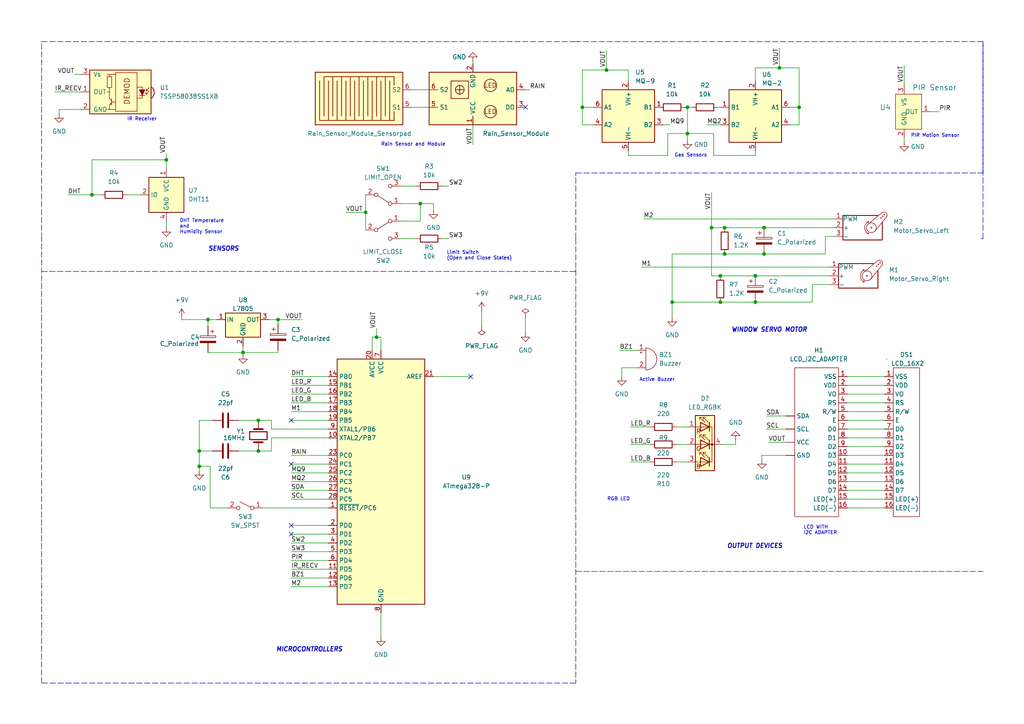
<source format=kicad_sch>
(kicad_sch (version 20211123) (generator eeschema)

  (uuid c8ac737c-b1f6-4052-9b34-86070d91990d)

  (paper "A4")

  (title_block
    (title "Automated Window Design v1")
    (date "2022-06-12")
    (company "Covenant University")
  )

  (lib_symbols
    (symbol "Automated_Window:LCD_16X2" (in_bom yes) (on_board yes)
      (property "Reference" "DS?" (id 0) (at -2.54 8.89 0)
        (effects (font (size 1.27 1.27)))
      )
      (property "Value" "LCD_16X2" (id 1) (at 0 6.35 0)
        (effects (font (size 1.27 1.27)))
      )
      (property "Footprint" "" (id 2) (at 0 0 0)
        (effects (font (size 1.27 1.27)) hide)
      )
      (property "Datasheet" "" (id 3) (at 0 0 0)
        (effects (font (size 1.27 1.27)) hide)
      )
      (symbol "LCD_16X2_0_1"
        (rectangle (start -3.81 5.08) (end 3.81 -38.1)
          (stroke (width 0) (type default) (color 0 0 0 0))
          (fill (type none))
        )
        (rectangle (start 46.99 8.89) (end 46.99 8.89)
          (stroke (width 0) (type default) (color 0 0 0 0))
          (fill (type none))
        )
        (rectangle (start 46.99 8.89) (end 46.99 8.89)
          (stroke (width 0) (type default) (color 0 0 0 0))
          (fill (type background))
        )
      )
      (symbol "LCD_16X2_1_1"
        (pin input line (at -6.35 2.54 0) (length 2.54)
          (name "VSS" (effects (font (size 1.27 1.27))))
          (number "1" (effects (font (size 1.27 1.27))))
        )
        (pin input line (at -6.35 -20.32 0) (length 2.54)
          (name "D3" (effects (font (size 1.27 1.27))))
          (number "10" (effects (font (size 1.27 1.27))))
        )
        (pin input line (at -6.35 -22.86 0) (length 2.54)
          (name "D4" (effects (font (size 1.27 1.27))))
          (number "11" (effects (font (size 1.27 1.27))))
        )
        (pin input line (at -6.35 -25.4 0) (length 2.54)
          (name "D5" (effects (font (size 1.27 1.27))))
          (number "12" (effects (font (size 1.27 1.27))))
        )
        (pin input line (at -6.35 -27.94 0) (length 2.54)
          (name "D6" (effects (font (size 1.27 1.27))))
          (number "13" (effects (font (size 1.27 1.27))))
        )
        (pin input line (at -6.35 -30.48 0) (length 2.54)
          (name "D7" (effects (font (size 1.27 1.27))))
          (number "14" (effects (font (size 1.27 1.27))))
        )
        (pin input line (at -6.35 -33.02 0) (length 2.54)
          (name "LED(+)" (effects (font (size 1.27 1.27))))
          (number "15" (effects (font (size 1.27 1.27))))
        )
        (pin input line (at -6.35 -35.56 0) (length 2.54)
          (name "LED(-)" (effects (font (size 1.27 1.27))))
          (number "16" (effects (font (size 1.27 1.27))))
        )
        (pin input line (at -6.35 0 0) (length 2.54)
          (name "VDD" (effects (font (size 1.27 1.27))))
          (number "2" (effects (font (size 1.27 1.27))))
        )
        (pin input line (at -6.35 -2.54 0) (length 2.54)
          (name "VO" (effects (font (size 1.27 1.27))))
          (number "3" (effects (font (size 1.27 1.27))))
        )
        (pin input line (at -6.35 -5.08 0) (length 2.54)
          (name "RS" (effects (font (size 1.27 1.27))))
          (number "4" (effects (font (size 1.27 1.27))))
        )
        (pin input line (at -6.35 -7.62 0) (length 2.54)
          (name "R/W" (effects (font (size 1.27 1.27))))
          (number "5" (effects (font (size 1.27 1.27))))
        )
        (pin input line (at -6.35 -10.16 0) (length 2.54)
          (name "E" (effects (font (size 1.27 1.27))))
          (number "6" (effects (font (size 1.27 1.27))))
        )
        (pin input line (at -6.35 -12.7 0) (length 2.54)
          (name "D0" (effects (font (size 1.27 1.27))))
          (number "7" (effects (font (size 1.27 1.27))))
        )
        (pin input line (at -6.35 -15.24 0) (length 2.54)
          (name "D1" (effects (font (size 1.27 1.27))))
          (number "8" (effects (font (size 1.27 1.27))))
        )
        (pin input line (at -6.35 -17.78 0) (length 2.54)
          (name "D2" (effects (font (size 1.27 1.27))))
          (number "9" (effects (font (size 1.27 1.27))))
        )
      )
    )
    (symbol "Automated_Window:LCD_I2C_ADAPTER" (in_bom yes) (on_board yes)
      (property "Reference" "H?" (id 0) (at 0 20.32 0)
        (effects (font (size 1.27 1.27)))
      )
      (property "Value" "LCD_I2C_ADAPTER" (id 1) (at 0 17.78 0)
        (effects (font (size 1.27 1.27)))
      )
      (property "Footprint" "" (id 2) (at 0 0 0)
        (effects (font (size 1.27 1.27)) hide)
      )
      (property "Datasheet" "" (id 3) (at 0 0 0)
        (effects (font (size 1.27 1.27)) hide)
      )
      (symbol "LCD_I2C_ADAPTER_0_1"
        (rectangle (start -3.81 13.97) (end 8.89 -29.21)
          (stroke (width 0) (type default) (color 0 0 0 0))
          (fill (type none))
        )
        (rectangle (start 22.86 16.51) (end 22.86 16.51)
          (stroke (width 0) (type default) (color 0 0 0 0))
          (fill (type none))
        )
        (rectangle (start 22.86 16.51) (end 22.86 16.51)
          (stroke (width 0) (type default) (color 0 0 0 0))
          (fill (type none))
        )
        (rectangle (start 22.86 16.51) (end 22.86 16.51)
          (stroke (width 0) (type default) (color 0 0 0 0))
          (fill (type none))
        )
        (rectangle (start 22.86 16.51) (end 22.86 16.51)
          (stroke (width 0) (type default) (color 0 0 0 0))
          (fill (type none))
        )
      )
      (symbol "LCD_I2C_ADAPTER_1_1"
        (pin input line (at -6.35 -11.43 0) (length 2.54)
          (name "GND" (effects (font (size 1.27 1.27))))
          (number "" (effects (font (size 1.27 1.27))))
        )
        (pin input line (at -6.35 -3.81 0) (length 2.54)
          (name "SCL" (effects (font (size 1.27 1.27))))
          (number "" (effects (font (size 1.27 1.27))))
        )
        (pin input line (at -6.35 0 0) (length 2.54)
          (name "SDA" (effects (font (size 1.27 1.27))))
          (number "" (effects (font (size 1.27 1.27))))
        )
        (pin input line (at -6.35 -7.62 0) (length 2.54)
          (name "VCC" (effects (font (size 1.27 1.27))))
          (number "" (effects (font (size 1.27 1.27))))
        )
        (pin output line (at 11.43 11.43 180) (length 2.54)
          (name "VSS" (effects (font (size 1.27 1.27))))
          (number "1" (effects (font (size 1.27 1.27))))
        )
        (pin output line (at 11.43 -11.43 180) (length 2.54)
          (name "D3" (effects (font (size 1.27 1.27))))
          (number "10" (effects (font (size 1.27 1.27))))
        )
        (pin output line (at 11.43 -13.97 180) (length 2.54)
          (name "D4" (effects (font (size 1.27 1.27))))
          (number "11" (effects (font (size 1.27 1.27))))
        )
        (pin output line (at 11.43 -16.51 180) (length 2.54)
          (name "D5" (effects (font (size 1.27 1.27))))
          (number "12" (effects (font (size 1.27 1.27))))
        )
        (pin output line (at 11.43 -19.05 180) (length 2.54)
          (name "D6" (effects (font (size 1.27 1.27))))
          (number "13" (effects (font (size 1.27 1.27))))
        )
        (pin output line (at 11.43 -21.59 180) (length 2.54)
          (name "D7" (effects (font (size 1.27 1.27))))
          (number "14" (effects (font (size 1.27 1.27))))
        )
        (pin output line (at 11.43 -24.13 180) (length 2.54)
          (name "LED(+)" (effects (font (size 1.27 1.27))))
          (number "15" (effects (font (size 1.27 1.27))))
        )
        (pin output line (at 11.43 -26.67 180) (length 2.54)
          (name "LED(-)" (effects (font (size 1.27 1.27))))
          (number "16" (effects (font (size 1.27 1.27))))
        )
        (pin output line (at 11.43 8.89 180) (length 2.54)
          (name "VDD" (effects (font (size 1.27 1.27))))
          (number "2" (effects (font (size 1.27 1.27))))
        )
        (pin output line (at 11.43 6.35 180) (length 2.54)
          (name "VO" (effects (font (size 1.27 1.27))))
          (number "3" (effects (font (size 1.27 1.27))))
        )
        (pin output line (at 11.43 3.81 180) (length 2.54)
          (name "RS" (effects (font (size 1.27 1.27))))
          (number "4" (effects (font (size 1.27 1.27))))
        )
        (pin output line (at 11.43 1.27 180) (length 2.54)
          (name "R/W" (effects (font (size 1.27 1.27))))
          (number "5" (effects (font (size 1.27 1.27))))
        )
        (pin output line (at 11.43 -1.27 180) (length 2.54)
          (name "E" (effects (font (size 1.27 1.27))))
          (number "6" (effects (font (size 1.27 1.27))))
        )
        (pin output line (at 11.43 -3.81 180) (length 2.54)
          (name "D0" (effects (font (size 1.27 1.27))))
          (number "7" (effects (font (size 1.27 1.27))))
        )
        (pin output line (at 11.43 -6.35 180) (length 2.54)
          (name "D1" (effects (font (size 1.27 1.27))))
          (number "8" (effects (font (size 1.27 1.27))))
        )
        (pin output line (at 11.43 -8.89 180) (length 2.54)
          (name "D2" (effects (font (size 1.27 1.27))))
          (number "9" (effects (font (size 1.27 1.27))))
        )
      )
    )
    (symbol "Automated_Window:Rain_Sensor_Module" (in_bom yes) (on_board yes)
      (property "Reference" "U" (id 0) (at -7.62 8.89 0)
        (effects (font (size 1.27 1.27)) (justify right) hide)
      )
      (property "Value" "Rain_Sensor_Module" (id 1) (at 22.86 10.16 0)
        (effects (font (size 1.27 1.27)) (justify right))
      )
      (property "Footprint" "" (id 2) (at 0 -15.24 0)
        (effects (font (size 1.27 1.27)) hide)
      )
      (property "Datasheet" "https://www.openhacks.com/uploadsproductos/rain_sensor_module.pdf" (id 3) (at 1.778 6.35 0)
        (effects (font (size 1.27 1.27)) hide)
      )
      (property "ki_keywords" "Rain sensor Module" (id 4) (at 0 0 0)
        (effects (font (size 1.27 1.27)) hide)
      )
      (property "ki_description" "Rain sensor module for arduino" (id 5) (at 0 0 0)
        (effects (font (size 1.27 1.27)) hide)
      )
      (symbol "Rain_Sensor_Module_0_0"
        (text "LED" (at -2.54 -3.81 0)
          (effects (font (size 1.27 1.27)))
        )
        (text "LED" (at -2.54 3.81 0)
          (effects (font (size 1.27 1.27)))
        )
        (pin bidirectional line (at 15.24 2.54 180) (length 2.54)
          (name "S1" (effects (font (size 1.27 1.27))))
          (number "5" (effects (font (size 1.27 1.27))))
        )
        (pin bidirectional line (at 15.24 -2.54 180) (length 2.54)
          (name "S2" (effects (font (size 1.27 1.27))))
          (number "6" (effects (font (size 1.27 1.27))))
        )
      )
      (symbol "Rain_Sensor_Module_0_1"
        (rectangle (start -10.16 7.62) (end 15.24 -7.62)
          (stroke (width 0.254) (type default) (color 0 0 0 0))
          (fill (type background))
        )
        (circle (center -2.54 -3.81) (radius 1.8034)
          (stroke (width 0.2032) (type default) (color 0 0 0 0))
          (fill (type none))
        )
        (circle (center -2.54 3.81) (radius 1.8034)
          (stroke (width 0.2032) (type default) (color 0 0 0 0))
          (fill (type none))
        )
        (polyline
          (pts
            (xy 5.08 -2.54)
            (xy 7.62 -2.54)
          )
          (stroke (width 0.2032) (type default) (color 0 0 0 0))
          (fill (type none))
        )
        (polyline
          (pts
            (xy 6.35 -1.27)
            (xy 6.35 -3.81)
          )
          (stroke (width 0.2032) (type default) (color 0 0 0 0))
          (fill (type none))
        )
        (rectangle (start 3.81 0) (end 8.89 -5.08)
          (stroke (width 0.2032) (type default) (color 0 0 0 0))
          (fill (type none))
        )
        (circle (center 6.35 -2.54) (radius 1.27)
          (stroke (width 0.2032) (type default) (color 0 0 0 0))
          (fill (type none))
        )
      )
      (symbol "Rain_Sensor_Module_1_1"
        (pin power_in line (at 2.54 7.62 270) (length 2.54)
          (name "VCC" (effects (font (size 1.27 1.27))))
          (number "1" (effects (font (size 1.27 1.27))))
        )
        (pin power_in line (at 2.54 -10.16 90) (length 2.54)
          (name "GND" (effects (font (size 1.27 1.27))))
          (number "2" (effects (font (size 1.27 1.27))))
        )
        (pin output line (at -12.7 2.54 0) (length 2.54)
          (name "DO" (effects (font (size 1.27 1.27))))
          (number "3" (effects (font (size 1.27 1.27))))
        )
        (pin output line (at -12.7 -2.54 0) (length 2.54)
          (name "AO" (effects (font (size 1.27 1.27))))
          (number "4" (effects (font (size 1.27 1.27))))
        )
      )
    )
    (symbol "Automated_Window:Rain_Sensor_Module_Sensorpad" (in_bom yes) (on_board yes)
      (property "Reference" "U" (id 0) (at -7.62 8.89 0)
        (effects (font (size 1.27 1.27)) (justify right) hide)
      )
      (property "Value" "Rain_Sensor_Module_Sensorpad" (id 1) (at 16.51 10.16 0)
        (effects (font (size 1.27 1.27)) (justify right))
      )
      (property "Footprint" "" (id 2) (at 0 -15.24 0)
        (effects (font (size 1.27 1.27)) hide)
      )
      (property "Datasheet" "https://www.openhacks.com/uploadsproductos/rain_sensor_module.pdf" (id 3) (at 1.778 6.35 0)
        (effects (font (size 1.27 1.27)) hide)
      )
      (property "ki_keywords" "Rain sensor Module sensorpad" (id 4) (at 0 0 0)
        (effects (font (size 1.27 1.27)) hide)
      )
      (property "ki_description" "Rain sensor module sensorpad for arduino" (id 5) (at 0 0 0)
        (effects (font (size 1.27 1.27)) hide)
      )
      (symbol "Rain_Sensor_Module_Sensorpad_0_0"
        (rectangle (start -7.62 -6.35) (end -7.62 -3.81)
          (stroke (width 0.2032) (type default) (color 0 0 0 0))
          (fill (type none))
        )
        (rectangle (start -7.62 6.35) (end -7.62 3.81)
          (stroke (width 0.2032) (type default) (color 0 0 0 0))
          (fill (type none))
        )
        (rectangle (start -6.35 3.81) (end -6.35 -5.08)
          (stroke (width 0.2032) (type default) (color 0 0 0 0))
          (fill (type none))
        )
        (rectangle (start -6.35 6.35) (end -7.62 6.35)
          (stroke (width 0.2032) (type default) (color 0 0 0 0))
          (fill (type none))
        )
        (rectangle (start -5.08 -6.35) (end -7.62 -6.35)
          (stroke (width 0.2032) (type default) (color 0 0 0 0))
          (fill (type none))
        )
        (polyline
          (pts
            (xy 12.7 5.08)
            (xy 12.7 -6.35)
            (xy 10.16 -6.35)
            (xy 10.16 5.08)
            (xy 10.16 -6.35)
            (xy 7.62 -6.35)
            (xy 7.62 5.08)
            (xy 7.62 -6.35)
            (xy 5.08 -6.35)
            (xy 5.08 5.08)
            (xy 5.08 -6.35)
            (xy 2.54 -6.35)
            (xy 2.54 5.08)
            (xy 2.54 -6.35)
            (xy 0 -6.35)
            (xy 0 5.08)
            (xy 0 -6.35)
            (xy -2.54 -6.35)
            (xy -2.54 5.08)
            (xy -2.54 -6.35)
            (xy -5.08 -6.35)
            (xy -5.08 5.08)
          )
          (stroke (width 0.2032) (type default) (color 0 0 0 0))
          (fill (type none))
        )
        (polyline
          (pts
            (xy -6.35 3.81)
            (xy -6.35 6.35)
            (xy -3.81 6.35)
            (xy -3.81 -5.08)
            (xy -3.81 6.35)
            (xy -1.27 6.35)
            (xy -1.27 -5.08)
            (xy -1.27 6.35)
            (xy 1.27 6.35)
            (xy 1.27 -5.08)
            (xy 1.27 6.35)
            (xy 3.81 6.35)
            (xy 3.81 -5.08)
            (xy 3.81 6.35)
            (xy 6.35 6.35)
            (xy 6.35 -5.08)
            (xy 6.35 6.35)
            (xy 8.89 6.35)
            (xy 8.89 -5.08)
            (xy 8.89 6.35)
            (xy 11.43 6.35)
            (xy 11.43 -5.08)
            (xy 11.43 6.35)
            (xy 13.97 6.35)
            (xy 13.97 -5.08)
          )
          (stroke (width 0.2032) (type default) (color 0 0 0 0))
          (fill (type none))
        )
        (pin bidirectional line (at -12.7 2.54 0) (length 2.54)
          (name "S1" (effects (font (size 1.27 1.27))))
          (number "5" (effects (font (size 1.27 1.27))))
        )
        (pin bidirectional line (at -12.7 -2.54 0) (length 2.54)
          (name "S2" (effects (font (size 1.27 1.27))))
          (number "6" (effects (font (size 1.27 1.27))))
        )
      )
      (symbol "Rain_Sensor_Module_Sensorpad_0_1"
        (rectangle (start -10.16 7.62) (end 15.24 -7.62)
          (stroke (width 0.254) (type default) (color 0 0 0 0))
          (fill (type background))
        )
      )
    )
    (symbol "Automated_Window:TSOP38238" (pin_names (offset 1.016)) (in_bom yes) (on_board yes)
      (property "Reference" "U" (id 0) (at -2.413 3.556 0)
        (effects (font (size 1.524 1.524)) (justify left))
      )
      (property "Value" "TSOP38238" (id 1) (at 0.762 -8.89 0)
        (effects (font (size 1.524 1.524)) (justify left))
      )
      (property "Footprint" "digikey-footprints:IR_Receiver_TSOP38238" (id 2) (at 5.08 5.08 0)
        (effects (font (size 1.524 1.524)) (justify left) hide)
      )
      (property "Datasheet" "http://www.vishay.com/docs/82491/tsop382.pdf" (id 3) (at 5.08 7.62 0)
        (effects (font (size 1.524 1.524)) (justify left) hide)
      )
      (property "Digi-Key_PN" "751-1227-ND" (id 4) (at 5.08 10.16 0)
        (effects (font (size 1.524 1.524)) (justify left) hide)
      )
      (property "MPN" "TSOP38238" (id 5) (at 5.08 12.7 0)
        (effects (font (size 1.524 1.524)) (justify left) hide)
      )
      (property "Category" "Sensors, Transducers" (id 6) (at 5.08 15.24 0)
        (effects (font (size 1.524 1.524)) (justify left) hide)
      )
      (property "Family" "Optical Sensors - Photo Detectors - Remote Receiver" (id 7) (at 5.08 17.78 0)
        (effects (font (size 1.524 1.524)) (justify left) hide)
      )
      (property "DK_Datasheet_Link" "http://www.vishay.com/docs/82491/tsop382.pdf" (id 8) (at 5.08 20.32 0)
        (effects (font (size 1.524 1.524)) (justify left) hide)
      )
      (property "DK_Detail_Page" "/product-detail/en/vishay-semiconductor-opto-division/TSOP38238/751-1227-ND/1681362" (id 9) (at 5.08 22.86 0)
        (effects (font (size 1.524 1.524)) (justify left) hide)
      )
      (property "Description" "SENSOR REMOTE REC 38.0KHZ 45M" (id 10) (at 5.08 25.4 0)
        (effects (font (size 1.524 1.524)) (justify left) hide)
      )
      (property "Manufacturer" "Vishay Semiconductor Opto Division" (id 11) (at 5.08 27.94 0)
        (effects (font (size 1.524 1.524)) (justify left) hide)
      )
      (property "Status" "Active" (id 12) (at 5.08 30.48 0)
        (effects (font (size 1.524 1.524)) (justify left) hide)
      )
      (property "ki_keywords" "751-1227-ND" (id 13) (at 0 0 0)
        (effects (font (size 1.27 1.27)) hide)
      )
      (property "ki_description" "SENSOR REMOTE REC 38.0KHZ 45M" (id 14) (at 0 0 0)
        (effects (font (size 1.27 1.27)) hide)
      )
      (symbol "TSOP38238_0_1"
        (rectangle (start -2.54 2.54) (end 5.08 -7.62)
          (stroke (width 0) (type default) (color 0 0 0 0))
          (fill (type background))
        )
      )
      (symbol "TSOP38238_1_1"
        (pin output line (at 7.62 -2.54 180) (length 2.54)
          (name "OUT" (effects (font (size 1.27 1.27))))
          (number "1" (effects (font (size 1.27 1.27))))
        )
        (pin power_in line (at 0 -10.16 90) (length 2.54)
          (name "GND" (effects (font (size 1.27 1.27))))
          (number "2" (effects (font (size 1.27 1.27))))
        )
        (pin power_in line (at 0 5.08 270) (length 2.54)
          (name "VS" (effects (font (size 1.27 1.27))))
          (number "3" (effects (font (size 1.27 1.27))))
        )
      )
    )
    (symbol "Device:Buzzer" (pin_names (offset 0.0254) hide) (in_bom yes) (on_board yes)
      (property "Reference" "BZ" (id 0) (at 3.81 1.27 0)
        (effects (font (size 1.27 1.27)) (justify left))
      )
      (property "Value" "Buzzer" (id 1) (at 3.81 -1.27 0)
        (effects (font (size 1.27 1.27)) (justify left))
      )
      (property "Footprint" "" (id 2) (at -0.635 2.54 90)
        (effects (font (size 1.27 1.27)) hide)
      )
      (property "Datasheet" "~" (id 3) (at -0.635 2.54 90)
        (effects (font (size 1.27 1.27)) hide)
      )
      (property "ki_keywords" "quartz resonator ceramic" (id 4) (at 0 0 0)
        (effects (font (size 1.27 1.27)) hide)
      )
      (property "ki_description" "Buzzer, polarized" (id 5) (at 0 0 0)
        (effects (font (size 1.27 1.27)) hide)
      )
      (property "ki_fp_filters" "*Buzzer*" (id 6) (at 0 0 0)
        (effects (font (size 1.27 1.27)) hide)
      )
      (symbol "Buzzer_0_1"
        (arc (start 0 -3.175) (mid 3.175 0) (end 0 3.175)
          (stroke (width 0) (type default) (color 0 0 0 0))
          (fill (type none))
        )
        (polyline
          (pts
            (xy -1.651 1.905)
            (xy -1.143 1.905)
          )
          (stroke (width 0) (type default) (color 0 0 0 0))
          (fill (type none))
        )
        (polyline
          (pts
            (xy -1.397 2.159)
            (xy -1.397 1.651)
          )
          (stroke (width 0) (type default) (color 0 0 0 0))
          (fill (type none))
        )
        (polyline
          (pts
            (xy 0 3.175)
            (xy 0 -3.175)
          )
          (stroke (width 0) (type default) (color 0 0 0 0))
          (fill (type none))
        )
      )
      (symbol "Buzzer_1_1"
        (pin passive line (at -2.54 2.54 0) (length 2.54)
          (name "-" (effects (font (size 1.27 1.27))))
          (number "1" (effects (font (size 1.27 1.27))))
        )
        (pin passive line (at -2.54 -2.54 0) (length 2.54)
          (name "+" (effects (font (size 1.27 1.27))))
          (number "2" (effects (font (size 1.27 1.27))))
        )
      )
    )
    (symbol "Device:C" (pin_numbers hide) (pin_names (offset 0.254)) (in_bom yes) (on_board yes)
      (property "Reference" "C" (id 0) (at 0.635 2.54 0)
        (effects (font (size 1.27 1.27)) (justify left))
      )
      (property "Value" "C" (id 1) (at 0.635 -2.54 0)
        (effects (font (size 1.27 1.27)) (justify left))
      )
      (property "Footprint" "" (id 2) (at 0.9652 -3.81 0)
        (effects (font (size 1.27 1.27)) hide)
      )
      (property "Datasheet" "~" (id 3) (at 0 0 0)
        (effects (font (size 1.27 1.27)) hide)
      )
      (property "ki_keywords" "cap capacitor" (id 4) (at 0 0 0)
        (effects (font (size 1.27 1.27)) hide)
      )
      (property "ki_description" "Unpolarized capacitor" (id 5) (at 0 0 0)
        (effects (font (size 1.27 1.27)) hide)
      )
      (property "ki_fp_filters" "C_*" (id 6) (at 0 0 0)
        (effects (font (size 1.27 1.27)) hide)
      )
      (symbol "C_0_1"
        (polyline
          (pts
            (xy -2.032 -0.762)
            (xy 2.032 -0.762)
          )
          (stroke (width 0.508) (type default) (color 0 0 0 0))
          (fill (type none))
        )
        (polyline
          (pts
            (xy -2.032 0.762)
            (xy 2.032 0.762)
          )
          (stroke (width 0.508) (type default) (color 0 0 0 0))
          (fill (type none))
        )
      )
      (symbol "C_1_1"
        (pin passive line (at 0 3.81 270) (length 2.794)
          (name "~" (effects (font (size 1.27 1.27))))
          (number "1" (effects (font (size 1.27 1.27))))
        )
        (pin passive line (at 0 -3.81 90) (length 2.794)
          (name "~" (effects (font (size 1.27 1.27))))
          (number "2" (effects (font (size 1.27 1.27))))
        )
      )
    )
    (symbol "Device:C_Polarized" (pin_numbers hide) (pin_names (offset 0.254)) (in_bom yes) (on_board yes)
      (property "Reference" "C" (id 0) (at 0.635 2.54 0)
        (effects (font (size 1.27 1.27)) (justify left))
      )
      (property "Value" "C_Polarized" (id 1) (at 0.635 -2.54 0)
        (effects (font (size 1.27 1.27)) (justify left))
      )
      (property "Footprint" "" (id 2) (at 0.9652 -3.81 0)
        (effects (font (size 1.27 1.27)) hide)
      )
      (property "Datasheet" "~" (id 3) (at 0 0 0)
        (effects (font (size 1.27 1.27)) hide)
      )
      (property "ki_keywords" "cap capacitor" (id 4) (at 0 0 0)
        (effects (font (size 1.27 1.27)) hide)
      )
      (property "ki_description" "Polarized capacitor" (id 5) (at 0 0 0)
        (effects (font (size 1.27 1.27)) hide)
      )
      (property "ki_fp_filters" "CP_*" (id 6) (at 0 0 0)
        (effects (font (size 1.27 1.27)) hide)
      )
      (symbol "C_Polarized_0_1"
        (rectangle (start -2.286 0.508) (end 2.286 1.016)
          (stroke (width 0) (type default) (color 0 0 0 0))
          (fill (type none))
        )
        (polyline
          (pts
            (xy -1.778 2.286)
            (xy -0.762 2.286)
          )
          (stroke (width 0) (type default) (color 0 0 0 0))
          (fill (type none))
        )
        (polyline
          (pts
            (xy -1.27 2.794)
            (xy -1.27 1.778)
          )
          (stroke (width 0) (type default) (color 0 0 0 0))
          (fill (type none))
        )
        (rectangle (start 2.286 -0.508) (end -2.286 -1.016)
          (stroke (width 0) (type default) (color 0 0 0 0))
          (fill (type outline))
        )
      )
      (symbol "C_Polarized_1_1"
        (pin passive line (at 0 3.81 270) (length 2.794)
          (name "~" (effects (font (size 1.27 1.27))))
          (number "1" (effects (font (size 1.27 1.27))))
        )
        (pin passive line (at 0 -3.81 90) (length 2.794)
          (name "~" (effects (font (size 1.27 1.27))))
          (number "2" (effects (font (size 1.27 1.27))))
        )
      )
    )
    (symbol "Device:Crystal" (pin_numbers hide) (pin_names (offset 1.016) hide) (in_bom yes) (on_board yes)
      (property "Reference" "Y" (id 0) (at 0 3.81 0)
        (effects (font (size 1.27 1.27)))
      )
      (property "Value" "Crystal" (id 1) (at 0 -3.81 0)
        (effects (font (size 1.27 1.27)))
      )
      (property "Footprint" "" (id 2) (at 0 0 0)
        (effects (font (size 1.27 1.27)) hide)
      )
      (property "Datasheet" "~" (id 3) (at 0 0 0)
        (effects (font (size 1.27 1.27)) hide)
      )
      (property "ki_keywords" "quartz ceramic resonator oscillator" (id 4) (at 0 0 0)
        (effects (font (size 1.27 1.27)) hide)
      )
      (property "ki_description" "Two pin crystal" (id 5) (at 0 0 0)
        (effects (font (size 1.27 1.27)) hide)
      )
      (property "ki_fp_filters" "Crystal*" (id 6) (at 0 0 0)
        (effects (font (size 1.27 1.27)) hide)
      )
      (symbol "Crystal_0_1"
        (rectangle (start -1.143 2.54) (end 1.143 -2.54)
          (stroke (width 0.3048) (type default) (color 0 0 0 0))
          (fill (type none))
        )
        (polyline
          (pts
            (xy -2.54 0)
            (xy -1.905 0)
          )
          (stroke (width 0) (type default) (color 0 0 0 0))
          (fill (type none))
        )
        (polyline
          (pts
            (xy -1.905 -1.27)
            (xy -1.905 1.27)
          )
          (stroke (width 0.508) (type default) (color 0 0 0 0))
          (fill (type none))
        )
        (polyline
          (pts
            (xy 1.905 -1.27)
            (xy 1.905 1.27)
          )
          (stroke (width 0.508) (type default) (color 0 0 0 0))
          (fill (type none))
        )
        (polyline
          (pts
            (xy 2.54 0)
            (xy 1.905 0)
          )
          (stroke (width 0) (type default) (color 0 0 0 0))
          (fill (type none))
        )
      )
      (symbol "Crystal_1_1"
        (pin passive line (at -3.81 0 0) (length 1.27)
          (name "1" (effects (font (size 1.27 1.27))))
          (number "1" (effects (font (size 1.27 1.27))))
        )
        (pin passive line (at 3.81 0 180) (length 1.27)
          (name "2" (effects (font (size 1.27 1.27))))
          (number "2" (effects (font (size 1.27 1.27))))
        )
      )
    )
    (symbol "Device:LED_RGBK" (pin_names (offset 0) hide) (in_bom yes) (on_board yes)
      (property "Reference" "D" (id 0) (at 0 9.398 0)
        (effects (font (size 1.27 1.27)))
      )
      (property "Value" "LED_RGBK" (id 1) (at 0 -8.89 0)
        (effects (font (size 1.27 1.27)))
      )
      (property "Footprint" "" (id 2) (at 0 -1.27 0)
        (effects (font (size 1.27 1.27)) hide)
      )
      (property "Datasheet" "~" (id 3) (at 0 -1.27 0)
        (effects (font (size 1.27 1.27)) hide)
      )
      (property "ki_keywords" "LED RGB diode" (id 4) (at 0 0 0)
        (effects (font (size 1.27 1.27)) hide)
      )
      (property "ki_description" "RGB LED, red/green/blue/cathode" (id 5) (at 0 0 0)
        (effects (font (size 1.27 1.27)) hide)
      )
      (property "ki_fp_filters" "LED* LED_SMD:* LED_THT:*" (id 6) (at 0 0 0)
        (effects (font (size 1.27 1.27)) hide)
      )
      (symbol "LED_RGBK_0_0"
        (text "B" (at 1.905 -6.35 0)
          (effects (font (size 1.27 1.27)))
        )
        (text "G" (at 1.905 -1.27 0)
          (effects (font (size 1.27 1.27)))
        )
        (text "R" (at 1.905 3.81 0)
          (effects (font (size 1.27 1.27)))
        )
      )
      (symbol "LED_RGBK_0_1"
        (circle (center -2.032 0) (radius 0.254)
          (stroke (width 0) (type default) (color 0 0 0 0))
          (fill (type outline))
        )
        (polyline
          (pts
            (xy -1.27 -5.08)
            (xy 1.27 -5.08)
          )
          (stroke (width 0) (type default) (color 0 0 0 0))
          (fill (type none))
        )
        (polyline
          (pts
            (xy -1.27 -3.81)
            (xy -1.27 -6.35)
          )
          (stroke (width 0.254) (type default) (color 0 0 0 0))
          (fill (type none))
        )
        (polyline
          (pts
            (xy -1.27 0)
            (xy -2.54 0)
          )
          (stroke (width 0) (type default) (color 0 0 0 0))
          (fill (type none))
        )
        (polyline
          (pts
            (xy -1.27 1.27)
            (xy -1.27 -1.27)
          )
          (stroke (width 0.254) (type default) (color 0 0 0 0))
          (fill (type none))
        )
        (polyline
          (pts
            (xy -1.27 5.08)
            (xy 1.27 5.08)
          )
          (stroke (width 0) (type default) (color 0 0 0 0))
          (fill (type none))
        )
        (polyline
          (pts
            (xy -1.27 6.35)
            (xy -1.27 3.81)
          )
          (stroke (width 0.254) (type default) (color 0 0 0 0))
          (fill (type none))
        )
        (polyline
          (pts
            (xy 1.27 -5.08)
            (xy 2.54 -5.08)
          )
          (stroke (width 0) (type default) (color 0 0 0 0))
          (fill (type none))
        )
        (polyline
          (pts
            (xy 1.27 0)
            (xy -1.27 0)
          )
          (stroke (width 0) (type default) (color 0 0 0 0))
          (fill (type none))
        )
        (polyline
          (pts
            (xy 1.27 0)
            (xy 2.54 0)
          )
          (stroke (width 0) (type default) (color 0 0 0 0))
          (fill (type none))
        )
        (polyline
          (pts
            (xy 1.27 5.08)
            (xy 2.54 5.08)
          )
          (stroke (width 0) (type default) (color 0 0 0 0))
          (fill (type none))
        )
        (polyline
          (pts
            (xy -1.27 1.27)
            (xy -1.27 -1.27)
            (xy -1.27 -1.27)
          )
          (stroke (width 0) (type default) (color 0 0 0 0))
          (fill (type none))
        )
        (polyline
          (pts
            (xy -1.27 6.35)
            (xy -1.27 3.81)
            (xy -1.27 3.81)
          )
          (stroke (width 0) (type default) (color 0 0 0 0))
          (fill (type none))
        )
        (polyline
          (pts
            (xy -1.27 5.08)
            (xy -2.032 5.08)
            (xy -2.032 -5.08)
            (xy -1.016 -5.08)
          )
          (stroke (width 0) (type default) (color 0 0 0 0))
          (fill (type none))
        )
        (polyline
          (pts
            (xy 1.27 -3.81)
            (xy 1.27 -6.35)
            (xy -1.27 -5.08)
            (xy 1.27 -3.81)
          )
          (stroke (width 0.254) (type default) (color 0 0 0 0))
          (fill (type none))
        )
        (polyline
          (pts
            (xy 1.27 1.27)
            (xy 1.27 -1.27)
            (xy -1.27 0)
            (xy 1.27 1.27)
          )
          (stroke (width 0.254) (type default) (color 0 0 0 0))
          (fill (type none))
        )
        (polyline
          (pts
            (xy 1.27 6.35)
            (xy 1.27 3.81)
            (xy -1.27 5.08)
            (xy 1.27 6.35)
          )
          (stroke (width 0.254) (type default) (color 0 0 0 0))
          (fill (type none))
        )
        (polyline
          (pts
            (xy -1.016 -3.81)
            (xy 0.508 -2.286)
            (xy -0.254 -2.286)
            (xy 0.508 -2.286)
            (xy 0.508 -3.048)
          )
          (stroke (width 0) (type default) (color 0 0 0 0))
          (fill (type none))
        )
        (polyline
          (pts
            (xy -1.016 1.27)
            (xy 0.508 2.794)
            (xy -0.254 2.794)
            (xy 0.508 2.794)
            (xy 0.508 2.032)
          )
          (stroke (width 0) (type default) (color 0 0 0 0))
          (fill (type none))
        )
        (polyline
          (pts
            (xy -1.016 6.35)
            (xy 0.508 7.874)
            (xy -0.254 7.874)
            (xy 0.508 7.874)
            (xy 0.508 7.112)
          )
          (stroke (width 0) (type default) (color 0 0 0 0))
          (fill (type none))
        )
        (polyline
          (pts
            (xy 0 -3.81)
            (xy 1.524 -2.286)
            (xy 0.762 -2.286)
            (xy 1.524 -2.286)
            (xy 1.524 -3.048)
          )
          (stroke (width 0) (type default) (color 0 0 0 0))
          (fill (type none))
        )
        (polyline
          (pts
            (xy 0 1.27)
            (xy 1.524 2.794)
            (xy 0.762 2.794)
            (xy 1.524 2.794)
            (xy 1.524 2.032)
          )
          (stroke (width 0) (type default) (color 0 0 0 0))
          (fill (type none))
        )
        (polyline
          (pts
            (xy 0 6.35)
            (xy 1.524 7.874)
            (xy 0.762 7.874)
            (xy 1.524 7.874)
            (xy 1.524 7.112)
          )
          (stroke (width 0) (type default) (color 0 0 0 0))
          (fill (type none))
        )
        (rectangle (start 1.27 -1.27) (end 1.27 1.27)
          (stroke (width 0) (type default) (color 0 0 0 0))
          (fill (type none))
        )
        (rectangle (start 1.27 1.27) (end 1.27 1.27)
          (stroke (width 0) (type default) (color 0 0 0 0))
          (fill (type none))
        )
        (rectangle (start 1.27 3.81) (end 1.27 6.35)
          (stroke (width 0) (type default) (color 0 0 0 0))
          (fill (type none))
        )
        (rectangle (start 1.27 6.35) (end 1.27 6.35)
          (stroke (width 0) (type default) (color 0 0 0 0))
          (fill (type none))
        )
        (rectangle (start 2.794 8.382) (end -2.794 -7.62)
          (stroke (width 0.254) (type default) (color 0 0 0 0))
          (fill (type background))
        )
      )
      (symbol "LED_RGBK_1_1"
        (pin passive line (at 5.08 5.08 180) (length 2.54)
          (name "RA" (effects (font (size 1.27 1.27))))
          (number "1" (effects (font (size 1.27 1.27))))
        )
        (pin passive line (at 5.08 0 180) (length 2.54)
          (name "GA" (effects (font (size 1.27 1.27))))
          (number "2" (effects (font (size 1.27 1.27))))
        )
        (pin passive line (at 5.08 -5.08 180) (length 2.54)
          (name "BA" (effects (font (size 1.27 1.27))))
          (number "3" (effects (font (size 1.27 1.27))))
        )
        (pin passive line (at -5.08 0 0) (length 2.54)
          (name "K" (effects (font (size 1.27 1.27))))
          (number "4" (effects (font (size 1.27 1.27))))
        )
      )
    )
    (symbol "Device:R" (pin_numbers hide) (pin_names (offset 0)) (in_bom yes) (on_board yes)
      (property "Reference" "R" (id 0) (at 2.032 0 90)
        (effects (font (size 1.27 1.27)))
      )
      (property "Value" "R" (id 1) (at 0 0 90)
        (effects (font (size 1.27 1.27)))
      )
      (property "Footprint" "" (id 2) (at -1.778 0 90)
        (effects (font (size 1.27 1.27)) hide)
      )
      (property "Datasheet" "~" (id 3) (at 0 0 0)
        (effects (font (size 1.27 1.27)) hide)
      )
      (property "ki_keywords" "R res resistor" (id 4) (at 0 0 0)
        (effects (font (size 1.27 1.27)) hide)
      )
      (property "ki_description" "Resistor" (id 5) (at 0 0 0)
        (effects (font (size 1.27 1.27)) hide)
      )
      (property "ki_fp_filters" "R_*" (id 6) (at 0 0 0)
        (effects (font (size 1.27 1.27)) hide)
      )
      (symbol "R_0_1"
        (rectangle (start -1.016 -2.54) (end 1.016 2.54)
          (stroke (width 0.254) (type default) (color 0 0 0 0))
          (fill (type none))
        )
      )
      (symbol "R_1_1"
        (pin passive line (at 0 3.81 270) (length 1.27)
          (name "~" (effects (font (size 1.27 1.27))))
          (number "1" (effects (font (size 1.27 1.27))))
        )
        (pin passive line (at 0 -3.81 90) (length 1.27)
          (name "~" (effects (font (size 1.27 1.27))))
          (number "2" (effects (font (size 1.27 1.27))))
        )
      )
    )
    (symbol "MCU_Microchip_ATmega:ATmega328-P" (in_bom yes) (on_board yes)
      (property "Reference" "U" (id 0) (at -12.7 36.83 0)
        (effects (font (size 1.27 1.27)) (justify left bottom))
      )
      (property "Value" "ATmega328-P" (id 1) (at 2.54 -36.83 0)
        (effects (font (size 1.27 1.27)) (justify left top))
      )
      (property "Footprint" "Package_DIP:DIP-28_W7.62mm" (id 2) (at 0 0 0)
        (effects (font (size 1.27 1.27) italic) hide)
      )
      (property "Datasheet" "http://ww1.microchip.com/downloads/en/DeviceDoc/ATmega328_P%20AVR%20MCU%20with%20picoPower%20Technology%20Data%20Sheet%2040001984A.pdf" (id 3) (at 0 0 0)
        (effects (font (size 1.27 1.27)) hide)
      )
      (property "ki_keywords" "AVR 8bit Microcontroller MegaAVR" (id 4) (at 0 0 0)
        (effects (font (size 1.27 1.27)) hide)
      )
      (property "ki_description" "20MHz, 32kB Flash, 2kB SRAM, 1kB EEPROM, DIP-28" (id 5) (at 0 0 0)
        (effects (font (size 1.27 1.27)) hide)
      )
      (property "ki_fp_filters" "DIP*W7.62mm*" (id 6) (at 0 0 0)
        (effects (font (size 1.27 1.27)) hide)
      )
      (symbol "ATmega328-P_0_1"
        (rectangle (start -12.7 -35.56) (end 12.7 35.56)
          (stroke (width 0.254) (type default) (color 0 0 0 0))
          (fill (type background))
        )
      )
      (symbol "ATmega328-P_1_1"
        (pin bidirectional line (at 15.24 -7.62 180) (length 2.54)
          (name "~{RESET}/PC6" (effects (font (size 1.27 1.27))))
          (number "1" (effects (font (size 1.27 1.27))))
        )
        (pin bidirectional line (at 15.24 12.7 180) (length 2.54)
          (name "XTAL2/PB7" (effects (font (size 1.27 1.27))))
          (number "10" (effects (font (size 1.27 1.27))))
        )
        (pin bidirectional line (at 15.24 -25.4 180) (length 2.54)
          (name "PD5" (effects (font (size 1.27 1.27))))
          (number "11" (effects (font (size 1.27 1.27))))
        )
        (pin bidirectional line (at 15.24 -27.94 180) (length 2.54)
          (name "PD6" (effects (font (size 1.27 1.27))))
          (number "12" (effects (font (size 1.27 1.27))))
        )
        (pin bidirectional line (at 15.24 -30.48 180) (length 2.54)
          (name "PD7" (effects (font (size 1.27 1.27))))
          (number "13" (effects (font (size 1.27 1.27))))
        )
        (pin bidirectional line (at 15.24 30.48 180) (length 2.54)
          (name "PB0" (effects (font (size 1.27 1.27))))
          (number "14" (effects (font (size 1.27 1.27))))
        )
        (pin bidirectional line (at 15.24 27.94 180) (length 2.54)
          (name "PB1" (effects (font (size 1.27 1.27))))
          (number "15" (effects (font (size 1.27 1.27))))
        )
        (pin bidirectional line (at 15.24 25.4 180) (length 2.54)
          (name "PB2" (effects (font (size 1.27 1.27))))
          (number "16" (effects (font (size 1.27 1.27))))
        )
        (pin bidirectional line (at 15.24 22.86 180) (length 2.54)
          (name "PB3" (effects (font (size 1.27 1.27))))
          (number "17" (effects (font (size 1.27 1.27))))
        )
        (pin bidirectional line (at 15.24 20.32 180) (length 2.54)
          (name "PB4" (effects (font (size 1.27 1.27))))
          (number "18" (effects (font (size 1.27 1.27))))
        )
        (pin bidirectional line (at 15.24 17.78 180) (length 2.54)
          (name "PB5" (effects (font (size 1.27 1.27))))
          (number "19" (effects (font (size 1.27 1.27))))
        )
        (pin bidirectional line (at 15.24 -12.7 180) (length 2.54)
          (name "PD0" (effects (font (size 1.27 1.27))))
          (number "2" (effects (font (size 1.27 1.27))))
        )
        (pin power_in line (at 2.54 38.1 270) (length 2.54)
          (name "AVCC" (effects (font (size 1.27 1.27))))
          (number "20" (effects (font (size 1.27 1.27))))
        )
        (pin passive line (at -15.24 30.48 0) (length 2.54)
          (name "AREF" (effects (font (size 1.27 1.27))))
          (number "21" (effects (font (size 1.27 1.27))))
        )
        (pin passive line (at 0 -38.1 90) (length 2.54) hide
          (name "GND" (effects (font (size 1.27 1.27))))
          (number "22" (effects (font (size 1.27 1.27))))
        )
        (pin bidirectional line (at 15.24 7.62 180) (length 2.54)
          (name "PC0" (effects (font (size 1.27 1.27))))
          (number "23" (effects (font (size 1.27 1.27))))
        )
        (pin bidirectional line (at 15.24 5.08 180) (length 2.54)
          (name "PC1" (effects (font (size 1.27 1.27))))
          (number "24" (effects (font (size 1.27 1.27))))
        )
        (pin bidirectional line (at 15.24 2.54 180) (length 2.54)
          (name "PC2" (effects (font (size 1.27 1.27))))
          (number "25" (effects (font (size 1.27 1.27))))
        )
        (pin bidirectional line (at 15.24 0 180) (length 2.54)
          (name "PC3" (effects (font (size 1.27 1.27))))
          (number "26" (effects (font (size 1.27 1.27))))
        )
        (pin bidirectional line (at 15.24 -2.54 180) (length 2.54)
          (name "PC4" (effects (font (size 1.27 1.27))))
          (number "27" (effects (font (size 1.27 1.27))))
        )
        (pin bidirectional line (at 15.24 -5.08 180) (length 2.54)
          (name "PC5" (effects (font (size 1.27 1.27))))
          (number "28" (effects (font (size 1.27 1.27))))
        )
        (pin bidirectional line (at 15.24 -15.24 180) (length 2.54)
          (name "PD1" (effects (font (size 1.27 1.27))))
          (number "3" (effects (font (size 1.27 1.27))))
        )
        (pin bidirectional line (at 15.24 -17.78 180) (length 2.54)
          (name "PD2" (effects (font (size 1.27 1.27))))
          (number "4" (effects (font (size 1.27 1.27))))
        )
        (pin bidirectional line (at 15.24 -20.32 180) (length 2.54)
          (name "PD3" (effects (font (size 1.27 1.27))))
          (number "5" (effects (font (size 1.27 1.27))))
        )
        (pin bidirectional line (at 15.24 -22.86 180) (length 2.54)
          (name "PD4" (effects (font (size 1.27 1.27))))
          (number "6" (effects (font (size 1.27 1.27))))
        )
        (pin power_in line (at 0 38.1 270) (length 2.54)
          (name "VCC" (effects (font (size 1.27 1.27))))
          (number "7" (effects (font (size 1.27 1.27))))
        )
        (pin power_in line (at 0 -38.1 90) (length 2.54)
          (name "GND" (effects (font (size 1.27 1.27))))
          (number "8" (effects (font (size 1.27 1.27))))
        )
        (pin bidirectional line (at 15.24 15.24 180) (length 2.54)
          (name "XTAL1/PB6" (effects (font (size 1.27 1.27))))
          (number "9" (effects (font (size 1.27 1.27))))
        )
      )
    )
    (symbol "Motor:Motor_Servo" (pin_names (offset 0.0254)) (in_bom yes) (on_board yes)
      (property "Reference" "M" (id 0) (at -5.08 4.445 0)
        (effects (font (size 1.27 1.27)) (justify left))
      )
      (property "Value" "Motor_Servo" (id 1) (at -5.08 -4.064 0)
        (effects (font (size 1.27 1.27)) (justify left top))
      )
      (property "Footprint" "" (id 2) (at 0 -4.826 0)
        (effects (font (size 1.27 1.27)) hide)
      )
      (property "Datasheet" "http://forums.parallax.com/uploads/attachments/46831/74481.png" (id 3) (at 0 -4.826 0)
        (effects (font (size 1.27 1.27)) hide)
      )
      (property "ki_keywords" "Servo Motor" (id 4) (at 0 0 0)
        (effects (font (size 1.27 1.27)) hide)
      )
      (property "ki_description" "Servo Motor (Futaba, HiTec, JR connector)" (id 5) (at 0 0 0)
        (effects (font (size 1.27 1.27)) hide)
      )
      (property "ki_fp_filters" "PinHeader*P2.54mm*" (id 6) (at 0 0 0)
        (effects (font (size 1.27 1.27)) hide)
      )
      (symbol "Motor_Servo_0_1"
        (polyline
          (pts
            (xy 2.413 -1.778)
            (xy 2.032 -1.778)
          )
          (stroke (width 0) (type default) (color 0 0 0 0))
          (fill (type none))
        )
        (polyline
          (pts
            (xy 2.413 -1.778)
            (xy 2.286 -1.397)
          )
          (stroke (width 0) (type default) (color 0 0 0 0))
          (fill (type none))
        )
        (polyline
          (pts
            (xy 2.413 1.778)
            (xy 1.905 1.778)
          )
          (stroke (width 0) (type default) (color 0 0 0 0))
          (fill (type none))
        )
        (polyline
          (pts
            (xy 2.413 1.778)
            (xy 2.286 1.397)
          )
          (stroke (width 0) (type default) (color 0 0 0 0))
          (fill (type none))
        )
        (polyline
          (pts
            (xy 6.35 4.445)
            (xy 2.54 1.27)
          )
          (stroke (width 0) (type default) (color 0 0 0 0))
          (fill (type none))
        )
        (polyline
          (pts
            (xy 7.62 3.175)
            (xy 4.191 -1.016)
          )
          (stroke (width 0) (type default) (color 0 0 0 0))
          (fill (type none))
        )
        (polyline
          (pts
            (xy 5.08 3.556)
            (xy -5.08 3.556)
            (xy -5.08 -3.556)
            (xy 6.35 -3.556)
            (xy 6.35 1.524)
          )
          (stroke (width 0.254) (type default) (color 0 0 0 0))
          (fill (type none))
        )
        (arc (start 2.413 1.778) (mid 1.2406 0) (end 2.413 -1.778)
          (stroke (width 0) (type default) (color 0 0 0 0))
          (fill (type none))
        )
        (circle (center 3.175 0) (radius 0.1778)
          (stroke (width 0) (type default) (color 0 0 0 0))
          (fill (type none))
        )
        (circle (center 3.175 0) (radius 1.4224)
          (stroke (width 0) (type default) (color 0 0 0 0))
          (fill (type none))
        )
        (circle (center 5.969 2.794) (radius 0.127)
          (stroke (width 0) (type default) (color 0 0 0 0))
          (fill (type none))
        )
        (circle (center 6.477 3.302) (radius 0.127)
          (stroke (width 0) (type default) (color 0 0 0 0))
          (fill (type none))
        )
        (circle (center 6.985 3.81) (radius 0.127)
          (stroke (width 0) (type default) (color 0 0 0 0))
          (fill (type none))
        )
        (arc (start 7.62 3.175) (mid 7.4485 4.2735) (end 6.35 4.445)
          (stroke (width 0) (type default) (color 0 0 0 0))
          (fill (type none))
        )
      )
      (symbol "Motor_Servo_1_1"
        (pin passive line (at -7.62 2.54 0) (length 2.54)
          (name "PWM" (effects (font (size 1.27 1.27))))
          (number "1" (effects (font (size 1.27 1.27))))
        )
        (pin passive line (at -7.62 0 0) (length 2.54)
          (name "+" (effects (font (size 1.27 1.27))))
          (number "2" (effects (font (size 1.27 1.27))))
        )
        (pin passive line (at -7.62 -2.54 0) (length 2.54)
          (name "-" (effects (font (size 1.27 1.27))))
          (number "3" (effects (font (size 1.27 1.27))))
        )
      )
    )
    (symbol "Regulator_Linear:L7805" (pin_names (offset 0.254)) (in_bom yes) (on_board yes)
      (property "Reference" "U" (id 0) (at -3.81 3.175 0)
        (effects (font (size 1.27 1.27)))
      )
      (property "Value" "L7805" (id 1) (at 0 3.175 0)
        (effects (font (size 1.27 1.27)) (justify left))
      )
      (property "Footprint" "" (id 2) (at 0.635 -3.81 0)
        (effects (font (size 1.27 1.27) italic) (justify left) hide)
      )
      (property "Datasheet" "http://www.st.com/content/ccc/resource/technical/document/datasheet/41/4f/b3/b0/12/d4/47/88/CD00000444.pdf/files/CD00000444.pdf/jcr:content/translations/en.CD00000444.pdf" (id 3) (at 0 -1.27 0)
        (effects (font (size 1.27 1.27)) hide)
      )
      (property "ki_keywords" "Voltage Regulator 1.5A Positive" (id 4) (at 0 0 0)
        (effects (font (size 1.27 1.27)) hide)
      )
      (property "ki_description" "Positive 1.5A 35V Linear Regulator, Fixed Output 5V, TO-220/TO-263/TO-252" (id 5) (at 0 0 0)
        (effects (font (size 1.27 1.27)) hide)
      )
      (property "ki_fp_filters" "TO?252* TO?263* TO?220*" (id 6) (at 0 0 0)
        (effects (font (size 1.27 1.27)) hide)
      )
      (symbol "L7805_0_1"
        (rectangle (start -5.08 1.905) (end 5.08 -5.08)
          (stroke (width 0.254) (type default) (color 0 0 0 0))
          (fill (type background))
        )
      )
      (symbol "L7805_1_1"
        (pin power_in line (at -7.62 0 0) (length 2.54)
          (name "IN" (effects (font (size 1.27 1.27))))
          (number "1" (effects (font (size 1.27 1.27))))
        )
        (pin power_in line (at 0 -7.62 90) (length 2.54)
          (name "GND" (effects (font (size 1.27 1.27))))
          (number "2" (effects (font (size 1.27 1.27))))
        )
        (pin power_out line (at 7.62 0 180) (length 2.54)
          (name "OUT" (effects (font (size 1.27 1.27))))
          (number "3" (effects (font (size 1.27 1.27))))
        )
      )
    )
    (symbol "Sensor:DHT11" (in_bom yes) (on_board yes)
      (property "Reference" "U" (id 0) (at -3.81 6.35 0)
        (effects (font (size 1.27 1.27)))
      )
      (property "Value" "DHT11" (id 1) (at 3.81 6.35 0)
        (effects (font (size 1.27 1.27)))
      )
      (property "Footprint" "Sensor:Aosong_DHT11_5.5x12.0_P2.54mm" (id 2) (at 0 -10.16 0)
        (effects (font (size 1.27 1.27)) hide)
      )
      (property "Datasheet" "http://akizukidenshi.com/download/ds/aosong/DHT11.pdf" (id 3) (at 3.81 6.35 0)
        (effects (font (size 1.27 1.27)) hide)
      )
      (property "ki_keywords" "Digital temperature humidity sensor" (id 4) (at 0 0 0)
        (effects (font (size 1.27 1.27)) hide)
      )
      (property "ki_description" "Temperature and humidity module" (id 5) (at 0 0 0)
        (effects (font (size 1.27 1.27)) hide)
      )
      (property "ki_fp_filters" "Aosong*DHT11*5.5x12.0*P2.54mm*" (id 6) (at 0 0 0)
        (effects (font (size 1.27 1.27)) hide)
      )
      (symbol "DHT11_0_1"
        (rectangle (start -5.08 5.08) (end 5.08 -5.08)
          (stroke (width 0.254) (type default) (color 0 0 0 0))
          (fill (type background))
        )
      )
      (symbol "DHT11_1_1"
        (pin power_in line (at 0 7.62 270) (length 2.54)
          (name "VCC" (effects (font (size 1.27 1.27))))
          (number "1" (effects (font (size 1.27 1.27))))
        )
        (pin bidirectional line (at 7.62 0 180) (length 2.54)
          (name "IO" (effects (font (size 1.27 1.27))))
          (number "2" (effects (font (size 1.27 1.27))))
        )
        (pin no_connect line (at -5.08 0 0) (length 2.54) hide
          (name "NC" (effects (font (size 1.27 1.27))))
          (number "3" (effects (font (size 1.27 1.27))))
        )
        (pin power_in line (at 0 -7.62 90) (length 2.54)
          (name "GND" (effects (font (size 1.27 1.27))))
          (number "4" (effects (font (size 1.27 1.27))))
        )
      )
    )
    (symbol "Sensor_Gas:MQ-6" (in_bom yes) (on_board yes)
      (property "Reference" "U" (id 0) (at -6.35 8.89 0)
        (effects (font (size 1.27 1.27)))
      )
      (property "Value" "MQ-6" (id 1) (at 3.81 8.89 0)
        (effects (font (size 1.27 1.27)))
      )
      (property "Footprint" "Sensor:MQ-6" (id 2) (at 1.27 -11.43 0)
        (effects (font (size 1.27 1.27)) hide)
      )
      (property "Datasheet" "https://www.winsen-sensor.com/d/files/semiconductor/mq-6.pdf" (id 3) (at 0 6.35 0)
        (effects (font (size 1.27 1.27)) hide)
      )
      (property "ki_keywords" "flammable gas sensor LPG" (id 4) (at 0 0 0)
        (effects (font (size 1.27 1.27)) hide)
      )
      (property "ki_description" "Semiconductor Sensor for Flammable Gas" (id 5) (at 0 0 0)
        (effects (font (size 1.27 1.27)) hide)
      )
      (property "ki_fp_filters" "*MQ*6*" (id 6) (at 0 0 0)
        (effects (font (size 1.27 1.27)) hide)
      )
      (symbol "MQ-6_0_1"
        (rectangle (start -7.62 7.62) (end 7.62 -7.62)
          (stroke (width 0.254) (type default) (color 0 0 0 0))
          (fill (type background))
        )
      )
      (symbol "MQ-6_1_1"
        (pin passive line (at 10.16 2.54 180) (length 2.54)
          (name "B1" (effects (font (size 1.27 1.27))))
          (number "1" (effects (font (size 1.27 1.27))))
        )
        (pin power_in line (at 0 10.16 270) (length 2.54)
          (name "VH+" (effects (font (size 1.27 1.27))))
          (number "2" (effects (font (size 1.27 1.27))))
        )
        (pin passive line (at 10.16 -2.54 180) (length 2.54)
          (name "B2" (effects (font (size 1.27 1.27))))
          (number "3" (effects (font (size 1.27 1.27))))
        )
        (pin passive line (at -10.16 -2.54 0) (length 2.54)
          (name "A2" (effects (font (size 1.27 1.27))))
          (number "4" (effects (font (size 1.27 1.27))))
        )
        (pin power_in line (at 0 -10.16 90) (length 2.54)
          (name "VH-" (effects (font (size 1.27 1.27))))
          (number "5" (effects (font (size 1.27 1.27))))
        )
        (pin passive line (at -10.16 2.54 0) (length 2.54)
          (name "A1" (effects (font (size 1.27 1.27))))
          (number "6" (effects (font (size 1.27 1.27))))
        )
      )
    )
    (symbol "Sensor_Proximity:TSSP58038SS1XB" (pin_names (offset 1.016)) (in_bom yes) (on_board yes)
      (property "Reference" "U" (id 0) (at -10.16 7.62 0)
        (effects (font (size 1.27 1.27)) (justify left))
      )
      (property "Value" "TSSP58038SS1XB" (id 1) (at -10.16 -7.62 0)
        (effects (font (size 1.27 1.27)) (justify left))
      )
      (property "Footprint" "OptoDevice:Vishay_MINICAST-3Pin" (id 2) (at -1.27 -9.525 0)
        (effects (font (size 1.27 1.27)) hide)
      )
      (property "Datasheet" "http://www.vishay.com/docs/82740/tssp58038ss1xb.pdf" (id 3) (at 16.51 7.62 0)
        (effects (font (size 1.27 1.27)) hide)
      )
      (property "ki_keywords" "opto IR receiver light barrier" (id 4) (at 0 0 0)
        (effects (font (size 1.27 1.27)) hide)
      )
      (property "ki_description" "IR Receiver Module for Light Barrier Systems" (id 5) (at 0 0 0)
        (effects (font (size 1.27 1.27)) hide)
      )
      (property "ki_fp_filters" "Vishay*MINICAST*" (id 6) (at 0 0 0)
        (effects (font (size 1.27 1.27)) hide)
      )
      (symbol "TSSP58038SS1XB_0_0"
        (arc (start -10.287 1.397) (mid -11.0899 -0.1852) (end -10.287 -1.778)
          (stroke (width 0.254) (type default) (color 0 0 0 0))
          (fill (type background))
        )
        (polyline
          (pts
            (xy 1.905 -5.08)
            (xy 0.127 -5.08)
          )
          (stroke (width 0) (type default) (color 0 0 0 0))
          (fill (type none))
        )
        (polyline
          (pts
            (xy 1.905 5.08)
            (xy 0.127 5.08)
          )
          (stroke (width 0) (type default) (color 0 0 0 0))
          (fill (type none))
        )
        (text "DEMOD" (at -3.175 0.254 900)
          (effects (font (size 1.524 1.524)))
        )
      )
      (symbol "TSSP58038SS1XB_0_1"
        (rectangle (start -6.096 5.588) (end 0.127 -5.588)
          (stroke (width 0) (type default) (color 0 0 0 0))
          (fill (type none))
        )
        (polyline
          (pts
            (xy -8.763 0.381)
            (xy -9.652 1.27)
          )
          (stroke (width 0) (type default) (color 0 0 0 0))
          (fill (type none))
        )
        (polyline
          (pts
            (xy -8.763 0.381)
            (xy -9.271 0.381)
          )
          (stroke (width 0) (type default) (color 0 0 0 0))
          (fill (type none))
        )
        (polyline
          (pts
            (xy -8.763 0.381)
            (xy -8.763 0.889)
          )
          (stroke (width 0) (type default) (color 0 0 0 0))
          (fill (type none))
        )
        (polyline
          (pts
            (xy -8.636 -0.635)
            (xy -9.525 0.254)
          )
          (stroke (width 0) (type default) (color 0 0 0 0))
          (fill (type none))
        )
        (polyline
          (pts
            (xy -8.636 -0.635)
            (xy -9.144 -0.635)
          )
          (stroke (width 0) (type default) (color 0 0 0 0))
          (fill (type none))
        )
        (polyline
          (pts
            (xy -8.636 -0.635)
            (xy -8.636 -0.127)
          )
          (stroke (width 0) (type default) (color 0 0 0 0))
          (fill (type none))
        )
        (polyline
          (pts
            (xy -8.382 -1.016)
            (xy -6.731 -1.016)
          )
          (stroke (width 0) (type default) (color 0 0 0 0))
          (fill (type none))
        )
        (polyline
          (pts
            (xy 1.27 -2.921)
            (xy 0.127 -2.921)
          )
          (stroke (width 0) (type default) (color 0 0 0 0))
          (fill (type none))
        )
        (polyline
          (pts
            (xy 1.27 -1.905)
            (xy 1.27 -3.81)
          )
          (stroke (width 0) (type default) (color 0 0 0 0))
          (fill (type none))
        )
        (polyline
          (pts
            (xy 1.397 -3.556)
            (xy 1.524 -3.556)
          )
          (stroke (width 0) (type default) (color 0 0 0 0))
          (fill (type none))
        )
        (polyline
          (pts
            (xy 1.651 -3.556)
            (xy 1.524 -3.556)
          )
          (stroke (width 0) (type default) (color 0 0 0 0))
          (fill (type none))
        )
        (polyline
          (pts
            (xy 1.651 -3.556)
            (xy 1.651 -3.302)
          )
          (stroke (width 0) (type default) (color 0 0 0 0))
          (fill (type none))
        )
        (polyline
          (pts
            (xy 1.905 0)
            (xy 1.905 1.27)
          )
          (stroke (width 0) (type default) (color 0 0 0 0))
          (fill (type none))
        )
        (polyline
          (pts
            (xy 1.905 4.445)
            (xy 1.905 5.08)
            (xy 2.54 5.08)
          )
          (stroke (width 0) (type default) (color 0 0 0 0))
          (fill (type none))
        )
        (polyline
          (pts
            (xy -8.382 0.635)
            (xy -6.731 0.635)
            (xy -7.62 -1.016)
            (xy -8.382 0.635)
          )
          (stroke (width 0) (type default) (color 0 0 0 0))
          (fill (type outline))
        )
        (polyline
          (pts
            (xy -6.096 1.397)
            (xy -7.62 1.397)
            (xy -7.62 -1.778)
            (xy -6.096 -1.778)
          )
          (stroke (width 0) (type default) (color 0 0 0 0))
          (fill (type none))
        )
        (polyline
          (pts
            (xy 1.27 -3.175)
            (xy 1.905 -3.81)
            (xy 1.905 -5.08)
            (xy 2.54 -5.08)
          )
          (stroke (width 0) (type default) (color 0 0 0 0))
          (fill (type none))
        )
        (polyline
          (pts
            (xy 1.27 -2.54)
            (xy 1.905 -1.905)
            (xy 1.905 0)
            (xy 2.54 0)
          )
          (stroke (width 0) (type default) (color 0 0 0 0))
          (fill (type none))
        )
        (rectangle (start 2.54 1.27) (end 1.27 4.445)
          (stroke (width 0) (type default) (color 0 0 0 0))
          (fill (type none))
        )
        (rectangle (start 7.62 6.35) (end -10.16 -6.35)
          (stroke (width 0.254) (type default) (color 0 0 0 0))
          (fill (type background))
        )
      )
      (symbol "TSSP58038SS1XB_1_1"
        (pin output line (at 10.16 0 180) (length 2.54)
          (name "OUT" (effects (font (size 1.27 1.27))))
          (number "1" (effects (font (size 1.27 1.27))))
        )
        (pin power_in line (at 10.16 -5.08 180) (length 2.54)
          (name "GND" (effects (font (size 1.27 1.27))))
          (number "2" (effects (font (size 1.27 1.27))))
        )
        (pin power_in line (at 10.16 5.08 180) (length 2.54)
          (name "Vs" (effects (font (size 1.27 1.27))))
          (number "3" (effects (font (size 1.27 1.27))))
        )
      )
    )
    (symbol "Switch:SW_SPDT" (pin_names (offset 0) hide) (in_bom yes) (on_board yes)
      (property "Reference" "SW" (id 0) (at 0 4.318 0)
        (effects (font (size 1.27 1.27)))
      )
      (property "Value" "SW_SPDT" (id 1) (at 0 -5.08 0)
        (effects (font (size 1.27 1.27)))
      )
      (property "Footprint" "" (id 2) (at 0 0 0)
        (effects (font (size 1.27 1.27)) hide)
      )
      (property "Datasheet" "~" (id 3) (at 0 0 0)
        (effects (font (size 1.27 1.27)) hide)
      )
      (property "ki_keywords" "switch single-pole double-throw spdt ON-ON" (id 4) (at 0 0 0)
        (effects (font (size 1.27 1.27)) hide)
      )
      (property "ki_description" "Switch, single pole double throw" (id 5) (at 0 0 0)
        (effects (font (size 1.27 1.27)) hide)
      )
      (symbol "SW_SPDT_0_0"
        (circle (center -2.032 0) (radius 0.508)
          (stroke (width 0) (type default) (color 0 0 0 0))
          (fill (type none))
        )
        (circle (center 2.032 -2.54) (radius 0.508)
          (stroke (width 0) (type default) (color 0 0 0 0))
          (fill (type none))
        )
      )
      (symbol "SW_SPDT_0_1"
        (polyline
          (pts
            (xy -1.524 0.254)
            (xy 1.651 2.286)
          )
          (stroke (width 0) (type default) (color 0 0 0 0))
          (fill (type none))
        )
        (circle (center 2.032 2.54) (radius 0.508)
          (stroke (width 0) (type default) (color 0 0 0 0))
          (fill (type none))
        )
      )
      (symbol "SW_SPDT_1_1"
        (pin passive line (at 5.08 2.54 180) (length 2.54)
          (name "A" (effects (font (size 1.27 1.27))))
          (number "1" (effects (font (size 1.27 1.27))))
        )
        (pin passive line (at -5.08 0 0) (length 2.54)
          (name "B" (effects (font (size 1.27 1.27))))
          (number "2" (effects (font (size 1.27 1.27))))
        )
        (pin passive line (at 5.08 -2.54 180) (length 2.54)
          (name "C" (effects (font (size 1.27 1.27))))
          (number "3" (effects (font (size 1.27 1.27))))
        )
      )
    )
    (symbol "Switch:SW_SPST" (pin_names (offset 0) hide) (in_bom yes) (on_board yes)
      (property "Reference" "SW" (id 0) (at 0 3.175 0)
        (effects (font (size 1.27 1.27)))
      )
      (property "Value" "SW_SPST" (id 1) (at 0 -2.54 0)
        (effects (font (size 1.27 1.27)))
      )
      (property "Footprint" "" (id 2) (at 0 0 0)
        (effects (font (size 1.27 1.27)) hide)
      )
      (property "Datasheet" "~" (id 3) (at 0 0 0)
        (effects (font (size 1.27 1.27)) hide)
      )
      (property "ki_keywords" "switch lever" (id 4) (at 0 0 0)
        (effects (font (size 1.27 1.27)) hide)
      )
      (property "ki_description" "Single Pole Single Throw (SPST) switch" (id 5) (at 0 0 0)
        (effects (font (size 1.27 1.27)) hide)
      )
      (symbol "SW_SPST_0_0"
        (circle (center -2.032 0) (radius 0.508)
          (stroke (width 0) (type default) (color 0 0 0 0))
          (fill (type none))
        )
        (polyline
          (pts
            (xy -1.524 0.254)
            (xy 1.524 1.778)
          )
          (stroke (width 0) (type default) (color 0 0 0 0))
          (fill (type none))
        )
        (circle (center 2.032 0) (radius 0.508)
          (stroke (width 0) (type default) (color 0 0 0 0))
          (fill (type none))
        )
      )
      (symbol "SW_SPST_1_1"
        (pin passive line (at -5.08 0 0) (length 2.54)
          (name "A" (effects (font (size 1.27 1.27))))
          (number "1" (effects (font (size 1.27 1.27))))
        )
        (pin passive line (at 5.08 0 180) (length 2.54)
          (name "B" (effects (font (size 1.27 1.27))))
          (number "2" (effects (font (size 1.27 1.27))))
        )
      )
    )
    (symbol "power:+9V" (power) (pin_names (offset 0)) (in_bom yes) (on_board yes)
      (property "Reference" "#PWR" (id 0) (at 0 -3.81 0)
        (effects (font (size 1.27 1.27)) hide)
      )
      (property "Value" "+9V" (id 1) (at 0 3.556 0)
        (effects (font (size 1.27 1.27)))
      )
      (property "Footprint" "" (id 2) (at 0 0 0)
        (effects (font (size 1.27 1.27)) hide)
      )
      (property "Datasheet" "" (id 3) (at 0 0 0)
        (effects (font (size 1.27 1.27)) hide)
      )
      (property "ki_keywords" "power-flag" (id 4) (at 0 0 0)
        (effects (font (size 1.27 1.27)) hide)
      )
      (property "ki_description" "Power symbol creates a global label with name \"+9V\"" (id 5) (at 0 0 0)
        (effects (font (size 1.27 1.27)) hide)
      )
      (symbol "+9V_0_1"
        (polyline
          (pts
            (xy -0.762 1.27)
            (xy 0 2.54)
          )
          (stroke (width 0) (type default) (color 0 0 0 0))
          (fill (type none))
        )
        (polyline
          (pts
            (xy 0 0)
            (xy 0 2.54)
          )
          (stroke (width 0) (type default) (color 0 0 0 0))
          (fill (type none))
        )
        (polyline
          (pts
            (xy 0 2.54)
            (xy 0.762 1.27)
          )
          (stroke (width 0) (type default) (color 0 0 0 0))
          (fill (type none))
        )
      )
      (symbol "+9V_1_1"
        (pin power_in line (at 0 0 90) (length 0) hide
          (name "+9V" (effects (font (size 1.27 1.27))))
          (number "1" (effects (font (size 1.27 1.27))))
        )
      )
    )
    (symbol "power:GND" (power) (pin_names (offset 0)) (in_bom yes) (on_board yes)
      (property "Reference" "#PWR" (id 0) (at 0 -6.35 0)
        (effects (font (size 1.27 1.27)) hide)
      )
      (property "Value" "GND" (id 1) (at 0 -3.81 0)
        (effects (font (size 1.27 1.27)))
      )
      (property "Footprint" "" (id 2) (at 0 0 0)
        (effects (font (size 1.27 1.27)) hide)
      )
      (property "Datasheet" "" (id 3) (at 0 0 0)
        (effects (font (size 1.27 1.27)) hide)
      )
      (property "ki_keywords" "power-flag" (id 4) (at 0 0 0)
        (effects (font (size 1.27 1.27)) hide)
      )
      (property "ki_description" "Power symbol creates a global label with name \"GND\" , ground" (id 5) (at 0 0 0)
        (effects (font (size 1.27 1.27)) hide)
      )
      (symbol "GND_0_1"
        (polyline
          (pts
            (xy 0 0)
            (xy 0 -1.27)
            (xy 1.27 -1.27)
            (xy 0 -2.54)
            (xy -1.27 -1.27)
            (xy 0 -1.27)
          )
          (stroke (width 0) (type default) (color 0 0 0 0))
          (fill (type none))
        )
      )
      (symbol "GND_1_1"
        (pin power_in line (at 0 0 270) (length 0) hide
          (name "GND" (effects (font (size 1.27 1.27))))
          (number "1" (effects (font (size 1.27 1.27))))
        )
      )
    )
    (symbol "power:PWR_FLAG" (power) (pin_numbers hide) (pin_names (offset 0) hide) (in_bom yes) (on_board yes)
      (property "Reference" "#FLG" (id 0) (at 0 1.905 0)
        (effects (font (size 1.27 1.27)) hide)
      )
      (property "Value" "PWR_FLAG" (id 1) (at 0 3.81 0)
        (effects (font (size 1.27 1.27)))
      )
      (property "Footprint" "" (id 2) (at 0 0 0)
        (effects (font (size 1.27 1.27)) hide)
      )
      (property "Datasheet" "~" (id 3) (at 0 0 0)
        (effects (font (size 1.27 1.27)) hide)
      )
      (property "ki_keywords" "power-flag" (id 4) (at 0 0 0)
        (effects (font (size 1.27 1.27)) hide)
      )
      (property "ki_description" "Special symbol for telling ERC where power comes from" (id 5) (at 0 0 0)
        (effects (font (size 1.27 1.27)) hide)
      )
      (symbol "PWR_FLAG_0_0"
        (pin power_out line (at 0 0 90) (length 0)
          (name "pwr" (effects (font (size 1.27 1.27))))
          (number "1" (effects (font (size 1.27 1.27))))
        )
      )
      (symbol "PWR_FLAG_0_1"
        (polyline
          (pts
            (xy 0 0)
            (xy 0 1.27)
            (xy -1.016 1.905)
            (xy 0 2.54)
            (xy 1.016 1.905)
            (xy 0 1.27)
          )
          (stroke (width 0) (type default) (color 0 0 0 0))
          (fill (type none))
        )
      )
    )
  )


  (junction (at 208.915 80.01) (diameter 0) (color 0 0 0 0)
    (uuid 0e56d076-69e2-4a50-a4ad-95812b597930)
  )
  (junction (at 57.785 135.255) (diameter 0) (color 0 0 0 0)
    (uuid 0f6e83bf-c3d9-45ab-9a8a-0d14657cec45)
  )
  (junction (at 199.39 31.115) (diameter 0) (color 0 0 0 0)
    (uuid 0f9f63bf-2732-4c45-b3b5-2f424fdd8ea7)
  )
  (junction (at 106.045 61.595) (diameter 0) (color 0 0 0 0)
    (uuid 23fabda7-afaf-4968-adba-b9813933eaaa)
  )
  (junction (at 208.915 87.63) (diameter 0) (color 0 0 0 0)
    (uuid 4195679b-9586-4bf2-8b96-3a136cd03ba6)
  )
  (junction (at 74.93 130.81) (diameter 0) (color 0 0 0 0)
    (uuid 43e62502-50b7-425d-a9cb-c9679496c964)
  )
  (junction (at 74.93 121.92) (diameter 0) (color 0 0 0 0)
    (uuid 4cf1bd8e-ab4e-4dd8-8d64-2ab7ddcd87e2)
  )
  (junction (at 206.375 66.04) (diameter 0) (color 0 0 0 0)
    (uuid 5a93433f-02ff-416f-baea-01691c7488bf)
  )
  (junction (at 80.645 92.71) (diameter 0) (color 0 0 0 0)
    (uuid 5b2d2e25-1f4a-4d27-84c2-5bbd49db1687)
  )
  (junction (at 60.325 92.71) (diameter 0) (color 0 0 0 0)
    (uuid 620d85db-77c3-4c3c-b7ed-267ae16fe6bf)
  )
  (junction (at 231.775 31.115) (diameter 0) (color 0 0 0 0)
    (uuid 65c714e4-a206-4974-9e4c-e23f8ac0d4eb)
  )
  (junction (at 219.075 80.01) (diameter 0) (color 0 0 0 0)
    (uuid 666090ff-2192-4aec-af35-d5477af8b955)
  )
  (junction (at 219.075 87.63) (diameter 0) (color 0 0 0 0)
    (uuid 691556e9-c750-4018-92d2-59e75757317a)
  )
  (junction (at 70.485 102.235) (diameter 0) (color 0 0 0 0)
    (uuid 69cdf8ec-cc23-426d-b580-18a4505c63c8)
  )
  (junction (at 226.06 19.685) (diameter 0) (color 0 0 0 0)
    (uuid 80759f4b-64da-4567-98b6-215b32a489ac)
  )
  (junction (at 210.185 73.66) (diameter 0) (color 0 0 0 0)
    (uuid 8dcf9da4-12c2-4ebc-9e41-f56e8d8863bf)
  )
  (junction (at 221.615 73.66) (diameter 0) (color 0 0 0 0)
    (uuid 92e3de57-09d2-4ba5-83d1-101b275838cf)
  )
  (junction (at 194.945 87.63) (diameter 0) (color 0 0 0 0)
    (uuid 9b68cdd2-72ca-41d6-a759-86b34854b99b)
  )
  (junction (at 121.92 59.055) (diameter 0) (color 0 0 0 0)
    (uuid a8beada8-9fd9-40e4-a580-988f77d2382b)
  )
  (junction (at 175.895 20.32) (diameter 0) (color 0 0 0 0)
    (uuid c2f1ded8-7af0-4eec-8ef7-bf9be29e601f)
  )
  (junction (at 48.26 46.355) (diameter 0) (color 0 0 0 0)
    (uuid ce1c85f1-bcf4-4397-b0c4-e497bd884b33)
  )
  (junction (at 199.39 38.735) (diameter 0) (color 0 0 0 0)
    (uuid cfd50bf9-81cc-4caa-8e7e-c3b1d2a2fe2e)
  )
  (junction (at 57.785 130.81) (diameter 0) (color 0 0 0 0)
    (uuid d8f7adfd-04e9-428f-8420-295a5b98898f)
  )
  (junction (at 210.185 66.04) (diameter 0) (color 0 0 0 0)
    (uuid e47bdf37-2610-4887-b444-a0ecf44db8d7)
  )
  (junction (at 168.91 31.115) (diameter 0) (color 0 0 0 0)
    (uuid e70a43f0-b108-477b-83bc-c681cda0e28b)
  )
  (junction (at 109.22 97.79) (diameter 0) (color 0 0 0 0)
    (uuid ea79eae9-e851-48a7-ad47-26841af20cdb)
  )
  (junction (at 26.67 56.515) (diameter 0) (color 0 0 0 0)
    (uuid ec9241f0-e2ed-4b1f-ad87-18431ed4f517)
  )
  (junction (at 221.615 66.04) (diameter 0) (color 0 0 0 0)
    (uuid f0b3f65e-fa4f-4310-99fe-ce282006a99f)
  )

  (no_connect (at 84.455 152.4) (uuid 12ddbec4-dc3d-4fa8-beb8-37ded45965ba))
  (no_connect (at 84.455 154.94) (uuid 12ddbec4-dc3d-4fa8-beb8-37ded45965bb))
  (no_connect (at 136.525 109.22) (uuid 12ddbec4-dc3d-4fa8-beb8-37ded45965bc))
  (no_connect (at 84.455 134.62) (uuid 76307d99-ae46-473a-b4d5-6a01d7f8d42b))
  (no_connect (at 84.455 121.92) (uuid 76307d99-ae46-473a-b4d5-6a01d7f8d42c))
  (no_connect (at 152.4 31.115) (uuid cdb5d52c-3c80-4463-9f44-4390de09880b))

  (wire (pts (xy 78.74 130.81) (xy 74.93 130.81))
    (stroke (width 0) (type default) (color 0 0 0 0))
    (uuid 013fc0d8-c94b-424e-b3a5-831c593d37b7)
  )
  (polyline (pts (xy 12.065 78.74) (xy 167.005 78.74))
    (stroke (width 0) (type default) (color 0 0 0 0))
    (uuid 03d861aa-6a92-4598-949e-fd5be3b2416d)
  )

  (wire (pts (xy 121.92 64.135) (xy 121.92 59.055))
    (stroke (width 0) (type default) (color 0 0 0 0))
    (uuid 051b0f3e-28f0-4dec-ad79-c159e0a4cb4b)
  )
  (wire (pts (xy 95.25 127) (xy 78.74 127))
    (stroke (width 0) (type default) (color 0 0 0 0))
    (uuid 05a587ff-e0a7-4850-a75e-47acb06de96f)
  )
  (wire (pts (xy 196.215 123.825) (xy 199.39 123.825))
    (stroke (width 0) (type default) (color 0 0 0 0))
    (uuid 05f03512-ef9e-43ea-84b7-58b06f025618)
  )
  (polyline (pts (xy 167.005 165.735) (xy 285.115 165.735))
    (stroke (width 0) (type default) (color 0 0 0 0))
    (uuid 0750eb3c-bb9c-451a-b732-03d45f2e9170)
  )

  (wire (pts (xy 152.4 26.035) (xy 153.67 26.035))
    (stroke (width 0) (type default) (color 0 0 0 0))
    (uuid 08b0356f-e53a-4333-a8ee-630270984a36)
  )
  (wire (pts (xy 208.915 80.01) (xy 219.075 80.01))
    (stroke (width 0) (type default) (color 0 0 0 0))
    (uuid 097b4d0b-aaeb-4b99-bdc3-248f04938eec)
  )
  (wire (pts (xy 48.26 64.135) (xy 48.26 66.04))
    (stroke (width 0) (type default) (color 0 0 0 0))
    (uuid 0b3a7eb0-caa3-4d3a-bfa9-e7650ae3b7e6)
  )
  (wire (pts (xy 175.895 20.32) (xy 168.91 20.32))
    (stroke (width 0) (type default) (color 0 0 0 0))
    (uuid 0fd869d4-aff6-487b-b78a-4f4bfdd4d313)
  )
  (wire (pts (xy 109.22 95.25) (xy 109.22 97.79))
    (stroke (width 0) (type default) (color 0 0 0 0))
    (uuid 125b0a38-2c18-4f83-b4f8-efa6a704de1b)
  )
  (wire (pts (xy 240.665 82.55) (xy 235.585 82.55))
    (stroke (width 0) (type default) (color 0 0 0 0))
    (uuid 13526506-0191-4511-be8e-00f3cd76c32a)
  )
  (wire (pts (xy 205.105 36.195) (xy 208.915 36.195))
    (stroke (width 0) (type default) (color 0 0 0 0))
    (uuid 147c4a29-9994-416f-8d31-b6e1b1c8cf16)
  )
  (wire (pts (xy 78.74 121.92) (xy 74.93 121.92))
    (stroke (width 0) (type default) (color 0 0 0 0))
    (uuid 153573d1-00fb-41fc-8297-fdc4a624a1d8)
  )
  (wire (pts (xy 206.375 80.01) (xy 208.915 80.01))
    (stroke (width 0) (type default) (color 0 0 0 0))
    (uuid 15bc2c44-0657-426c-ac81-0c5487977751)
  )
  (wire (pts (xy 245.745 137.16) (xy 256.54 137.16))
    (stroke (width 0) (type default) (color 0 0 0 0))
    (uuid 161e0143-be79-4a2b-879e-9f2890318b5a)
  )
  (wire (pts (xy 57.785 130.81) (xy 57.785 135.255))
    (stroke (width 0) (type default) (color 0 0 0 0))
    (uuid 16bd0d1b-4d80-4035-bf3c-e7ae6dfc5a7e)
  )
  (wire (pts (xy 262.255 40.005) (xy 262.255 41.275))
    (stroke (width 0) (type default) (color 0 0 0 0))
    (uuid 19edb9c4-1cd5-4829-aa02-1500e520b32a)
  )
  (wire (pts (xy 95.25 116.84) (xy 84.455 116.84))
    (stroke (width 0) (type default) (color 0 0 0 0))
    (uuid 1bef56e7-650c-45de-8694-09d329a346c0)
  )
  (wire (pts (xy 95.25 132.08) (xy 84.455 132.08))
    (stroke (width 0) (type default) (color 0 0 0 0))
    (uuid 21507c39-264a-40b1-804d-a228d3bbb58d)
  )
  (wire (pts (xy 180.34 106.68) (xy 184.785 106.68))
    (stroke (width 0) (type default) (color 0 0 0 0))
    (uuid 238170e8-ebd4-4590-bee1-14983fcc4710)
  )
  (wire (pts (xy 116.205 69.215) (xy 120.65 69.215))
    (stroke (width 0) (type default) (color 0 0 0 0))
    (uuid 24732933-d9c2-4595-8181-faf34d27eda8)
  )
  (wire (pts (xy 231.775 31.115) (xy 231.775 36.195))
    (stroke (width 0) (type default) (color 0 0 0 0))
    (uuid 24fe3e73-642e-47de-8a20-5bc16db4e8b5)
  )
  (wire (pts (xy 95.25 134.62) (xy 84.455 134.62))
    (stroke (width 0) (type default) (color 0 0 0 0))
    (uuid 25f46b86-9004-4e76-8995-b76b0a8affa0)
  )
  (wire (pts (xy 80.645 102.235) (xy 70.485 102.235))
    (stroke (width 0) (type default) (color 0 0 0 0))
    (uuid 2697cc1f-b230-4601-a5f5-dfc8e0174aa3)
  )
  (wire (pts (xy 188.595 123.825) (xy 182.88 123.825))
    (stroke (width 0) (type default) (color 0 0 0 0))
    (uuid 28700c60-30da-4b74-9d33-d619866b3cef)
  )
  (wire (pts (xy 124.46 31.115) (xy 119.38 31.115))
    (stroke (width 0) (type default) (color 0 0 0 0))
    (uuid 2961e8f7-5229-46be-b358-5d2ec002dd17)
  )
  (wire (pts (xy 219.075 19.685) (xy 226.06 19.685))
    (stroke (width 0) (type default) (color 0 0 0 0))
    (uuid 2be8281d-bb78-483a-a092-745c5f4d65cc)
  )
  (wire (pts (xy 245.745 134.62) (xy 256.54 134.62))
    (stroke (width 0) (type default) (color 0 0 0 0))
    (uuid 2cfba605-cd3c-46c3-99ea-d7dc7b0fe37b)
  )
  (wire (pts (xy 245.745 116.84) (xy 256.54 116.84))
    (stroke (width 0) (type default) (color 0 0 0 0))
    (uuid 2ec6bbe8-d1df-4bb0-937d-12e76d4c4d4c)
  )
  (wire (pts (xy 69.215 130.81) (xy 74.93 130.81))
    (stroke (width 0) (type default) (color 0 0 0 0))
    (uuid 3002709a-c98a-4220-ac52-f1888163e692)
  )
  (wire (pts (xy 182.245 45.085) (xy 193.675 45.085))
    (stroke (width 0) (type default) (color 0 0 0 0))
    (uuid 3020734b-1adb-4c2c-8afc-2ef1afef3b6c)
  )
  (wire (pts (xy 229.235 31.115) (xy 231.775 31.115))
    (stroke (width 0) (type default) (color 0 0 0 0))
    (uuid 30ff861d-8daf-4ff7-b9c6-dbb4de71518d)
  )
  (wire (pts (xy 192.405 36.195) (xy 194.31 36.195))
    (stroke (width 0) (type default) (color 0 0 0 0))
    (uuid 3154b2e9-a448-4d05-8962-09b5cdf416f6)
  )
  (wire (pts (xy 207.01 45.085) (xy 207.01 38.735))
    (stroke (width 0) (type default) (color 0 0 0 0))
    (uuid 32fdd1bc-a5e5-42bf-b4a3-40e63ab83518)
  )
  (wire (pts (xy 78.74 124.46) (xy 78.74 121.92))
    (stroke (width 0) (type default) (color 0 0 0 0))
    (uuid 3521c391-7608-4254-a403-b904849f5711)
  )
  (wire (pts (xy 15.875 26.67) (xy 23.495 26.67))
    (stroke (width 0) (type default) (color 0 0 0 0))
    (uuid 357e1127-b5cd-4821-98fe-06458b3e6812)
  )
  (polyline (pts (xy 167.005 50.165) (xy 285.115 50.165))
    (stroke (width 0) (type default) (color 0 0 0 0))
    (uuid 35b90265-3821-4588-be74-fb71d5c100bb)
  )
  (polyline (pts (xy 12.065 12.065) (xy 167.64 12.065))
    (stroke (width 0) (type default) (color 0 0 0 0))
    (uuid 36f4cdca-9deb-4d98-b36f-ec22882db9c1)
  )

  (wire (pts (xy 57.785 135.255) (xy 57.785 136.525))
    (stroke (width 0) (type default) (color 0 0 0 0))
    (uuid 3786fbab-3e51-485f-a1b5-63eab86d69c7)
  )
  (wire (pts (xy 235.585 82.55) (xy 235.585 87.63))
    (stroke (width 0) (type default) (color 0 0 0 0))
    (uuid 3aa48164-5247-4588-8ef8-faef29a6ac70)
  )
  (polyline (pts (xy 284.48 69.215) (xy 285.115 69.215))
    (stroke (width 0) (type default) (color 0 0 0 0))
    (uuid 3b7c537c-6ea3-4f94-b162-d769f0fe1745)
  )

  (wire (pts (xy 188.595 133.985) (xy 182.88 133.985))
    (stroke (width 0) (type default) (color 0 0 0 0))
    (uuid 3b886c8e-582f-4f6b-9dae-a91df23259b7)
  )
  (wire (pts (xy 95.25 162.56) (xy 84.455 162.56))
    (stroke (width 0) (type default) (color 0 0 0 0))
    (uuid 3dccc554-e89d-4168-875d-a0a43d85d28a)
  )
  (polyline (pts (xy 12.065 198.12) (xy 12.065 69.215))
    (stroke (width 0) (type default) (color 0 0 0 0))
    (uuid 3f090d1e-77c2-4d0b-81d2-5e38f411f89c)
  )

  (wire (pts (xy 62.865 92.71) (xy 60.325 92.71))
    (stroke (width 0) (type default) (color 0 0 0 0))
    (uuid 3f4f4410-aa94-49fb-9595-5ad22f87403a)
  )
  (wire (pts (xy 194.945 73.66) (xy 210.185 73.66))
    (stroke (width 0) (type default) (color 0 0 0 0))
    (uuid 40578814-8107-4d61-acd7-f4fcb646e728)
  )
  (wire (pts (xy 95.25 111.76) (xy 84.455 111.76))
    (stroke (width 0) (type default) (color 0 0 0 0))
    (uuid 414d09cf-e62a-42dd-ad08-778dd6732342)
  )
  (wire (pts (xy 116.205 59.055) (xy 121.92 59.055))
    (stroke (width 0) (type default) (color 0 0 0 0))
    (uuid 42e49895-ddcd-40a4-a7c3-8929e7cf94ca)
  )
  (wire (pts (xy 172.085 36.195) (xy 168.91 36.195))
    (stroke (width 0) (type default) (color 0 0 0 0))
    (uuid 43485fcc-eff9-4665-b34e-c418602fca3d)
  )
  (wire (pts (xy 186.055 77.47) (xy 240.665 77.47))
    (stroke (width 0) (type default) (color 0 0 0 0))
    (uuid 43ac9ff2-014a-4e77-a83f-5456da1178b8)
  )
  (wire (pts (xy 199.39 133.985) (xy 196.215 133.985))
    (stroke (width 0) (type default) (color 0 0 0 0))
    (uuid 43cdc0ea-6253-4269-b706-9601ea2ce44b)
  )
  (wire (pts (xy 106.045 61.595) (xy 106.045 66.675))
    (stroke (width 0) (type default) (color 0 0 0 0))
    (uuid 455ce3e1-6554-4479-bd12-ff3fb7f99da0)
  )
  (wire (pts (xy 107.95 97.79) (xy 109.22 97.79))
    (stroke (width 0) (type default) (color 0 0 0 0))
    (uuid 458b9397-f29d-45b6-9624-e06be868be33)
  )
  (wire (pts (xy 110.49 101.6) (xy 110.49 97.79))
    (stroke (width 0) (type default) (color 0 0 0 0))
    (uuid 4863549e-82f5-44f3-8526-c8f79853467d)
  )
  (wire (pts (xy 194.945 73.66) (xy 194.945 87.63))
    (stroke (width 0) (type default) (color 0 0 0 0))
    (uuid 48d1a578-3c16-43d2-913a-a5078174db43)
  )
  (wire (pts (xy 198.755 31.115) (xy 199.39 31.115))
    (stroke (width 0) (type default) (color 0 0 0 0))
    (uuid 4970c1bc-960e-4f8d-bebe-d9127aaf7a9b)
  )
  (wire (pts (xy 110.49 177.8) (xy 110.49 184.785))
    (stroke (width 0) (type default) (color 0 0 0 0))
    (uuid 4d0fa311-53df-46d8-b57c-0ba9da24f843)
  )
  (wire (pts (xy 208.915 87.63) (xy 219.075 87.63))
    (stroke (width 0) (type default) (color 0 0 0 0))
    (uuid 4db55ec0-bb1e-4bc5-85ec-e4a623be1a72)
  )
  (wire (pts (xy 231.775 19.685) (xy 231.775 31.115))
    (stroke (width 0) (type default) (color 0 0 0 0))
    (uuid 4f2c720a-fb0c-4bac-aecd-4d3828ca23fe)
  )
  (polyline (pts (xy 285.115 50.165) (xy 285.115 12.065))
    (stroke (width 0) (type default) (color 0 0 0 0))
    (uuid 4fb0c427-1d02-46e9-b7f6-34da97a06856)
  )

  (wire (pts (xy 95.25 147.32) (xy 76.2 147.32))
    (stroke (width 0) (type default) (color 0 0 0 0))
    (uuid 5068553f-cd6b-4833-be42-c286f45b5cf1)
  )
  (wire (pts (xy 26.67 46.355) (xy 48.26 46.355))
    (stroke (width 0) (type default) (color 0 0 0 0))
    (uuid 50818605-cdc5-4687-b82a-3a4e2e417554)
  )
  (wire (pts (xy 168.91 31.115) (xy 172.085 31.115))
    (stroke (width 0) (type default) (color 0 0 0 0))
    (uuid 5213bacd-779a-408c-bac2-832428c01ed7)
  )
  (wire (pts (xy 168.91 36.195) (xy 168.91 31.115))
    (stroke (width 0) (type default) (color 0 0 0 0))
    (uuid 5ed1fae5-73cd-454e-99be-8ca5c0d05649)
  )
  (wire (pts (xy 152.4 92.075) (xy 152.4 96.52))
    (stroke (width 0) (type default) (color 0 0 0 0))
    (uuid 5edaf44b-5cb1-406d-8537-c4a68046a1f1)
  )
  (wire (pts (xy 121.92 59.055) (xy 125.73 59.055))
    (stroke (width 0) (type default) (color 0 0 0 0))
    (uuid 63561c06-7e05-4fde-88af-d2e651fb8b5b)
  )
  (wire (pts (xy 95.25 139.7) (xy 84.455 139.7))
    (stroke (width 0) (type default) (color 0 0 0 0))
    (uuid 63f06608-0f78-407a-be21-fdfa91f167bd)
  )
  (wire (pts (xy 78.105 92.71) (xy 80.645 92.71))
    (stroke (width 0) (type default) (color 0 0 0 0))
    (uuid 6944712e-50a2-4c66-8947-8e06f18b2f01)
  )
  (wire (pts (xy 221.615 66.04) (xy 241.935 66.04))
    (stroke (width 0) (type default) (color 0 0 0 0))
    (uuid 6c1a37d8-f7d5-4624-a580-0536b7bdad68)
  )
  (wire (pts (xy 78.74 127) (xy 78.74 130.81))
    (stroke (width 0) (type default) (color 0 0 0 0))
    (uuid 6d99cd4d-6581-40fa-9eb4-b07a595cef59)
  )
  (wire (pts (xy 80.645 92.71) (xy 87.63 92.71))
    (stroke (width 0) (type default) (color 0 0 0 0))
    (uuid 6dc5128f-d261-4698-a8fd-c61a3c84165b)
  )
  (wire (pts (xy 182.245 43.815) (xy 182.245 45.085))
    (stroke (width 0) (type default) (color 0 0 0 0))
    (uuid 6dec934f-b5c0-4a6a-b9b0-bd5c1a353bd8)
  )
  (wire (pts (xy 245.745 124.46) (xy 256.54 124.46))
    (stroke (width 0) (type default) (color 0 0 0 0))
    (uuid 6f1b75c9-9cd8-4837-ba8f-91e5329dd512)
  )
  (wire (pts (xy 95.25 124.46) (xy 78.74 124.46))
    (stroke (width 0) (type default) (color 0 0 0 0))
    (uuid 72b1ac98-3cf2-4326-a35d-c26fea05d0e0)
  )
  (wire (pts (xy 219.075 45.085) (xy 207.01 45.085))
    (stroke (width 0) (type default) (color 0 0 0 0))
    (uuid 737fb448-fb57-41ca-b380-71d50f4da21a)
  )
  (polyline (pts (xy 167.005 69.215) (xy 167.005 165.735))
    (stroke (width 0) (type default) (color 0 0 0 0))
    (uuid 752fa46f-fa1f-46c4-af77-ef8bb2d032d5)
  )

  (wire (pts (xy 245.745 129.54) (xy 256.54 129.54))
    (stroke (width 0) (type default) (color 0 0 0 0))
    (uuid 76510128-5698-4db9-925f-435b5fd34377)
  )
  (wire (pts (xy 245.745 121.92) (xy 256.54 121.92))
    (stroke (width 0) (type default) (color 0 0 0 0))
    (uuid 765e7fa0-cda4-4604-9eb7-6af845f9a87a)
  )
  (wire (pts (xy 210.185 66.04) (xy 221.615 66.04))
    (stroke (width 0) (type default) (color 0 0 0 0))
    (uuid 77b33486-4a90-4d15-a8ef-dfceba8b24fc)
  )
  (wire (pts (xy 239.395 68.58) (xy 239.395 73.66))
    (stroke (width 0) (type default) (color 0 0 0 0))
    (uuid 783213ec-9412-4127-b046-0af90fcaf1be)
  )
  (wire (pts (xy 95.25 142.24) (xy 84.455 142.24))
    (stroke (width 0) (type default) (color 0 0 0 0))
    (uuid 78983950-78e2-49dc-b342-e5eabca99385)
  )
  (polyline (pts (xy 285.115 69.215) (xy 285.115 12.065))
    (stroke (width 0) (type default) (color 0 0 0 0))
    (uuid 7927d322-6ed6-4843-a1d5-03ecc1b22503)
  )

  (wire (pts (xy 70.485 100.33) (xy 70.485 102.235))
    (stroke (width 0) (type default) (color 0 0 0 0))
    (uuid 79503af6-9bab-4dbe-b8f1-5ad1efc6010d)
  )
  (wire (pts (xy 186.69 63.5) (xy 241.935 63.5))
    (stroke (width 0) (type default) (color 0 0 0 0))
    (uuid 7aa8d2b6-70fd-4d15-a36f-37957c33a499)
  )
  (wire (pts (xy 206.375 55.88) (xy 206.375 66.04))
    (stroke (width 0) (type default) (color 0 0 0 0))
    (uuid 7b18db9e-a836-4df1-8cec-291c57321b91)
  )
  (wire (pts (xy 241.935 68.58) (xy 239.395 68.58))
    (stroke (width 0) (type default) (color 0 0 0 0))
    (uuid 7c2e329b-1077-49d1-9e14-77b040aff15b)
  )
  (wire (pts (xy 95.25 144.78) (xy 84.455 144.78))
    (stroke (width 0) (type default) (color 0 0 0 0))
    (uuid 7cffdccb-5895-42c3-9014-8ee2844bbfe2)
  )
  (polyline (pts (xy 167.005 78.74) (xy 167.005 78.105))
    (stroke (width 0) (type default) (color 0 0 0 0))
    (uuid 7e4428a9-2dcb-46c7-913f-b498856e9699)
  )

  (wire (pts (xy 231.775 36.195) (xy 229.235 36.195))
    (stroke (width 0) (type default) (color 0 0 0 0))
    (uuid 7f8467ab-042a-4bf6-a33f-b2d7cb4f531b)
  )
  (wire (pts (xy 219.075 80.01) (xy 240.665 80.01))
    (stroke (width 0) (type default) (color 0 0 0 0))
    (uuid 82f00d5e-cf3c-4049-9626-ab16cfc4e2c0)
  )
  (wire (pts (xy 116.205 53.975) (xy 120.65 53.975))
    (stroke (width 0) (type default) (color 0 0 0 0))
    (uuid 84c583ec-8012-491a-9961-84c534935c80)
  )
  (wire (pts (xy 17.145 31.75) (xy 23.495 31.75))
    (stroke (width 0) (type default) (color 0 0 0 0))
    (uuid 861b11d9-a0f0-44a6-9b71-fcbb377a5eab)
  )
  (wire (pts (xy 95.25 157.48) (xy 84.455 157.48))
    (stroke (width 0) (type default) (color 0 0 0 0))
    (uuid 877dff69-f072-44e4-aed2-9a16559f6152)
  )
  (wire (pts (xy 107.95 97.79) (xy 107.95 101.6))
    (stroke (width 0) (type default) (color 0 0 0 0))
    (uuid 89204c92-d58b-43c0-8f00-36f1a27145a5)
  )
  (polyline (pts (xy 167.005 165.1) (xy 167.005 198.12))
    (stroke (width 0) (type default) (color 0 0 0 0))
    (uuid 8a3c7e2e-6247-4180-b0a4-bbc72fc3546a)
  )

  (wire (pts (xy 19.685 56.515) (xy 26.67 56.515))
    (stroke (width 0) (type default) (color 0 0 0 0))
    (uuid 8beb3228-3741-45ff-b5ad-92117256a7d1)
  )
  (wire (pts (xy 245.745 127) (xy 256.54 127))
    (stroke (width 0) (type default) (color 0 0 0 0))
    (uuid 8db83894-c739-4171-9be1-70ae8e8372f6)
  )
  (wire (pts (xy 222.25 120.65) (xy 227.965 120.65))
    (stroke (width 0) (type default) (color 0 0 0 0))
    (uuid 8e3aa927-0ee8-4c1b-befd-e33f230a50f8)
  )
  (wire (pts (xy 245.745 142.24) (xy 256.54 142.24))
    (stroke (width 0) (type default) (color 0 0 0 0))
    (uuid 91297192-7976-4364-ad23-c0a3ad1fb42c)
  )
  (wire (pts (xy 221.615 73.66) (xy 239.395 73.66))
    (stroke (width 0) (type default) (color 0 0 0 0))
    (uuid 91ce3cc4-3082-447e-8b51-f4df43bded9e)
  )
  (wire (pts (xy 219.075 87.63) (xy 235.585 87.63))
    (stroke (width 0) (type default) (color 0 0 0 0))
    (uuid 93c95c7a-bec5-4c33-a24e-a1f197554ff1)
  )
  (wire (pts (xy 199.39 31.115) (xy 199.39 38.735))
    (stroke (width 0) (type default) (color 0 0 0 0))
    (uuid 95b27950-3723-4605-bd8e-18957be82147)
  )
  (wire (pts (xy 106.045 61.595) (xy 106.045 56.515))
    (stroke (width 0) (type default) (color 0 0 0 0))
    (uuid 962cbd97-26c5-4d14-9c80-2e0ab1ca5b6d)
  )
  (wire (pts (xy 74.93 121.92) (xy 69.215 121.92))
    (stroke (width 0) (type default) (color 0 0 0 0))
    (uuid 984583f6-ce43-4872-86fd-10cd7489f0a5)
  )
  (wire (pts (xy 193.675 45.085) (xy 193.675 38.735))
    (stroke (width 0) (type default) (color 0 0 0 0))
    (uuid 99390368-0a58-4633-a2be-6e2de0ca90a7)
  )
  (wire (pts (xy 95.25 152.4) (xy 84.455 152.4))
    (stroke (width 0) (type default) (color 0 0 0 0))
    (uuid 9982f9e2-cd8c-4d6c-a51a-8db145154597)
  )
  (wire (pts (xy 74.93 130.81) (xy 74.93 130.175))
    (stroke (width 0) (type default) (color 0 0 0 0))
    (uuid 9e26e954-e5a6-4844-8b98-c36a5588dcdc)
  )
  (wire (pts (xy 213.36 128.905) (xy 213.36 127.635))
    (stroke (width 0) (type default) (color 0 0 0 0))
    (uuid 9f7fb801-e237-4a04-bdb0-317e13783ceb)
  )
  (wire (pts (xy 245.745 144.78) (xy 256.54 144.78))
    (stroke (width 0) (type default) (color 0 0 0 0))
    (uuid a00b0c00-a1c2-4235-bcf8-320917970321)
  )
  (wire (pts (xy 26.67 56.515) (xy 29.21 56.515))
    (stroke (width 0) (type default) (color 0 0 0 0))
    (uuid a06cba1f-6423-4ba8-a4cb-aeec07e90310)
  )
  (wire (pts (xy 206.375 66.04) (xy 206.375 80.01))
    (stroke (width 0) (type default) (color 0 0 0 0))
    (uuid a1b1e980-e30e-4e53-b836-b0c222736094)
  )
  (wire (pts (xy 124.46 26.035) (xy 119.38 26.035))
    (stroke (width 0) (type default) (color 0 0 0 0))
    (uuid a337bd30-36da-4747-a60f-77c78a671fe2)
  )
  (wire (pts (xy 95.25 114.3) (xy 84.455 114.3))
    (stroke (width 0) (type default) (color 0 0 0 0))
    (uuid a34f249d-0b83-42f6-9ed6-04cd83898dce)
  )
  (wire (pts (xy 17.145 33.02) (xy 17.145 31.75))
    (stroke (width 0) (type default) (color 0 0 0 0))
    (uuid a35af6ad-ce4e-465d-941e-5a1a6ec3ba1d)
  )
  (wire (pts (xy 52.705 92.71) (xy 60.325 92.71))
    (stroke (width 0) (type default) (color 0 0 0 0))
    (uuid a5bb0db1-9227-4c37-bad0-0c964714e525)
  )
  (wire (pts (xy 48.26 44.45) (xy 48.26 46.355))
    (stroke (width 0) (type default) (color 0 0 0 0))
    (uuid a5deba41-0bdc-4f67-9362-4f5b02d0b065)
  )
  (wire (pts (xy 188.595 128.905) (xy 182.88 128.905))
    (stroke (width 0) (type default) (color 0 0 0 0))
    (uuid aab8116f-4fa0-470e-aba1-596f12f04dae)
  )
  (wire (pts (xy 245.745 132.08) (xy 256.54 132.08))
    (stroke (width 0) (type default) (color 0 0 0 0))
    (uuid ab9ac0aa-7557-4e56-a702-07d9efbcc358)
  )
  (wire (pts (xy 48.26 46.355) (xy 48.26 48.895))
    (stroke (width 0) (type default) (color 0 0 0 0))
    (uuid abee423b-7b4b-4cab-acbc-3d644212cb82)
  )
  (wire (pts (xy 95.25 154.94) (xy 84.455 154.94))
    (stroke (width 0) (type default) (color 0 0 0 0))
    (uuid ad942404-50e5-447d-837e-5d88191e518b)
  )
  (wire (pts (xy 95.25 121.92) (xy 84.455 121.92))
    (stroke (width 0) (type default) (color 0 0 0 0))
    (uuid adb87660-582c-4a8d-92ec-890bc316ee24)
  )
  (wire (pts (xy 61.595 121.92) (xy 57.785 121.92))
    (stroke (width 0) (type default) (color 0 0 0 0))
    (uuid af64e50b-6c46-43e6-8738-ea7e27a0c68c)
  )
  (wire (pts (xy 219.075 23.495) (xy 219.075 19.685))
    (stroke (width 0) (type default) (color 0 0 0 0))
    (uuid afb5ecfd-fc01-4566-abee-77bb34b554dd)
  )
  (wire (pts (xy 226.06 13.97) (xy 226.06 19.685))
    (stroke (width 0) (type default) (color 0 0 0 0))
    (uuid b1325a58-b7b3-4572-b8c6-e87402c81867)
  )
  (wire (pts (xy 182.245 23.495) (xy 182.245 20.32))
    (stroke (width 0) (type default) (color 0 0 0 0))
    (uuid b2067f34-844d-4398-a9c9-132579afc0d6)
  )
  (wire (pts (xy 139.7 94.615) (xy 139.7 90.17))
    (stroke (width 0) (type default) (color 0 0 0 0))
    (uuid b2b5907a-4d9c-4bce-9376-6ba7080c17f7)
  )
  (wire (pts (xy 52.705 92.075) (xy 52.705 92.71))
    (stroke (width 0) (type default) (color 0 0 0 0))
    (uuid b34ee3ac-887e-46fb-9137-eaf5278f17eb)
  )
  (wire (pts (xy 209.55 128.905) (xy 213.36 128.905))
    (stroke (width 0) (type default) (color 0 0 0 0))
    (uuid b5d1d48d-f721-4d91-b59b-1f83782fcad2)
  )
  (wire (pts (xy 95.25 160.02) (xy 84.455 160.02))
    (stroke (width 0) (type default) (color 0 0 0 0))
    (uuid b6081134-6f9b-4f47-a699-a4c3a3a6d911)
  )
  (wire (pts (xy 245.745 109.22) (xy 256.54 109.22))
    (stroke (width 0) (type default) (color 0 0 0 0))
    (uuid b7b713d8-7966-4c90-a59e-c79af6336705)
  )
  (wire (pts (xy 95.25 109.22) (xy 84.455 109.22))
    (stroke (width 0) (type default) (color 0 0 0 0))
    (uuid b82c5698-4279-4d56-81be-3424321d6412)
  )
  (wire (pts (xy 200.66 31.115) (xy 199.39 31.115))
    (stroke (width 0) (type default) (color 0 0 0 0))
    (uuid b83500db-24c7-48a2-9bce-16536b9eb85f)
  )
  (wire (pts (xy 74.93 122.555) (xy 74.93 121.92))
    (stroke (width 0) (type default) (color 0 0 0 0))
    (uuid b8475fe3-8f23-4515-a096-ddfcfdd95420)
  )
  (wire (pts (xy 245.745 114.3) (xy 256.54 114.3))
    (stroke (width 0) (type default) (color 0 0 0 0))
    (uuid b8a93aef-79ed-47f3-b892-aa4c0b3bf891)
  )
  (wire (pts (xy 194.945 87.63) (xy 208.915 87.63))
    (stroke (width 0) (type default) (color 0 0 0 0))
    (uuid b8c05a1f-dce4-4ebf-8fe7-f98911a28502)
  )
  (wire (pts (xy 128.27 69.215) (xy 130.175 69.215))
    (stroke (width 0) (type default) (color 0 0 0 0))
    (uuid b8c4f87c-0fee-4a01-803a-ac84470bbd5d)
  )
  (wire (pts (xy 191.135 31.115) (xy 192.405 31.115))
    (stroke (width 0) (type default) (color 0 0 0 0))
    (uuid bb450fad-df5f-40b5-a2df-c4148e30e561)
  )
  (wire (pts (xy 207.01 38.735) (xy 199.39 38.735))
    (stroke (width 0) (type default) (color 0 0 0 0))
    (uuid bb4db776-55e2-47ae-a236-4f95e16e2a5c)
  )
  (wire (pts (xy 109.22 97.79) (xy 110.49 97.79))
    (stroke (width 0) (type default) (color 0 0 0 0))
    (uuid bbcba144-51ae-4d92-9f74-426fd4f182e6)
  )
  (wire (pts (xy 194.945 92.075) (xy 194.945 87.63))
    (stroke (width 0) (type default) (color 0 0 0 0))
    (uuid bdf649a8-7b37-4910-a53b-17b4f9adb613)
  )
  (wire (pts (xy 80.645 101.6) (xy 80.645 102.235))
    (stroke (width 0) (type default) (color 0 0 0 0))
    (uuid bed9e2bf-eb37-4b59-bbb0-e268078e319b)
  )
  (wire (pts (xy 95.25 165.1) (xy 84.455 165.1))
    (stroke (width 0) (type default) (color 0 0 0 0))
    (uuid bf5e75d4-a477-4bab-9a72-2a99f2972ae8)
  )
  (wire (pts (xy 80.645 92.71) (xy 80.645 93.98))
    (stroke (width 0) (type default) (color 0 0 0 0))
    (uuid bfe4f9c6-c5f5-4dc6-8a89-42a9cc3f885d)
  )
  (wire (pts (xy 180.34 109.22) (xy 180.34 106.68))
    (stroke (width 0) (type default) (color 0 0 0 0))
    (uuid c20f6f40-ad8d-4ef1-8183-b0977802301a)
  )
  (wire (pts (xy 61.595 130.81) (xy 57.785 130.81))
    (stroke (width 0) (type default) (color 0 0 0 0))
    (uuid c417a7e0-f0ea-4ce6-914e-fdb40420a080)
  )
  (wire (pts (xy 60.325 92.71) (xy 60.325 94.615))
    (stroke (width 0) (type default) (color 0 0 0 0))
    (uuid c49e6089-a326-40ad-b4f7-4a0ae88af179)
  )
  (wire (pts (xy 95.25 167.64) (xy 84.455 167.64))
    (stroke (width 0) (type default) (color 0 0 0 0))
    (uuid c503cb25-b093-4cf5-a913-a9e4c8abec2a)
  )
  (wire (pts (xy 125.73 59.055) (xy 125.73 60.96))
    (stroke (width 0) (type default) (color 0 0 0 0))
    (uuid c549958d-502d-4492-abff-7740d143ad7e)
  )
  (wire (pts (xy 245.745 119.38) (xy 256.54 119.38))
    (stroke (width 0) (type default) (color 0 0 0 0))
    (uuid c6bb492a-ed2d-497d-893e-9044899bbc97)
  )
  (wire (pts (xy 220.98 132.08) (xy 227.965 132.08))
    (stroke (width 0) (type default) (color 0 0 0 0))
    (uuid c77da820-03a1-45b6-934a-d09deb6caaa4)
  )
  (wire (pts (xy 175.895 14.605) (xy 175.895 20.32))
    (stroke (width 0) (type default) (color 0 0 0 0))
    (uuid c7aff55c-e446-4217-853d-6f7f8a066013)
  )
  (wire (pts (xy 60.96 147.32) (xy 60.96 135.255))
    (stroke (width 0) (type default) (color 0 0 0 0))
    (uuid c7d8b660-b8c1-447d-8fd9-4f01e469a703)
  )
  (wire (pts (xy 95.25 119.38) (xy 84.455 119.38))
    (stroke (width 0) (type default) (color 0 0 0 0))
    (uuid cc4a27c4-34a5-4d15-84c7-81de777b18d4)
  )
  (wire (pts (xy 245.745 111.76) (xy 256.54 111.76))
    (stroke (width 0) (type default) (color 0 0 0 0))
    (uuid d0ae94d3-3fb9-4eca-9d94-ce00120ae10a)
  )
  (wire (pts (xy 128.27 53.975) (xy 130.175 53.975))
    (stroke (width 0) (type default) (color 0 0 0 0))
    (uuid d11ca120-9fe5-42e0-b4df-77631d0fdc05)
  )
  (wire (pts (xy 136.525 109.22) (xy 125.73 109.22))
    (stroke (width 0) (type default) (color 0 0 0 0))
    (uuid d9a1f646-df2d-49e3-9573-04ece7d164db)
  )
  (wire (pts (xy 262.255 19.05) (xy 262.255 24.765))
    (stroke (width 0) (type default) (color 0 0 0 0))
    (uuid da2f5922-e55f-4c62-8708-b375be9cf1d3)
  )
  (wire (pts (xy 70.485 102.235) (xy 70.485 102.87))
    (stroke (width 0) (type default) (color 0 0 0 0))
    (uuid dba33bc0-88f2-4646-a670-fcc00cc7e81d)
  )
  (wire (pts (xy 222.885 128.27) (xy 227.965 128.27))
    (stroke (width 0) (type default) (color 0 0 0 0))
    (uuid dce34de4-ffe3-416b-9007-f899e6a64b9b)
  )
  (polyline (pts (xy 167.005 198.12) (xy 12.065 198.12))
    (stroke (width 0) (type default) (color 0 0 0 0))
    (uuid dd248c57-a748-4439-bb3a-f8effe683f0b)
  )

  (wire (pts (xy 36.83 56.515) (xy 40.64 56.515))
    (stroke (width 0) (type default) (color 0 0 0 0))
    (uuid dd576910-829b-48a0-9301-bf2ecf4c6f81)
  )
  (wire (pts (xy 210.185 73.66) (xy 221.615 73.66))
    (stroke (width 0) (type default) (color 0 0 0 0))
    (uuid dd64563e-34e4-498b-b7c4-8018c668ae61)
  )
  (wire (pts (xy 219.075 43.815) (xy 219.075 45.085))
    (stroke (width 0) (type default) (color 0 0 0 0))
    (uuid de6d3c76-73a3-4765-8ce0-d10e6738b367)
  )
  (wire (pts (xy 21.59 21.59) (xy 23.495 21.59))
    (stroke (width 0) (type default) (color 0 0 0 0))
    (uuid de7e0be0-839f-4ddb-bc53-e136171924b9)
  )
  (wire (pts (xy 57.785 121.92) (xy 57.785 130.81))
    (stroke (width 0) (type default) (color 0 0 0 0))
    (uuid dec7a765-a202-473d-b278-f768ccd1b244)
  )
  (wire (pts (xy 179.705 101.6) (xy 184.785 101.6))
    (stroke (width 0) (type default) (color 0 0 0 0))
    (uuid dfd6c230-f53a-40e0-8502-cd70a4f0b30f)
  )
  (wire (pts (xy 100.33 61.595) (xy 106.045 61.595))
    (stroke (width 0) (type default) (color 0 0 0 0))
    (uuid e2bbbebb-4477-44df-af6d-6095f82c609a)
  )
  (polyline (pts (xy 285.115 12.065) (xy 167.005 12.065))
    (stroke (width 0) (type default) (color 0 0 0 0))
    (uuid e2d78e04-89be-432a-9842-284d785c1309)
  )
  (polyline (pts (xy 12.065 69.215) (xy 12.065 12.065))
    (stroke (width 0) (type default) (color 0 0 0 0))
    (uuid e600edac-e607-40e5-809e-0bbfaf96ebc3)
  )

  (wire (pts (xy 26.67 56.515) (xy 26.67 46.355))
    (stroke (width 0) (type default) (color 0 0 0 0))
    (uuid ec056ed0-2901-4911-943c-ff2f664b232f)
  )
  (wire (pts (xy 95.25 170.18) (xy 84.455 170.18))
    (stroke (width 0) (type default) (color 0 0 0 0))
    (uuid ece9df97-411f-4d50-80f1-9571f1727320)
  )
  (wire (pts (xy 137.16 41.91) (xy 137.16 36.195))
    (stroke (width 0) (type default) (color 0 0 0 0))
    (uuid edd97f85-e8c7-4631-b4bb-7e4a3e2bbd40)
  )
  (wire (pts (xy 199.39 38.735) (xy 199.39 40.64))
    (stroke (width 0) (type default) (color 0 0 0 0))
    (uuid ef16f967-fcc7-4f0e-b4db-999e1ff49cf1)
  )
  (wire (pts (xy 269.875 32.385) (xy 272.415 32.385))
    (stroke (width 0) (type default) (color 0 0 0 0))
    (uuid f193fcdc-c7d8-45ce-9af7-acefa46a80c3)
  )
  (wire (pts (xy 226.06 19.685) (xy 231.775 19.685))
    (stroke (width 0) (type default) (color 0 0 0 0))
    (uuid f1a846a6-9752-4507-9c62-7ea720fff6f0)
  )
  (wire (pts (xy 220.98 132.08) (xy 220.98 133.35))
    (stroke (width 0) (type default) (color 0 0 0 0))
    (uuid f24bca6d-24ad-423d-afdc-5b1a45a5d1a9)
  )
  (wire (pts (xy 208.915 31.115) (xy 208.28 31.115))
    (stroke (width 0) (type default) (color 0 0 0 0))
    (uuid f3090f1d-4565-4130-9c26-341707ee9749)
  )
  (wire (pts (xy 66.04 147.32) (xy 60.96 147.32))
    (stroke (width 0) (type default) (color 0 0 0 0))
    (uuid f3e41ae5-f1ac-4e96-aea0-7c18f6a0d654)
  )
  (wire (pts (xy 206.375 66.04) (xy 210.185 66.04))
    (stroke (width 0) (type default) (color 0 0 0 0))
    (uuid f47c5b08-a07a-4bf3-a844-eb6fbab57b38)
  )
  (wire (pts (xy 60.325 102.235) (xy 70.485 102.235))
    (stroke (width 0) (type default) (color 0 0 0 0))
    (uuid f4a6a537-8044-48b3-b9fb-b31b69eb58dd)
  )
  (polyline (pts (xy 167.005 69.215) (xy 167.005 50.165))
    (stroke (width 0) (type default) (color 0 0 0 0))
    (uuid f4ead104-9853-4c5d-8ae3-3835ae1aea17)
  )

  (wire (pts (xy 199.39 128.905) (xy 196.215 128.905))
    (stroke (width 0) (type default) (color 0 0 0 0))
    (uuid f5b722a9-c9f2-45a9-8764-d878b7d79613)
  )
  (wire (pts (xy 116.205 64.135) (xy 121.92 64.135))
    (stroke (width 0) (type default) (color 0 0 0 0))
    (uuid f7a8fedb-f836-42e7-b1d7-abf4a4f9cb6b)
  )
  (wire (pts (xy 182.245 20.32) (xy 175.895 20.32))
    (stroke (width 0) (type default) (color 0 0 0 0))
    (uuid f9a5f1be-4cb7-4a12-92d4-570b40224946)
  )
  (wire (pts (xy 193.675 38.735) (xy 199.39 38.735))
    (stroke (width 0) (type default) (color 0 0 0 0))
    (uuid fa3606eb-3dc9-4357-bfc3-8f3f61fc9175)
  )
  (wire (pts (xy 60.96 135.255) (xy 57.785 135.255))
    (stroke (width 0) (type default) (color 0 0 0 0))
    (uuid fb470fbd-206c-4f4d-8f0c-a9469d1bdab3)
  )
  (wire (pts (xy 137.16 18.415) (xy 137.16 17.78))
    (stroke (width 0) (type default) (color 0 0 0 0))
    (uuid fb73b074-a7f6-4711-b2e6-15006d0bc64c)
  )
  (wire (pts (xy 168.91 20.32) (xy 168.91 31.115))
    (stroke (width 0) (type default) (color 0 0 0 0))
    (uuid fc67af0a-35a4-4d3b-a8d5-a2543664943e)
  )
  (wire (pts (xy 95.25 137.16) (xy 84.455 137.16))
    (stroke (width 0) (type default) (color 0 0 0 0))
    (uuid fd174bc9-6162-4834-80d3-4e4e13459ba5)
  )
  (wire (pts (xy 245.745 147.32) (xy 256.54 147.32))
    (stroke (width 0) (type default) (color 0 0 0 0))
    (uuid fd1a2294-9720-4d4e-9d8b-e2970c46da78)
  )
  (wire (pts (xy 222.25 124.46) (xy 227.965 124.46))
    (stroke (width 0) (type default) (color 0 0 0 0))
    (uuid ff994648-1718-4dc0-ad3d-47a11dde1152)
  )
  (wire (pts (xy 245.745 139.7) (xy 256.54 139.7))
    (stroke (width 0) (type default) (color 0 0 0 0))
    (uuid ffad623c-3cd8-400d-9e64-1ba7d0bb18b9)
  )

  (text "Gas Sensors\n" (at 195.58 45.72 0)
    (effects (font (size 1 1)) (justify left bottom))
    (uuid 203428ff-f442-4d47-8293-ff06dcd05666)
  )
  (text "Active Buzzer\n\n" (at 185.42 112.395 0)
    (effects (font (size 1 1)) (justify left bottom))
    (uuid 2895013a-1d7e-4a61-b2d2-0baad73bea5e)
  )
  (text "PIR Motion Sensor \n" (at 264.16 40.005 0)
    (effects (font (size 1 1)) (justify left bottom))
    (uuid 3f27ff8b-adb6-4830-a016-b5776de208d6)
  )
  (text "DHT Temperature \nand \nHumidity Sensor \n" (at 52.07 67.945 0)
    (effects (font (size 1 1)) (justify left bottom))
    (uuid 491c2a9b-f245-4b21-83aa-c7e0cec24a83)
  )
  (text "WINDOW SERVO MOTOR \n" (at 212.09 96.52 0)
    (effects (font (size 1.27 1.27) (thickness 0.254) bold italic) (justify left bottom))
    (uuid aa003eaf-3e71-4ef7-8035-5c42fe81c210)
  )
  (text "Limit Switch\n(Open and Close States)" (at 129.54 75.565 0)
    (effects (font (size 1 1)) (justify left bottom))
    (uuid aadc3596-ed14-42b4-af91-ca7fb1522f9c)
  )
  (text "SENSORS\n" (at 60.325 73.025 0)
    (effects (font (size 1.27 1.27) (thickness 0.254) bold italic) (justify left bottom))
    (uuid ad6a01fc-3117-4930-8e20-8500d52070c9)
  )
  (text "LCD WITH \nI2C ADAPTER\n\n" (at 233.045 156.845 0)
    (effects (font (size 1 1)) (justify left bottom))
    (uuid af03c8f8-154a-4129-8cb7-dceaf1cbf946)
  )
  (text "RGB LED					" (at 200.025 145.415 180)
    (effects (font (size 1 1)) (justify right bottom))
    (uuid ba764fd8-c09c-4204-ad4a-63fa8249996c)
  )
  (text "Rain Sensor and Module " (at 110.49 42.545 0)
    (effects (font (size 1 1)) (justify left bottom))
    (uuid c83636a9-b850-4c67-8806-f5ef1f50e042)
  )
  (text "IR Receiver\n\n" (at 36.83 36.83 0)
    (effects (font (size 1 1)) (justify left bottom))
    (uuid c84e14c7-6f65-4412-97f0-d5b6c6f6b027)
  )
  (text "OUTPUT DEVICES\n\n" (at 210.82 161.29 0)
    (effects (font (size 1.27 1.27) (thickness 0.254) bold italic) (justify left bottom))
    (uuid e10a0aff-e718-49eb-b966-47f3f51555f5)
  )
  (text "MICROCONTROLLERS\n" (at 80.01 189.23 0)
    (effects (font (size 1.27 1.27) (thickness 0.254) bold italic) (justify left bottom))
    (uuid f44ecee4-5928-4119-a7dd-ea5a6d6b9edc)
  )

  (label "VOUT" (at 87.63 92.71 180)
    (effects (font (size 1.27 1.27)) (justify right bottom))
    (uuid 00f1164e-9a7c-439f-be48-5d401da0cfac)
  )
  (label "MQ9" (at 84.455 137.16 0)
    (effects (font (size 1.27 1.27)) (justify left bottom))
    (uuid 0b88e928-4d06-4e16-b83f-71a6423e7475)
  )
  (label "LED_R" (at 84.455 111.76 0)
    (effects (font (size 1.27 1.27)) (justify left bottom))
    (uuid 0dcaba42-133d-4ded-932d-a272fcbdf9d4)
  )
  (label "RAIN" (at 153.67 26.035 0)
    (effects (font (size 1.27 1.27)) (justify left bottom))
    (uuid 17bfac0c-8e1c-45b4-883a-5072e9ef12d0)
  )
  (label "SW3" (at 130.175 69.215 0)
    (effects (font (size 1.27 1.27)) (justify left bottom))
    (uuid 208b8ab9-4c1e-43a6-819b-1d3fd008c778)
  )
  (label "SCL" (at 84.455 144.78 0)
    (effects (font (size 1.27 1.27)) (justify left bottom))
    (uuid 2232815d-697b-45ee-9042-034589395480)
  )
  (label "SW2" (at 84.455 157.48 0)
    (effects (font (size 1.27 1.27)) (justify left bottom))
    (uuid 2c846d6d-9dca-4420-9092-8f2b4ad50ac9)
  )
  (label "MQ2" (at 84.455 139.7 0)
    (effects (font (size 1.27 1.27)) (justify left bottom))
    (uuid 31577d28-6a1f-4a51-a47f-3f74ea63f7f1)
  )
  (label "SDA" (at 222.25 120.65 0)
    (effects (font (size 1.27 1.27)) (justify left bottom))
    (uuid 38257349-4f72-43a0-b33b-91eeba776217)
  )
  (label "VOUT" (at 137.16 41.91 90)
    (effects (font (size 1.27 1.27)) (justify left bottom))
    (uuid 3c51700c-0bd9-422f-9ba1-5c8d7034f83e)
  )
  (label "VOUT" (at 222.885 128.27 0)
    (effects (font (size 1.27 1.27)) (justify left bottom))
    (uuid 3cb9fa75-6b71-4eaa-985f-1ad8d84d3cb5)
  )
  (label "VOUT" (at 175.895 14.605 270)
    (effects (font (size 1.27 1.27)) (justify right bottom))
    (uuid 42189a14-62f9-4b7f-9ddd-6a4a663298e5)
  )
  (label "RAIN" (at 84.455 132.08 0)
    (effects (font (size 1.27 1.27)) (justify left bottom))
    (uuid 454c24d7-1ce3-482a-ae10-fd83a9a6f225)
  )
  (label "SW2" (at 130.175 53.975 0)
    (effects (font (size 1.27 1.27)) (justify left bottom))
    (uuid 48dcb171-b631-4601-b3bd-98643d68adbc)
  )
  (label "IR_RECV" (at 15.875 26.67 0)
    (effects (font (size 1.27 1.27)) (justify left bottom))
    (uuid 4a777299-a494-436c-8ff5-45e77825709b)
  )
  (label "BZ1" (at 179.705 101.6 0)
    (effects (font (size 1.27 1.27)) (justify left bottom))
    (uuid 4aa6c6d6-3daf-47a7-a530-f7e0259a7d1b)
  )
  (label "LED_G" (at 182.88 128.905 0)
    (effects (font (size 1.27 1.27)) (justify left bottom))
    (uuid 51fde875-e18c-4d17-b86b-1ca13b486061)
  )
  (label "SDA" (at 84.455 142.24 0)
    (effects (font (size 1.27 1.27)) (justify left bottom))
    (uuid 5d536b27-a6d1-4a0f-af39-f6f0de60de81)
  )
  (label "IR_RECV" (at 84.455 165.1 0)
    (effects (font (size 1.27 1.27)) (justify left bottom))
    (uuid 5e1f9849-e193-43f4-b3d1-a92b87c96b13)
  )
  (label "LED_G" (at 84.455 114.3 0)
    (effects (font (size 1.27 1.27)) (justify left bottom))
    (uuid 6acadc38-42c4-4100-b1a3-5381f81ed8b4)
  )
  (label "DHT" (at 19.685 56.515 0)
    (effects (font (size 1.27 1.27)) (justify left bottom))
    (uuid 7be8db23-1383-4c8b-a91d-33b31967aedf)
  )
  (label "PIR " (at 84.455 162.56 0)
    (effects (font (size 1.27 1.27)) (justify left bottom))
    (uuid ab2da2b0-b55c-4b51-a77d-af71802ee1e9)
  )
  (label "M1" (at 84.455 119.38 0)
    (effects (font (size 1.27 1.27)) (justify left bottom))
    (uuid ab86591b-212c-48a5-aa16-79e4e20e450b)
  )
  (label "LED_R" (at 182.88 123.825 0)
    (effects (font (size 1.27 1.27)) (justify left bottom))
    (uuid ac681ec0-44b0-4429-bbf5-1eb720c449ac)
  )
  (label "M2" (at 186.69 63.5 0)
    (effects (font (size 1.27 1.27)) (justify left bottom))
    (uuid af3e805f-ab46-4bab-b6f6-6756b61fb466)
  )
  (label "SW3" (at 84.455 160.02 0)
    (effects (font (size 1.27 1.27)) (justify left bottom))
    (uuid b079c67b-f9f0-449c-b98f-7dad6a6666d2)
  )
  (label "SCL" (at 222.25 124.46 0)
    (effects (font (size 1.27 1.27)) (justify left bottom))
    (uuid b31e3b4a-ecd9-4fd9-9777-6d8c08c40a22)
  )
  (label "LED_B" (at 182.88 133.985 0)
    (effects (font (size 1.27 1.27)) (justify left bottom))
    (uuid b3bc5826-dd23-4716-9e32-f704ef5a3282)
  )
  (label "VOUT" (at 109.22 95.25 90)
    (effects (font (size 1.27 1.27)) (justify left bottom))
    (uuid b4bdf109-3499-4cd3-a8f8-fd541e7d474b)
  )
  (label "VOUT" (at 100.33 61.595 0)
    (effects (font (size 1.27 1.27)) (justify left bottom))
    (uuid b5586d0d-66a8-4425-ad1e-8f4c0699308f)
  )
  (label "M2" (at 84.455 170.18 0)
    (effects (font (size 1.27 1.27)) (justify left bottom))
    (uuid b67d991e-cf82-4065-8f5b-8eefab25bdf4)
  )
  (label "DHT" (at 84.455 109.22 0)
    (effects (font (size 1.27 1.27)) (justify left bottom))
    (uuid bab22a27-6b74-4c12-b72b-59970d69e784)
  )
  (label "PIR " (at 272.415 32.385 0)
    (effects (font (size 1.27 1.27)) (justify left bottom))
    (uuid c81cc182-e081-446f-b854-3b5f3af50c95)
  )
  (label "VOUT" (at 48.26 44.45 90)
    (effects (font (size 1.27 1.27)) (justify left bottom))
    (uuid c9ef9ed4-73dc-4859-a840-7f7ebdf00503)
  )
  (label "BZ1" (at 84.455 167.64 0)
    (effects (font (size 1.27 1.27)) (justify left bottom))
    (uuid cd84a75f-94f7-4077-82cb-ca94d4281660)
  )
  (label "VOUT" (at 21.59 21.59 180)
    (effects (font (size 1.27 1.27)) (justify right bottom))
    (uuid ce0b0355-d060-4ace-8cfa-7df623422780)
  )
  (label "VOUT" (at 262.255 19.05 270)
    (effects (font (size 1.27 1.27)) (justify right bottom))
    (uuid d243e8be-1ec5-47ae-aea8-b59d5a142e4b)
  )
  (label "VOUT" (at 206.375 55.88 270)
    (effects (font (size 1.27 1.27)) (justify right bottom))
    (uuid de074282-5dfa-4913-805e-82fac8338ebc)
  )
  (label "LED_B" (at 84.455 116.84 0)
    (effects (font (size 1.27 1.27)) (justify left bottom))
    (uuid e191e26d-9a21-40b1-a008-cefb1a2a1e89)
  )
  (label "VOUT" (at 226.06 13.97 270)
    (effects (font (size 1.27 1.27)) (justify right bottom))
    (uuid e61c87de-10ee-4c27-a50d-53ba8b148dc8)
  )
  (label "M1" (at 186.055 77.47 0)
    (effects (font (size 1.27 1.27)) (justify left bottom))
    (uuid e92ecd0a-e201-4725-8a4f-b21774f39e70)
  )
  (label "MQ9" (at 194.31 36.195 0)
    (effects (font (size 1.27 1.27)) (justify left bottom))
    (uuid e9c13982-65bf-414f-8d64-0a8ad6c66564)
  )
  (label "MQ2" (at 205.105 36.195 0)
    (effects (font (size 1.27 1.27)) (justify left bottom))
    (uuid ed994ddf-b000-420c-be46-7f7b88b99112)
  )

  (symbol (lib_id "Device:R") (at 124.46 69.215 270) (mirror x) (unit 1)
    (in_bom yes) (on_board yes)
    (uuid 002d8c54-82b8-460e-9ebd-d4bd3b297b23)
    (property "Reference" "R5" (id 0) (at 124.46 71.755 90))
    (property "Value" "10k" (id 1) (at 124.46 74.295 90))
    (property "Footprint" "Resistor_THT:R_Box_L13.0mm_W4.0mm_P9.00mm" (id 2) (at 124.46 70.993 90)
      (effects (font (size 1.27 1.27)) hide)
    )
    (property "Datasheet" "~" (id 3) (at 124.46 69.215 0)
      (effects (font (size 1.27 1.27)) hide)
    )
    (pin "1" (uuid 9acbc2ea-28fe-4961-a6c8-b54d93f9fb74))
    (pin "2" (uuid 43619319-4727-45dd-aa68-3258b8ce7103))
  )

  (symbol (lib_id "Switch:SW_SPDT") (at 111.125 66.675 0) (unit 1)
    (in_bom yes) (on_board yes)
    (uuid 040d5c49-a238-4174-935d-515542161005)
    (property "Reference" "SW2" (id 0) (at 111.125 75.565 0))
    (property "Value" "LIMIT_CLOSE" (id 1) (at 111.125 73.025 0))
    (property "Footprint" "" (id 2) (at 111.125 66.675 0)
      (effects (font (size 1.27 1.27)) hide)
    )
    (property "Datasheet" "~" (id 3) (at 111.125 66.675 0)
      (effects (font (size 1.27 1.27)) hide)
    )
    (pin "1" (uuid 3b75c401-6aa4-4333-8efa-fb4f80d41d61))
    (pin "2" (uuid e17d5e82-b4b2-440b-b5db-70e1f891853e))
    (pin "3" (uuid c225e0eb-85ea-4e5e-9e09-cc5a28993668))
  )

  (symbol (lib_id "Device:R") (at 33.02 56.515 90) (unit 1)
    (in_bom yes) (on_board yes) (fields_autoplaced)
    (uuid 07ae8ddb-de83-45ec-8a7c-37a6d4c7b83f)
    (property "Reference" "R4" (id 0) (at 33.02 50.165 90))
    (property "Value" "10k" (id 1) (at 33.02 52.705 90))
    (property "Footprint" "Resistor_THT:R_Box_L13.0mm_W4.0mm_P9.00mm" (id 2) (at 33.02 58.293 90)
      (effects (font (size 1.27 1.27)) hide)
    )
    (property "Datasheet" "~" (id 3) (at 33.02 56.515 0)
      (effects (font (size 1.27 1.27)) hide)
    )
    (pin "1" (uuid 402e31f2-8ba0-4311-b4c1-b1c094e6af26))
    (pin "2" (uuid 97a899bc-7d34-41a7-8312-cd8c6d3df18f))
  )

  (symbol (lib_id "Device:LED_RGBK") (at 204.47 128.905 0) (mirror y) (unit 1)
    (in_bom yes) (on_board yes) (fields_autoplaced)
    (uuid 0ab06775-b54b-48e5-8fef-85f4a92d856d)
    (property "Reference" "D?" (id 0) (at 204.47 115.57 0))
    (property "Value" "LED_RGBK" (id 1) (at 204.47 118.11 0))
    (property "Footprint" "" (id 2) (at 204.47 130.175 0)
      (effects (font (size 1.27 1.27)) hide)
    )
    (property "Datasheet" "~" (id 3) (at 204.47 130.175 0)
      (effects (font (size 1.27 1.27)) hide)
    )
    (pin "1" (uuid 9354238b-a912-472b-a353-87ac8d0bd34f))
    (pin "2" (uuid 2ee580b7-1e56-4267-bf86-2e3696d684d0))
    (pin "3" (uuid b412e645-bfdf-425a-992d-f47aeb4b54fa))
    (pin "4" (uuid 640e69ed-5807-46db-8df2-17c7ce75ad59))
  )

  (symbol (lib_id "power:PWR_FLAG") (at 152.4 92.075 0) (unit 1)
    (in_bom yes) (on_board yes) (fields_autoplaced)
    (uuid 0e6d7b6b-62e2-41e8-8ae4-a7803e49db3b)
    (property "Reference" "#FLG01" (id 0) (at 152.4 90.17 0)
      (effects (font (size 1.27 1.27)) hide)
    )
    (property "Value" "PWR_FLAG" (id 1) (at 152.4 86.36 0))
    (property "Footprint" "" (id 2) (at 152.4 92.075 0)
      (effects (font (size 1.27 1.27)) hide)
    )
    (property "Datasheet" "~" (id 3) (at 152.4 92.075 0)
      (effects (font (size 1.27 1.27)) hide)
    )
    (pin "1" (uuid b05d0e16-3655-4ff9-9111-777835e85600))
  )

  (symbol (lib_id "power:GND") (at 180.34 109.22 0) (unit 1)
    (in_bom yes) (on_board yes) (fields_autoplaced)
    (uuid 10795f5a-f779-4f70-9b17-13a32f97cd85)
    (property "Reference" "#PWR012" (id 0) (at 180.34 115.57 0)
      (effects (font (size 1.27 1.27)) hide)
    )
    (property "Value" "GND" (id 1) (at 180.34 114.3 0))
    (property "Footprint" "" (id 2) (at 180.34 109.22 0)
      (effects (font (size 1.27 1.27)) hide)
    )
    (property "Datasheet" "" (id 3) (at 180.34 109.22 0)
      (effects (font (size 1.27 1.27)) hide)
    )
    (pin "1" (uuid 122dc564-e26a-4f15-873d-68204d7760e9))
  )

  (symbol (lib_id "Automated_Window:LCD_16X2") (at 262.89 111.76 0) (unit 1)
    (in_bom yes) (on_board yes)
    (uuid 11874436-5709-4701-abbe-1970fa98ee15)
    (property "Reference" "DS1" (id 0) (at 260.985 102.87 0)
      (effects (font (size 1.27 1.27)) (justify left))
    )
    (property "Value" "LCD_16X2" (id 1) (at 258.445 105.41 0)
      (effects (font (size 1.27 1.27)) (justify left))
    )
    (property "Footprint" "" (id 2) (at 262.89 111.76 0)
      (effects (font (size 1.27 1.27)) hide)
    )
    (property "Datasheet" "" (id 3) (at 262.89 111.76 0)
      (effects (font (size 1.27 1.27)) hide)
    )
    (pin "1" (uuid ce094a81-a30d-4028-b11c-8057d162b1e9))
    (pin "10" (uuid f630ca7b-9bd5-4251-997f-5855ff9736b1))
    (pin "11" (uuid b68aba55-5be4-4bed-b1a4-7db497eeecc9))
    (pin "12" (uuid 8375e8b5-f547-4c55-a8b9-2f5b1e208db6))
    (pin "13" (uuid afef609f-3f80-4c3a-aa7f-01ec5dac0b6c))
    (pin "14" (uuid dc58ae61-42c1-413c-85da-f8cfddf45565))
    (pin "15" (uuid 5eff3448-44bd-4f5f-a97c-690e3b55d359))
    (pin "16" (uuid 19eb180f-f62a-40a9-81fb-5932fdb226ae))
    (pin "2" (uuid dd4ef325-77ab-4664-bd3d-f250b253b3a3))
    (pin "3" (uuid f8b77344-a705-4676-8651-9890ed9b7c0c))
    (pin "4" (uuid 3387332b-aef9-430c-b6ff-424247c9a8c4))
    (pin "5" (uuid d35f7323-b2e3-4cf4-ac5a-efcbe0ebc7ab))
    (pin "6" (uuid 1275c15c-f254-4767-9f91-dc14e8ee0426))
    (pin "7" (uuid 80a7191a-cadc-45d8-8a82-4a8f8b4551a8))
    (pin "8" (uuid 0b5a3b55-8853-4cc2-a859-fca0667916cb))
    (pin "9" (uuid c57983e4-2c01-42e7-a70f-91334251dca1))
  )

  (symbol (lib_id "power:GND") (at 152.4 96.52 0) (unit 1)
    (in_bom yes) (on_board yes) (fields_autoplaced)
    (uuid 127b3bf5-8ad5-4125-bf43-3a8af788aa2c)
    (property "Reference" "#PWR010" (id 0) (at 152.4 102.87 0)
      (effects (font (size 1.27 1.27)) hide)
    )
    (property "Value" "GND" (id 1) (at 152.4 101.6 0))
    (property "Footprint" "" (id 2) (at 152.4 96.52 0)
      (effects (font (size 1.27 1.27)) hide)
    )
    (property "Datasheet" "" (id 3) (at 152.4 96.52 0)
      (effects (font (size 1.27 1.27)) hide)
    )
    (pin "1" (uuid 3fa917b3-72c7-41c6-a95d-3b0985ceb10e))
  )

  (symbol (lib_id "Device:R") (at 208.915 83.82 0) (unit 1)
    (in_bom yes) (on_board yes) (fields_autoplaced)
    (uuid 167d5717-7361-4bb4-97cc-b2ba99de6c86)
    (property "Reference" "R7" (id 0) (at 211.455 82.5499 0)
      (effects (font (size 1.27 1.27)) (justify left))
    )
    (property "Value" "1.2K" (id 1) (at 211.455 85.0899 0)
      (effects (font (size 1.27 1.27)) (justify left))
    )
    (property "Footprint" "Resistor_THT:R_Box_L13.0mm_W4.0mm_P9.00mm" (id 2) (at 207.137 83.82 90)
      (effects (font (size 1.27 1.27)) hide)
    )
    (property "Datasheet" "~" (id 3) (at 208.915 83.82 0)
      (effects (font (size 1.27 1.27)) hide)
    )
    (pin "1" (uuid b5cc3348-cb24-426b-a1f4-89495030c7b4))
    (pin "2" (uuid c2c3383f-f91b-4d53-beaf-109b116467ba))
  )

  (symbol (lib_id "Device:C") (at 65.405 121.92 270) (mirror x) (unit 1)
    (in_bom yes) (on_board yes) (fields_autoplaced)
    (uuid 2448bf2e-f69c-4fec-920f-69e5e4b1f004)
    (property "Reference" "C5" (id 0) (at 65.405 114.3 90))
    (property "Value" "22pf" (id 1) (at 65.405 116.84 90))
    (property "Footprint" "Capacitor_THT:C_Disc_D3.0mm_W1.6mm_P2.50mm" (id 2) (at 61.595 120.9548 0)
      (effects (font (size 1.27 1.27)) hide)
    )
    (property "Datasheet" "~" (id 3) (at 65.405 121.92 0)
      (effects (font (size 1.27 1.27)) hide)
    )
    (pin "1" (uuid 1aecf498-384a-4731-989e-a6c76aa2cb28))
    (pin "2" (uuid 78850e03-e345-492a-841c-6ae5ade4b376))
  )

  (symbol (lib_id "Device:C_Polarized") (at 221.615 69.85 0) (unit 1)
    (in_bom yes) (on_board yes) (fields_autoplaced)
    (uuid 24db3bbc-3b83-4d48-890f-bdd064103788)
    (property "Reference" "C1" (id 0) (at 225.425 67.6909 0)
      (effects (font (size 1.27 1.27)) (justify left))
    )
    (property "Value" "C_Polarized" (id 1) (at 225.425 70.2309 0)
      (effects (font (size 1.27 1.27)) (justify left))
    )
    (property "Footprint" "Capacitor_THT:CP_Radial_D5.0mm_P2.00mm" (id 2) (at 222.5802 73.66 0)
      (effects (font (size 1.27 1.27)) hide)
    )
    (property "Datasheet" "~" (id 3) (at 221.615 69.85 0)
      (effects (font (size 1.27 1.27)) hide)
    )
    (pin "1" (uuid 3e4ad4c0-0245-4995-9143-e1556707ab5f))
    (pin "2" (uuid aa46fe6e-215a-4c33-b99c-50de73a9ecc4))
  )

  (symbol (lib_id "Sensor_Proximity:TSSP58038SS1XB") (at 33.655 26.67 0) (mirror y) (unit 1)
    (in_bom yes) (on_board yes) (fields_autoplaced)
    (uuid 342d7be9-fce8-44ac-b8eb-4ec0fcb7591d)
    (property "Reference" "U1" (id 0) (at 46.355 25.3999 0)
      (effects (font (size 1.27 1.27)) (justify right))
    )
    (property "Value" "TSSP58038SS1XB" (id 1) (at 46.355 27.9399 0)
      (effects (font (size 1.27 1.27)) (justify right))
    )
    (property "Footprint" "OptoDevice:Vishay_MINICAST-3Pin" (id 2) (at 34.925 36.195 0)
      (effects (font (size 1.27 1.27)) hide)
    )
    (property "Datasheet" "http://www.vishay.com/docs/82740/tssp58038ss1xb.pdf" (id 3) (at 17.145 19.05 0)
      (effects (font (size 1.27 1.27)) hide)
    )
    (pin "1" (uuid b229d1db-c057-4640-9172-d76933282867))
    (pin "2" (uuid e5bc67e2-06e9-496d-ad7c-2ac93a292679))
    (pin "3" (uuid 7e64ebcf-7f74-487f-968f-ebd1727cf83e))
  )

  (symbol (lib_id "power:GND") (at 199.39 40.64 0) (unit 1)
    (in_bom yes) (on_board yes) (fields_autoplaced)
    (uuid 3b387c2c-3f80-42b8-be58-c017c509d6db)
    (property "Reference" "#PWR03" (id 0) (at 199.39 46.99 0)
      (effects (font (size 1.27 1.27)) hide)
    )
    (property "Value" "GND" (id 1) (at 201.295 41.9099 0)
      (effects (font (size 1.27 1.27)) (justify left))
    )
    (property "Footprint" "" (id 2) (at 199.39 40.64 0)
      (effects (font (size 1.27 1.27)) hide)
    )
    (property "Datasheet" "" (id 3) (at 199.39 40.64 0)
      (effects (font (size 1.27 1.27)) hide)
    )
    (pin "1" (uuid 72a5d9bb-31c0-45fb-98e9-c3962586a3b9))
  )

  (symbol (lib_id "power:GND") (at 137.16 17.78 180) (unit 1)
    (in_bom yes) (on_board yes) (fields_autoplaced)
    (uuid 3bceccbe-e595-4ede-86c0-551d299f3d14)
    (property "Reference" "#PWR01" (id 0) (at 137.16 11.43 0)
      (effects (font (size 1.27 1.27)) hide)
    )
    (property "Value" "GND" (id 1) (at 135.255 16.5101 0)
      (effects (font (size 1.27 1.27)) (justify left))
    )
    (property "Footprint" "" (id 2) (at 137.16 17.78 0)
      (effects (font (size 1.27 1.27)) hide)
    )
    (property "Datasheet" "" (id 3) (at 137.16 17.78 0)
      (effects (font (size 1.27 1.27)) hide)
    )
    (pin "1" (uuid 9bcfba89-fe88-42cd-8c3d-6bae44debe20))
  )

  (symbol (lib_id "power:GND") (at 194.945 92.075 0) (unit 1)
    (in_bom yes) (on_board yes) (fields_autoplaced)
    (uuid 467d7b11-38f9-472c-996a-00611040d60e)
    (property "Reference" "#PWR09" (id 0) (at 194.945 98.425 0)
      (effects (font (size 1.27 1.27)) hide)
    )
    (property "Value" "GND" (id 1) (at 194.945 97.155 0))
    (property "Footprint" "" (id 2) (at 194.945 92.075 0)
      (effects (font (size 1.27 1.27)) hide)
    )
    (property "Datasheet" "" (id 3) (at 194.945 92.075 0)
      (effects (font (size 1.27 1.27)) hide)
    )
    (pin "1" (uuid 84cdd070-99a8-4474-9ca1-2b97bd58a002))
  )

  (symbol (lib_id "power:+9V") (at 139.7 90.17 0) (unit 1)
    (in_bom yes) (on_board yes) (fields_autoplaced)
    (uuid 4732e609-df3d-4fde-b2db-4cbe56b28235)
    (property "Reference" "#PWR?" (id 0) (at 139.7 93.98 0)
      (effects (font (size 1.27 1.27)) hide)
    )
    (property "Value" "+9V" (id 1) (at 139.7 85.09 0))
    (property "Footprint" "" (id 2) (at 139.7 90.17 0)
      (effects (font (size 1.27 1.27)) hide)
    )
    (property "Datasheet" "" (id 3) (at 139.7 90.17 0)
      (effects (font (size 1.27 1.27)) hide)
    )
    (pin "1" (uuid fc72f170-9a24-403b-b33f-f69e7bac8b0a))
  )

  (symbol (lib_id "Device:R") (at 194.945 31.115 90) (unit 1)
    (in_bom yes) (on_board yes) (fields_autoplaced)
    (uuid 530f4dbd-23df-47e4-9448-db1314f5f5c4)
    (property "Reference" "R1" (id 0) (at 194.945 24.765 90))
    (property "Value" "10k" (id 1) (at 194.945 27.305 90))
    (property "Footprint" "Resistor_THT:R_Box_L13.0mm_W4.0mm_P9.00mm" (id 2) (at 194.945 32.893 90)
      (effects (font (size 1.27 1.27)) hide)
    )
    (property "Datasheet" "~" (id 3) (at 194.945 31.115 0)
      (effects (font (size 1.27 1.27)) hide)
    )
    (pin "1" (uuid e6674f36-c5d3-4691-a7d0-ff46789ba00a))
    (pin "2" (uuid fba9b488-1a7d-4352-ac90-20fa44f9cdae))
  )

  (symbol (lib_id "Automated_Window:LCD_I2C_ADAPTER") (at 234.315 120.65 0) (unit 1)
    (in_bom yes) (on_board yes)
    (uuid 55e834b0-03c1-44d0-9050-d3ec69b51f32)
    (property "Reference" "H1" (id 0) (at 237.49 101.6 0))
    (property "Value" "LCD_I2C_ADAPTER" (id 1) (at 237.49 104.14 0))
    (property "Footprint" "" (id 2) (at 234.315 120.65 0)
      (effects (font (size 1.27 1.27)) hide)
    )
    (property "Datasheet" "" (id 3) (at 234.315 120.65 0)
      (effects (font (size 1.27 1.27)) hide)
    )
    (pin "" (uuid 2081256f-3f71-48a0-9066-f5d892fa66fe))
    (pin "" (uuid 2081256f-3f71-48a0-9066-f5d892fa66fe))
    (pin "" (uuid 2081256f-3f71-48a0-9066-f5d892fa66fe))
    (pin "" (uuid 2081256f-3f71-48a0-9066-f5d892fa66fe))
    (pin "1" (uuid 7c842057-30b0-44f2-8d12-2ee9bb3f3354))
    (pin "10" (uuid 629c01f6-de81-47c5-b380-ed977c2a6f4f))
    (pin "11" (uuid 92105990-93ff-4083-ac37-c28b29e7a5c0))
    (pin "12" (uuid 79c6e8a6-0055-4122-beb6-bfcfb6ace10f))
    (pin "13" (uuid 2de088bb-d36c-4a0f-b20a-35603cd34c92))
    (pin "14" (uuid d6773a8d-e108-4ffa-bef4-db6fffac73a5))
    (pin "15" (uuid 744e2814-a7ec-4d4e-9a25-028313be279f))
    (pin "16" (uuid 5f25a532-860e-4d1e-89ec-cb7752aed698))
    (pin "2" (uuid 427c0cd3-d5a5-4e5a-b7d5-81ef46dd147f))
    (pin "3" (uuid bb168d59-9eb3-458e-8bb3-7df080e3a9a3))
    (pin "4" (uuid 699ef17a-3547-4c27-8a6a-46b636730ccc))
    (pin "5" (uuid edcd670d-beba-49c0-849c-06706dd7cbd0))
    (pin "6" (uuid 3c1410ce-d484-4485-a8c1-e1e45c94adff))
    (pin "7" (uuid 0a883fa5-f251-455a-bd45-b4bfbc82383f))
    (pin "8" (uuid f92d2183-da35-4907-966d-57dd40e3ff42))
    (pin "9" (uuid ae951e24-32c4-44d7-9b8d-5dce1480f1d4))
  )

  (symbol (lib_id "Device:R") (at 192.405 128.905 270) (mirror x) (unit 1)
    (in_bom yes) (on_board yes)
    (uuid 561edc78-b5df-439c-b2bb-5b3987d34d43)
    (property "Reference" "R9" (id 0) (at 192.405 127 90))
    (property "Value" "220 " (id 1) (at 192.405 131.445 90))
    (property "Footprint" "Resistor_THT:R_Box_L13.0mm_W4.0mm_P9.00mm" (id 2) (at 192.405 130.683 90)
      (effects (font (size 1.27 1.27)) hide)
    )
    (property "Datasheet" "~" (id 3) (at 192.405 128.905 0)
      (effects (font (size 1.27 1.27)) hide)
    )
    (pin "1" (uuid facb2433-bc3f-408f-bb8d-b7e5109f08a3))
    (pin "2" (uuid 02e18773-7d97-4250-b710-cf07fef78216))
  )

  (symbol (lib_id "Motor:Motor_Servo") (at 248.285 80.01 0) (unit 1)
    (in_bom yes) (on_board yes) (fields_autoplaced)
    (uuid 66c87770-bdf3-4014-917d-433ae6e2f467)
    (property "Reference" "M1" (id 0) (at 257.81 78.3065 0)
      (effects (font (size 1.27 1.27)) (justify left))
    )
    (property "Value" "Motor_Servo_Right" (id 1) (at 257.81 80.8465 0)
      (effects (font (size 1.27 1.27)) (justify left))
    )
    (property "Footprint" "" (id 2) (at 248.285 84.836 0)
      (effects (font (size 1.27 1.27)) hide)
    )
    (property "Datasheet" "http://forums.parallax.com/uploads/attachments/46831/74481.png" (id 3) (at 248.285 84.836 0)
      (effects (font (size 1.27 1.27)) hide)
    )
    (pin "1" (uuid fa0f1cf2-d826-4f4f-ac04-8d52259be969))
    (pin "2" (uuid bc963a67-de86-4b7a-94db-dd3bf6163eab))
    (pin "3" (uuid 0bac4855-a5be-4f8b-9043-d3d1030480a6))
  )

  (symbol (lib_id "power:GND") (at 17.145 33.02 0) (unit 1)
    (in_bom yes) (on_board yes) (fields_autoplaced)
    (uuid 69dcd69f-31f7-427a-84d5-7ff9686fdc0c)
    (property "Reference" "#PWR02" (id 0) (at 17.145 39.37 0)
      (effects (font (size 1.27 1.27)) hide)
    )
    (property "Value" "GND" (id 1) (at 17.145 38.1 0))
    (property "Footprint" "" (id 2) (at 17.145 33.02 0)
      (effects (font (size 1.27 1.27)) hide)
    )
    (property "Datasheet" "" (id 3) (at 17.145 33.02 0)
      (effects (font (size 1.27 1.27)) hide)
    )
    (pin "1" (uuid 5b5f7836-2e86-46f6-b7fd-0423e95e01e3))
  )

  (symbol (lib_id "power:+9V") (at 52.705 92.075 0) (unit 1)
    (in_bom yes) (on_board yes) (fields_autoplaced)
    (uuid 6cbc2ee8-9d32-4651-953b-563b1299ce3d)
    (property "Reference" "#PWR?" (id 0) (at 52.705 95.885 0)
      (effects (font (size 1.27 1.27)) hide)
    )
    (property "Value" "+9V" (id 1) (at 52.705 86.995 0))
    (property "Footprint" "" (id 2) (at 52.705 92.075 0)
      (effects (font (size 1.27 1.27)) hide)
    )
    (property "Datasheet" "" (id 3) (at 52.705 92.075 0)
      (effects (font (size 1.27 1.27)) hide)
    )
    (pin "1" (uuid f6087d3d-cc0b-4936-83fd-814db987bbdb))
  )

  (symbol (lib_id "Sensor:DHT11") (at 48.26 56.515 0) (mirror y) (unit 1)
    (in_bom yes) (on_board yes) (fields_autoplaced)
    (uuid 6fae38e5-7e49-4afd-9136-a2277a470572)
    (property "Reference" "U7" (id 0) (at 54.61 55.2449 0)
      (effects (font (size 1.27 1.27)) (justify right))
    )
    (property "Value" "DHT11" (id 1) (at 54.61 57.7849 0)
      (effects (font (size 1.27 1.27)) (justify right))
    )
    (property "Footprint" "Sensor:Aosong_DHT11_5.5x12.0_P2.54mm" (id 2) (at 48.26 66.675 0)
      (effects (font (size 1.27 1.27)) hide)
    )
    (property "Datasheet" "http://akizukidenshi.com/download/ds/aosong/DHT11.pdf" (id 3) (at 44.45 50.165 0)
      (effects (font (size 1.27 1.27)) hide)
    )
    (pin "1" (uuid 3e31e958-4819-4d51-ad1c-f9f7be4a4e40))
    (pin "2" (uuid 7c5fdad4-1d45-4721-b558-ccc42341bba8))
    (pin "3" (uuid 2466ddf2-7cc7-4922-b9d6-94821e026a4d))
    (pin "4" (uuid 46dae413-b25c-4e97-b02a-f9d78d2571d8))
  )

  (symbol (lib_id "Device:C_Polarized") (at 80.645 97.79 0) (unit 1)
    (in_bom yes) (on_board yes) (fields_autoplaced)
    (uuid 705da702-cfeb-4e68-b6e4-f96c6dab54c1)
    (property "Reference" "C3" (id 0) (at 84.455 95.6309 0)
      (effects (font (size 1.27 1.27)) (justify left))
    )
    (property "Value" "C_Polarized" (id 1) (at 84.455 98.1709 0)
      (effects (font (size 1.27 1.27)) (justify left))
    )
    (property "Footprint" "Capacitor_THT:CP_Radial_D4.0mm_P2.00mm" (id 2) (at 81.6102 101.6 0)
      (effects (font (size 1.27 1.27)) hide)
    )
    (property "Datasheet" "~" (id 3) (at 80.645 97.79 0)
      (effects (font (size 1.27 1.27)) hide)
    )
    (pin "1" (uuid a1b6b30e-6f8a-4e3d-8eaa-0e532b3d187f))
    (pin "2" (uuid 2b1ecab2-0dc5-4136-a9cf-a3fb87ab43c1))
  )

  (symbol (lib_id "Device:R") (at 124.46 53.975 90) (unit 1)
    (in_bom yes) (on_board yes) (fields_autoplaced)
    (uuid 74fdba5e-ab11-4909-891c-17bd73a1e7b7)
    (property "Reference" "R3" (id 0) (at 124.46 48.26 90))
    (property "Value" "10k" (id 1) (at 124.46 50.8 90))
    (property "Footprint" "Resistor_THT:R_Box_L13.0mm_W4.0mm_P9.00mm" (id 2) (at 124.46 55.753 90)
      (effects (font (size 1.27 1.27)) hide)
    )
    (property "Datasheet" "~" (id 3) (at 124.46 53.975 0)
      (effects (font (size 1.27 1.27)) hide)
    )
    (pin "1" (uuid 45618eca-03f3-49a8-82aa-f1e41f554c0e))
    (pin "2" (uuid 500e3f9b-5645-4c38-b894-d3c4e98ac9e2))
  )

  (symbol (lib_id "MCU_Microchip_ATmega:ATmega328-P") (at 110.49 139.7 0) (mirror y) (unit 1)
    (in_bom yes) (on_board yes)
    (uuid 789ee21b-24d4-4d99-9223-54e9209086f0)
    (property "Reference" "U9" (id 0) (at 135.255 138.43 0))
    (property "Value" "ATmega328-P" (id 1) (at 135.255 140.97 0))
    (property "Footprint" "Package_DIP:DIP-28_W7.62mm" (id 2) (at 110.49 139.7 0)
      (effects (font (size 1.27 1.27) italic) hide)
    )
    (property "Datasheet" "http://ww1.microchip.com/downloads/en/DeviceDoc/ATmega328_P%20AVR%20MCU%20with%20picoPower%20Technology%20Data%20Sheet%2040001984A.pdf" (id 3) (at 110.49 139.7 0)
      (effects (font (size 1.27 1.27)) hide)
    )
    (pin "1" (uuid 3e00ca44-3346-43d6-b748-9bd92bcbefb1))
    (pin "10" (uuid 22f2d143-c4f9-4b86-b3d2-5aaa2b231b7c))
    (pin "11" (uuid 4e9b2487-d98e-439f-948f-30a782978ecc))
    (pin "12" (uuid 1ae2c35d-d372-4b4e-aee9-9933c849b6a2))
    (pin "13" (uuid f3532d03-de1e-4bae-ad74-101ed3af547b))
    (pin "14" (uuid 7f050f6a-1dca-419a-8365-ee037905db31))
    (pin "15" (uuid 76785f96-a077-4167-b0d1-fd9a294fb7ce))
    (pin "16" (uuid 67a5bd46-bac9-462c-bf67-f14e9646940e))
    (pin "17" (uuid 4af801ba-6128-4644-819a-4d14781056b8))
    (pin "18" (uuid aea3435c-e611-40cc-b18e-9af82df4701f))
    (pin "19" (uuid 550e9734-7447-4425-8f9a-e0a822915768))
    (pin "2" (uuid 2992dd93-74af-4eba-9a70-3fde1af35d83))
    (pin "20" (uuid 08a64df9-1147-46c7-ba24-93e889578223))
    (pin "21" (uuid 45600bb7-6bd2-4855-975d-8264f9bc0c52))
    (pin "22" (uuid 3b28c23e-89dc-4a82-bcff-0af8d54fe509))
    (pin "23" (uuid 201e8b7e-9085-4761-8c4b-ecc7946503c8))
    (pin "24" (uuid c0511e5a-898c-4ad9-9549-d6b5d69cce2b))
    (pin "25" (uuid edf50777-6f76-4791-a370-50f46bc6b668))
    (pin "26" (uuid 0436dc0c-b7f3-42ec-811e-cc763e30fd6e))
    (pin "27" (uuid bcfe7e4d-07bb-4deb-a064-dfc446e247db))
    (pin "28" (uuid e2a6df04-8d27-49f1-9e73-bbd1539ad1b9))
    (pin "3" (uuid 68c11f94-5a34-41cd-a209-48a09ce6d5e7))
    (pin "4" (uuid 6aed24f3-f358-4746-b603-2461b1ed20cf))
    (pin "5" (uuid 5cf3ac32-a427-4899-80d0-e81868bdec14))
    (pin "6" (uuid ab93e6f3-f974-4898-aa60-c57a252db3c4))
    (pin "7" (uuid e6200a15-d1a4-444a-b75e-7e0fab617d22))
    (pin "8" (uuid 61d2119d-5d57-4759-b242-33997d66788d))
    (pin "9" (uuid 04af0798-4fd0-4993-992d-14d9aad9e528))
  )

  (symbol (lib_id "Automated_Window:TSOP38238") (at 262.255 29.845 0) (unit 1)
    (in_bom yes) (on_board yes)
    (uuid 7983ae48-957a-4bea-89e5-4e457c1944e4)
    (property "Reference" "U4" (id 0) (at 258.445 31.115 0)
      (effects (font (size 1.524 1.524)) (justify right))
    )
    (property "Value" "PIR Sensor" (id 1) (at 277.495 25.4 0)
      (effects (font (size 1.524 1.524)) (justify right))
    )
    (property "Footprint" "digikey-footprints:IR_Receiver_TSOP38238" (id 2) (at 267.335 24.765 0)
      (effects (font (size 1.524 1.524)) (justify left) hide)
    )
    (property "Datasheet" "http://www.vishay.com/docs/82491/tsop382.pdf" (id 3) (at 267.335 22.225 0)
      (effects (font (size 1.524 1.524)) (justify left) hide)
    )
    (property "Digi-Key_PN" "751-1227-ND" (id 4) (at 267.335 19.685 0)
      (effects (font (size 1.524 1.524)) (justify left) hide)
    )
    (property "MPN" "TSOP38238" (id 5) (at 267.335 17.145 0)
      (effects (font (size 1.524 1.524)) (justify left) hide)
    )
    (property "Category" "Sensors, Transducers" (id 6) (at 267.335 14.605 0)
      (effects (font (size 1.524 1.524)) (justify left) hide)
    )
    (property "Family" "Optical Sensors - Photo Detectors - Remote Receiver" (id 7) (at 267.335 12.065 0)
      (effects (font (size 1.524 1.524)) (justify left) hide)
    )
    (property "DK_Datasheet_Link" "http://www.vishay.com/docs/82491/tsop382.pdf" (id 8) (at 267.335 9.525 0)
      (effects (font (size 1.524 1.524)) (justify left) hide)
    )
    (property "DK_Detail_Page" "/product-detail/en/vishay-semiconductor-opto-division/TSOP38238/751-1227-ND/1681362" (id 9) (at 267.335 6.985 0)
      (effects (font (size 1.524 1.524)) (justify left) hide)
    )
    (property "Description" "SENSOR REMOTE REC 38.0KHZ 45M" (id 10) (at 267.335 4.445 0)
      (effects (font (size 1.524 1.524)) (justify left) hide)
    )
    (property "Manufacturer" "Vishay Semiconductor Opto Division" (id 11) (at 267.335 1.905 0)
      (effects (font (size 1.524 1.524)) (justify left) hide)
    )
    (property "Status" "Active" (id 12) (at 267.335 -0.635 0)
      (effects (font (size 1.524 1.524)) (justify left) hide)
    )
    (pin "1" (uuid b01821d1-fb6b-4a4e-8ec4-c523cc2cb306))
    (pin "2" (uuid 3cc799d0-a82f-4618-96db-d8155e0c1ee9))
    (pin "3" (uuid 233819e0-09e1-4465-82c8-5715e7c558c4))
  )

  (symbol (lib_id "power:GND") (at 57.785 136.525 0) (mirror y) (unit 1)
    (in_bom yes) (on_board yes) (fields_autoplaced)
    (uuid 7ecb15ee-1c83-469a-965c-101a6c1ae5ea)
    (property "Reference" "#PWR015" (id 0) (at 57.785 142.875 0)
      (effects (font (size 1.27 1.27)) hide)
    )
    (property "Value" "GND" (id 1) (at 57.785 141.605 0))
    (property "Footprint" "" (id 2) (at 57.785 136.525 0)
      (effects (font (size 1.27 1.27)) hide)
    )
    (property "Datasheet" "" (id 3) (at 57.785 136.525 0)
      (effects (font (size 1.27 1.27)) hide)
    )
    (pin "1" (uuid 078554bc-17a4-45ed-a8a3-f3921e842227))
  )

  (symbol (lib_id "Device:R") (at 210.185 69.85 0) (unit 1)
    (in_bom yes) (on_board yes) (fields_autoplaced)
    (uuid 80d380f7-1c76-4eaa-bc7d-85e838c91b38)
    (property "Reference" "R6" (id 0) (at 212.725 68.5799 0)
      (effects (font (size 1.27 1.27)) (justify left))
    )
    (property "Value" "1.2K" (id 1) (at 212.725 71.1199 0)
      (effects (font (size 1.27 1.27)) (justify left))
    )
    (property "Footprint" "Resistor_THT:R_Box_L13.0mm_W4.0mm_P9.00mm" (id 2) (at 208.407 69.85 90)
      (effects (font (size 1.27 1.27)) hide)
    )
    (property "Datasheet" "~" (id 3) (at 210.185 69.85 0)
      (effects (font (size 1.27 1.27)) hide)
    )
    (pin "1" (uuid 2a790a0f-0a4d-40dc-b7c3-7347b6cff635))
    (pin "2" (uuid e29fad76-c1e7-4372-88e1-7f2bc9661782))
  )

  (symbol (lib_id "power:GND") (at 213.36 127.635 0) (mirror x) (unit 1)
    (in_bom yes) (on_board yes) (fields_autoplaced)
    (uuid 84d2c8ac-19a0-4b0b-98b8-70df2cc24daa)
    (property "Reference" "#PWR013" (id 0) (at 213.36 121.285 0)
      (effects (font (size 1.27 1.27)) hide)
    )
    (property "Value" "GND" (id 1) (at 213.36 122.555 0))
    (property "Footprint" "" (id 2) (at 213.36 127.635 0)
      (effects (font (size 1.27 1.27)) hide)
    )
    (property "Datasheet" "" (id 3) (at 213.36 127.635 0)
      (effects (font (size 1.27 1.27)) hide)
    )
    (pin "1" (uuid 94216f64-bc80-46be-bfb6-9d06d68b6502))
  )

  (symbol (lib_id "Device:C_Polarized") (at 60.325 98.425 0) (mirror y) (unit 1)
    (in_bom yes) (on_board yes)
    (uuid 8b90335f-9087-41d1-a85d-79a0b1351171)
    (property "Reference" "C4" (id 0) (at 55.245 97.79 0)
      (effects (font (size 1.27 1.27)) (justify right))
    )
    (property "Value" "C_Polarized" (id 1) (at 46.355 99.695 0)
      (effects (font (size 1.27 1.27)) (justify right))
    )
    (property "Footprint" "Capacitor_THT:CP_Radial_D4.0mm_P2.00mm" (id 2) (at 59.3598 102.235 0)
      (effects (font (size 1.27 1.27)) hide)
    )
    (property "Datasheet" "~" (id 3) (at 60.325 98.425 0)
      (effects (font (size 1.27 1.27)) hide)
    )
    (pin "1" (uuid 4ac14e20-5408-4724-8688-4d7db5ee3651))
    (pin "2" (uuid 74a1a328-ebcb-4a54-8b6d-b9103452ee78))
  )

  (symbol (lib_id "Device:C") (at 65.405 130.81 270) (mirror x) (unit 1)
    (in_bom yes) (on_board yes) (fields_autoplaced)
    (uuid 8fe7f20c-ba77-43f6-a5b2-4bf9e7166f63)
    (property "Reference" "C6" (id 0) (at 65.405 138.43 90))
    (property "Value" "22pf" (id 1) (at 65.405 135.89 90))
    (property "Footprint" "Capacitor_THT:C_Disc_D3.0mm_W1.6mm_P2.50mm" (id 2) (at 61.595 129.8448 0)
      (effects (font (size 1.27 1.27)) hide)
    )
    (property "Datasheet" "~" (id 3) (at 65.405 130.81 0)
      (effects (font (size 1.27 1.27)) hide)
    )
    (pin "1" (uuid b804d4ec-8d34-41ad-9ccd-f167360b696f))
    (pin "2" (uuid 13f896a4-97d0-4009-82a6-5750a34ce1c6))
  )

  (symbol (lib_id "power:GND") (at 48.26 66.04 0) (unit 1)
    (in_bom yes) (on_board yes) (fields_autoplaced)
    (uuid 9662e540-16fc-4f7a-bfbe-d05d493c3df4)
    (property "Reference" "#PWR06" (id 0) (at 48.26 72.39 0)
      (effects (font (size 1.27 1.27)) hide)
    )
    (property "Value" "GND" (id 1) (at 48.26 71.12 0))
    (property "Footprint" "" (id 2) (at 48.26 66.04 0)
      (effects (font (size 1.27 1.27)) hide)
    )
    (property "Datasheet" "" (id 3) (at 48.26 66.04 0)
      (effects (font (size 1.27 1.27)) hide)
    )
    (pin "1" (uuid b640becd-ea21-4fc0-8afb-fc88f37a021c))
  )

  (symbol (lib_id "power:GND") (at 70.485 102.87 0) (unit 1)
    (in_bom yes) (on_board yes) (fields_autoplaced)
    (uuid a210d10f-a00f-40e2-8310-f437a42a2e31)
    (property "Reference" "#PWR011" (id 0) (at 70.485 109.22 0)
      (effects (font (size 1.27 1.27)) hide)
    )
    (property "Value" "GND" (id 1) (at 70.485 107.95 0))
    (property "Footprint" "" (id 2) (at 70.485 102.87 0)
      (effects (font (size 1.27 1.27)) hide)
    )
    (property "Datasheet" "" (id 3) (at 70.485 102.87 0)
      (effects (font (size 1.27 1.27)) hide)
    )
    (pin "1" (uuid 973de155-177f-4325-9eeb-2aead81bcb3a))
  )

  (symbol (lib_id "Device:C_Polarized") (at 219.075 83.82 0) (unit 1)
    (in_bom yes) (on_board yes) (fields_autoplaced)
    (uuid a3e63aa7-9264-42d6-8b84-180036fa5137)
    (property "Reference" "C2" (id 0) (at 222.885 81.6609 0)
      (effects (font (size 1.27 1.27)) (justify left))
    )
    (property "Value" "C_Polarized" (id 1) (at 222.885 84.2009 0)
      (effects (font (size 1.27 1.27)) (justify left))
    )
    (property "Footprint" "Capacitor_THT:CP_Radial_D4.0mm_P2.00mm" (id 2) (at 220.0402 87.63 0)
      (effects (font (size 1.27 1.27)) hide)
    )
    (property "Datasheet" "~" (id 3) (at 219.075 83.82 0)
      (effects (font (size 1.27 1.27)) hide)
    )
    (pin "1" (uuid 64ed5d02-6d92-4a3d-b8c9-6ce33d1390b7))
    (pin "2" (uuid d3153823-e795-4e7f-ad96-e284f50b2311))
  )

  (symbol (lib_id "Motor:Motor_Servo") (at 249.555 66.04 0) (unit 1)
    (in_bom yes) (on_board yes) (fields_autoplaced)
    (uuid ab215fa8-b491-4d37-850f-3567aa46e28f)
    (property "Reference" "M2" (id 0) (at 259.08 64.3365 0)
      (effects (font (size 1.27 1.27)) (justify left))
    )
    (property "Value" "Motor_Servo_Left " (id 1) (at 259.08 66.8765 0)
      (effects (font (size 1.27 1.27)) (justify left))
    )
    (property "Footprint" "" (id 2) (at 249.555 70.866 0)
      (effects (font (size 1.27 1.27)) hide)
    )
    (property "Datasheet" "http://forums.parallax.com/uploads/attachments/46831/74481.png" (id 3) (at 249.555 70.866 0)
      (effects (font (size 1.27 1.27)) hide)
    )
    (pin "1" (uuid 0b358ff0-071d-44cc-96ab-99499198d08f))
    (pin "2" (uuid 5ba217f3-f5ad-469f-8bbc-86ab6654b5cf))
    (pin "3" (uuid b9e5a70c-1b6f-41ec-88c0-4c8ef0212bdb))
  )

  (symbol (lib_id "power:PWR_FLAG") (at 139.7 94.615 180) (unit 1)
    (in_bom yes) (on_board yes) (fields_autoplaced)
    (uuid b5aedb74-1107-4a7c-aa9c-29818d77b9ce)
    (property "Reference" "#FLG02" (id 0) (at 139.7 96.52 0)
      (effects (font (size 1.27 1.27)) hide)
    )
    (property "Value" "PWR_FLAG" (id 1) (at 139.7 100.33 0))
    (property "Footprint" "" (id 2) (at 139.7 94.615 0)
      (effects (font (size 1.27 1.27)) hide)
    )
    (property "Datasheet" "~" (id 3) (at 139.7 94.615 0)
      (effects (font (size 1.27 1.27)) hide)
    )
    (pin "1" (uuid cffdea9f-14b0-4ea6-91b7-2c022757176f))
  )

  (symbol (lib_id "Device:R") (at 192.405 123.825 90) (unit 1)
    (in_bom yes) (on_board yes) (fields_autoplaced)
    (uuid bb68f2a9-ecd3-4236-a67f-a4a60a755f70)
    (property "Reference" "R8" (id 0) (at 192.405 117.475 90))
    (property "Value" "220 " (id 1) (at 192.405 120.015 90))
    (property "Footprint" "Resistor_THT:R_Box_L13.0mm_W4.0mm_P9.00mm" (id 2) (at 192.405 125.603 90)
      (effects (font (size 1.27 1.27)) hide)
    )
    (property "Datasheet" "~" (id 3) (at 192.405 123.825 0)
      (effects (font (size 1.27 1.27)) hide)
    )
    (pin "1" (uuid dd7484f5-3320-42bb-9d38-c7f1bff0aeda))
    (pin "2" (uuid ad2b4355-e36f-44fe-b6b7-97189919ae21))
  )

  (symbol (lib_id "power:GND") (at 220.98 133.35 0) (unit 1)
    (in_bom yes) (on_board yes) (fields_autoplaced)
    (uuid c3a838c8-a06a-486f-87aa-3ed6746cdc15)
    (property "Reference" "#PWR014" (id 0) (at 220.98 139.7 0)
      (effects (font (size 1.27 1.27)) hide)
    )
    (property "Value" "GND" (id 1) (at 220.98 138.43 0))
    (property "Footprint" "" (id 2) (at 220.98 133.35 0)
      (effects (font (size 1.27 1.27)) hide)
    )
    (property "Datasheet" "" (id 3) (at 220.98 133.35 0)
      (effects (font (size 1.27 1.27)) hide)
    )
    (pin "1" (uuid 2f1f4139-3f1e-4c2f-97cc-cb393b646cdd))
  )

  (symbol (lib_id "Sensor_Gas:MQ-6") (at 219.075 33.655 0) (mirror y) (unit 1)
    (in_bom yes) (on_board yes)
    (uuid c52a0c33-e12e-4c50-9867-f811cfc3f990)
    (property "Reference" "U6" (id 0) (at 220.98 21.59 0)
      (effects (font (size 1.27 1.27)) (justify right))
    )
    (property "Value" "MQ-2" (id 1) (at 220.98 24.13 0)
      (effects (font (size 1.27 1.27)) (justify right))
    )
    (property "Footprint" "Sensor:MQ-6" (id 2) (at 217.805 45.085 0)
      (effects (font (size 1.27 1.27)) hide)
    )
    (property "Datasheet" "https://www.winsen-sensor.com/d/files/semiconductor/mq-6.pdf" (id 3) (at 219.075 27.305 0)
      (effects (font (size 1.27 1.27)) hide)
    )
    (pin "1" (uuid 4149e42f-9122-4f53-8ed2-bd59ba80be3f))
    (pin "2" (uuid 02a145f7-4339-4aeb-98aa-b58302a6cdb7))
    (pin "3" (uuid 9a287e4f-f90e-4f51-9319-7cff983e1f07))
    (pin "4" (uuid ab09991a-1c0a-47e5-ba84-d095bf0a5592))
    (pin "5" (uuid 13bb71d2-d79d-4ad8-93b4-a376a0aa2565))
    (pin "6" (uuid be59c7a6-ea19-4d6a-aba2-df81039eab31))
  )

  (symbol (lib_id "Switch:SW_SPDT") (at 111.125 56.515 0) (mirror x) (unit 1)
    (in_bom yes) (on_board yes)
    (uuid ce720e87-3264-43ae-b902-c4f6d32eee91)
    (property "Reference" "SW1" (id 0) (at 111.125 48.895 0))
    (property "Value" "LIMIT_OPEN" (id 1) (at 111.125 51.435 0))
    (property "Footprint" "" (id 2) (at 111.125 56.515 0)
      (effects (font (size 1.27 1.27)) hide)
    )
    (property "Datasheet" "~" (id 3) (at 111.125 56.515 0)
      (effects (font (size 1.27 1.27)) hide)
    )
    (pin "1" (uuid 46d08acb-4e14-4f05-8305-be3aa4d00b57))
    (pin "2" (uuid dc2e70ce-81e8-48b0-831c-b3b6cc618c15))
    (pin "3" (uuid 40aef2a4-6a2e-4538-93d8-ce62cedb5129))
  )

  (symbol (lib_id "Automated_Window:Rain_Sensor_Module") (at 139.7 28.575 180) (unit 1)
    (in_bom yes) (on_board yes)
    (uuid d109f01f-43af-4f6d-9255-fbf31d612737)
    (property "Reference" "U3" (id 0) (at 147.32 37.465 0)
      (effects (font (size 1.27 1.27)) (justify right) hide)
    )
    (property "Value" "Rain_Sensor_Module" (id 1) (at 159.385 38.735 0)
      (effects (font (size 1.27 1.27)) (justify left))
    )
    (property "Footprint" "" (id 2) (at 139.7 13.335 0)
      (effects (font (size 1.27 1.27)) hide)
    )
    (property "Datasheet" "https://www.openhacks.com/uploadsproductos/rain_sensor_module.pdf" (id 3) (at 137.922 34.925 0)
      (effects (font (size 1.27 1.27)) hide)
    )
    (pin "5" (uuid 4743192c-ee59-4d16-8726-f30acd2f7f59))
    (pin "6" (uuid 8d7a091b-ff7a-480c-9894-77eb48f5667c))
    (pin "1" (uuid 17175d8c-e8af-437d-b83e-427c0933d09f))
    (pin "2" (uuid 7331c976-f7ea-49a0-909a-bcfc09a71c72))
    (pin "3" (uuid ffa73d3c-5f92-4282-ab52-667f4fdd8542))
    (pin "4" (uuid 3f3b5766-9398-4d4b-9507-ff9c5573968e))
  )

  (symbol (lib_id "Automated_Window:Rain_Sensor_Module_Sensorpad") (at 106.68 28.575 180) (unit 1)
    (in_bom yes) (on_board yes)
    (uuid d3a639ac-448d-4ff4-a093-bdcf0b0cbccf)
    (property "Reference" "U2" (id 0) (at 114.3 37.465 0)
      (effects (font (size 1.27 1.27)) (justify right) hide)
    )
    (property "Value" "Rain_Sensor_Module_Sensorpad" (id 1) (at 119.38 38.735 0)
      (effects (font (size 1.27 1.27)) (justify left))
    )
    (property "Footprint" "" (id 2) (at 106.68 13.335 0)
      (effects (font (size 1.27 1.27)) hide)
    )
    (property "Datasheet" "https://www.openhacks.com/uploadsproductos/rain_sensor_module.pdf" (id 3) (at 104.902 34.925 0)
      (effects (font (size 1.27 1.27)) hide)
    )
    (pin "5" (uuid 1f41027b-b384-456d-ae2f-8e8da25a65d2))
    (pin "6" (uuid 3ccd634c-5836-45ac-9ddf-d82f5495968f))
  )

  (symbol (lib_id "Device:Buzzer") (at 187.325 104.14 0) (unit 1)
    (in_bom yes) (on_board yes) (fields_autoplaced)
    (uuid d9392a88-8950-46a5-aeea-391ce665ce10)
    (property "Reference" "BZ1" (id 0) (at 191.135 102.8699 0)
      (effects (font (size 1.27 1.27)) (justify left))
    )
    (property "Value" "Buzzer" (id 1) (at 191.135 105.4099 0)
      (effects (font (size 1.27 1.27)) (justify left))
    )
    (property "Footprint" "Buzzer_Beeper:Buzzer_12x9.5RM7.6" (id 2) (at 186.69 101.6 90)
      (effects (font (size 1.27 1.27)) hide)
    )
    (property "Datasheet" "~" (id 3) (at 186.69 101.6 90)
      (effects (font (size 1.27 1.27)) hide)
    )
    (pin "1" (uuid df1d7ded-a3be-41f9-8841-937e721abbf8))
    (pin "2" (uuid 73e4519f-e77b-430e-8793-5ebbb1b460f8))
  )

  (symbol (lib_id "Device:Crystal") (at 74.93 126.365 270) (mirror x) (unit 1)
    (in_bom yes) (on_board yes)
    (uuid e109a864-ec2b-4cf8-b400-a38f7382add5)
    (property "Reference" "Y1" (id 0) (at 71.12 125.0949 90)
      (effects (font (size 1.27 1.27)) (justify right))
    )
    (property "Value" "16MHz " (id 1) (at 71.12 127 90)
      (effects (font (size 1.27 1.27)) (justify right))
    )
    (property "Footprint" "Crystal:Crystal_HC49-U_Vertical" (id 2) (at 74.93 126.365 0)
      (effects (font (size 1.27 1.27)) hide)
    )
    (property "Datasheet" "~" (id 3) (at 74.93 126.365 0)
      (effects (font (size 1.27 1.27)) hide)
    )
    (pin "1" (uuid 7093aece-b00e-4fa7-b124-07abb876b75d))
    (pin "2" (uuid 5a705e3c-a6af-436b-be27-a20c3219c8ef))
  )

  (symbol (lib_id "Switch:SW_SPST") (at 71.12 147.32 0) (mirror y) (unit 1)
    (in_bom yes) (on_board yes)
    (uuid e8a2f5f7-ef37-4409-a68f-9b51e2e6f803)
    (property "Reference" "SW3" (id 0) (at 71.12 149.86 0))
    (property "Value" "SW_SPST" (id 1) (at 71.12 152.4 0))
    (property "Footprint" "Button_Switch_THT:SW_Tactile_Straight_KSL0Axx1LFTR" (id 2) (at 71.12 147.32 0)
      (effects (font (size 1.27 1.27)) hide)
    )
    (property "Datasheet" "~" (id 3) (at 71.12 147.32 0)
      (effects (font (size 1.27 1.27)) hide)
    )
    (pin "1" (uuid b2e0b5b8-3179-4063-8ec5-9750d33c2ffc))
    (pin "2" (uuid f79a0370-b083-48b9-b203-a47150a77679))
  )

  (symbol (lib_id "Regulator_Linear:L7805") (at 70.485 92.71 0) (unit 1)
    (in_bom yes) (on_board yes)
    (uuid e8b3826a-3c8f-4621-a9db-f46aa7efd3ce)
    (property "Reference" "U8" (id 0) (at 70.485 86.995 0))
    (property "Value" "L7805" (id 1) (at 70.485 89.535 0))
    (property "Footprint" "Package_TO_SOT_THT:TO-220-3_Vertical" (id 2) (at 71.12 96.52 0)
      (effects (font (size 1.27 1.27) italic) (justify left) hide)
    )
    (property "Datasheet" "http://www.st.com/content/ccc/resource/technical/document/datasheet/41/4f/b3/b0/12/d4/47/88/CD00000444.pdf/files/CD00000444.pdf/jcr:content/translations/en.CD00000444.pdf" (id 3) (at 70.485 93.98 0)
      (effects (font (size 1.27 1.27)) hide)
    )
    (pin "1" (uuid 1869ec8c-84a3-4a76-8c97-994b327530b9))
    (pin "2" (uuid 90d1bba2-9f0b-402e-8d83-4cee2f30f3f5))
    (pin "3" (uuid 8b3f8898-5c47-4ebf-83a3-a40459c80d8f))
  )

  (symbol (lib_id "Device:R") (at 192.405 133.985 270) (mirror x) (unit 1)
    (in_bom yes) (on_board yes)
    (uuid e96bb42c-97de-493c-99be-66527c3e457e)
    (property "Reference" "R10" (id 0) (at 192.405 140.335 90))
    (property "Value" "220 " (id 1) (at 192.405 137.795 90))
    (property "Footprint" "Resistor_THT:R_Box_L13.0mm_W4.0mm_P9.00mm" (id 2) (at 192.405 135.763 90)
      (effects (font (size 1.27 1.27)) hide)
    )
    (property "Datasheet" "~" (id 3) (at 192.405 133.985 0)
      (effects (font (size 1.27 1.27)) hide)
    )
    (pin "1" (uuid 33c49958-2b55-4d4b-9700-e387d05181d7))
    (pin "2" (uuid 1a2afac2-8df6-4fb2-b3f8-f0f09717e820))
  )

  (symbol (lib_id "power:GND") (at 125.73 60.96 0) (unit 1)
    (in_bom yes) (on_board yes) (fields_autoplaced)
    (uuid ede64686-73d1-455e-8a43-06391ac57afc)
    (property "Reference" "#PWR05" (id 0) (at 125.73 67.31 0)
      (effects (font (size 1.27 1.27)) hide)
    )
    (property "Value" "GND" (id 1) (at 125.73 66.04 0))
    (property "Footprint" "" (id 2) (at 125.73 60.96 0)
      (effects (font (size 1.27 1.27)) hide)
    )
    (property "Datasheet" "" (id 3) (at 125.73 60.96 0)
      (effects (font (size 1.27 1.27)) hide)
    )
    (pin "1" (uuid 98760c59-506d-4dc9-92da-f19ec7d700b6))
  )

  (symbol (lib_id "Sensor_Gas:MQ-6") (at 182.245 33.655 0) (unit 1)
    (in_bom yes) (on_board yes) (fields_autoplaced)
    (uuid f03cc97b-f7a7-4a15-abce-3866aabbc22a)
    (property "Reference" "U5" (id 0) (at 184.2644 20.955 0)
      (effects (font (size 1.27 1.27)) (justify left))
    )
    (property "Value" "MQ-9" (id 1) (at 184.2644 23.495 0)
      (effects (font (size 1.27 1.27)) (justify left))
    )
    (property "Footprint" "Sensor:MQ-6" (id 2) (at 183.515 45.085 0)
      (effects (font (size 1.27 1.27)) hide)
    )
    (property "Datasheet" "https://www.winsen-sensor.com/d/files/semiconductor/mq-6.pdf" (id 3) (at 182.245 27.305 0)
      (effects (font (size 1.27 1.27)) hide)
    )
    (pin "1" (uuid ef6fcd0a-fb28-48d2-8d1c-c00e7dce1333))
    (pin "2" (uuid f9dc13fb-42c3-416c-9bee-dc094b6d46d1))
    (pin "3" (uuid 133e6ef1-e4a6-4912-9eea-27179f8ea738))
    (pin "4" (uuid 3393912c-96a6-454c-9b5f-7c9b4be7eade))
    (pin "5" (uuid f927c6a2-3210-4401-97cd-f720af2ed7ac))
    (pin "6" (uuid cb596e43-8398-4f21-88a6-342991d93c26))
  )

  (symbol (lib_id "Device:R") (at 204.47 31.115 270) (mirror x) (unit 1)
    (in_bom yes) (on_board yes) (fields_autoplaced)
    (uuid f3e19f86-0134-4d43-aa22-2a86622f2f42)
    (property "Reference" "R2" (id 0) (at 204.47 24.765 90))
    (property "Value" "10k" (id 1) (at 204.47 27.305 90))
    (property "Footprint" "Resistor_THT:R_Box_L13.0mm_W4.0mm_P9.00mm" (id 2) (at 204.47 32.893 90)
      (effects (font (size 1.27 1.27)) hide)
    )
    (property "Datasheet" "~" (id 3) (at 204.47 31.115 0)
      (effects (font (size 1.27 1.27)) hide)
    )
    (pin "1" (uuid a15f3cc8-6c13-48f4-9cb5-26bf6c90e534))
    (pin "2" (uuid 76b52b18-c09b-4be2-8c58-1249f4145669))
  )

  (symbol (lib_id "power:GND") (at 110.49 184.785 0) (unit 1)
    (in_bom yes) (on_board yes) (fields_autoplaced)
    (uuid fab6db83-74ce-4999-b7d3-05529d2524ed)
    (property "Reference" "#PWR016" (id 0) (at 110.49 191.135 0)
      (effects (font (size 1.27 1.27)) hide)
    )
    (property "Value" "GND" (id 1) (at 110.49 189.865 0))
    (property "Footprint" "" (id 2) (at 110.49 184.785 0)
      (effects (font (size 1.27 1.27)) hide)
    )
    (property "Datasheet" "" (id 3) (at 110.49 184.785 0)
      (effects (font (size 1.27 1.27)) hide)
    )
    (pin "1" (uuid f53145cc-a186-4462-ab1c-cb65db1f851d))
  )

  (symbol (lib_id "power:GND") (at 262.255 41.275 0) (unit 1)
    (in_bom yes) (on_board yes) (fields_autoplaced)
    (uuid fe9361dd-e70c-4c0b-bc22-e85fb91c8234)
    (property "Reference" "#PWR04" (id 0) (at 262.255 47.625 0)
      (effects (font (size 1.27 1.27)) hide)
    )
    (property "Value" "GND" (id 1) (at 264.16 42.5449 0)
      (effects (font (size 1.27 1.27)) (justify left))
    )
    (property "Footprint" "" (id 2) (at 262.255 41.275 0)
      (effects (font (size 1.27 1.27)) hide)
    )
    (property "Datasheet" "" (id 3) (at 262.255 41.275 0)
      (effects (font (size 1.27 1.27)) hide)
    )
    (pin "1" (uuid e3ec88cb-62a7-4520-b3db-db23e2184852))
  )

  (sheet (at 20.955 158.75) (size 22.86 10.795) (fields_autoplaced)
    (stroke (width 0) (type solid) (color 255 255 255 1))
    (fill (color 0 0 0 0.0000))
    (uuid 28bfc4b7-7ce2-4417-8a48-2f16073e03bc)
    (property "Sheet name" "Output Devices " (id 0) (at 20.955 158.0384 0)
      (effects (font (size 1.27 1.27)) (justify left bottom) hide)
    )
    (property "Sheet file" "Output .kicad_sch" (id 1) (at 20.955 170.1296 0)
      (effects (font (size 1.27 1.27)) (justify left top) hide)
    )
  )

  (sheet (at 20.955 107.95) (size 23.495 11.43) (fields_autoplaced)
    (stroke (width 0.1524) (type solid) (color 255 255 255 1))
    (fill (color 0 0 0 0.0000))
    (uuid 522be694-40f3-4cb6-a640-38943701d3ce)
    (property "Sheet name" "Arduino Connection" (id 0) (at 20.955 107.2384 0)
      (effects (font (size 1.27 1.27)) (justify left bottom) hide)
    )
    (property "Sheet file" "ATMEGA_Window_Schematic.kicad_sch" (id 1) (at 20.955 119.9646 0)
      (effects (font (size 1.27 1.27)) (justify left top) hide)
    )
  )

  (sheet (at 20.955 142.24) (size 22.86 10.795) (fields_autoplaced)
    (stroke (width 0.1524) (type solid) (color 255 255 255 1))
    (fill (color 0 0 0 0.0000))
    (uuid d96ad57a-06d2-4db3-bb62-02fa5f56ca77)
    (property "Sheet name" "Motor " (id 0) (at 20.955 141.5284 0)
      (effects (font (size 1.27 1.27)) (justify left bottom) hide)
    )
    (property "Sheet file" "Servo Motor.kicad_sch" (id 1) (at 20.955 153.6196 0)
      (effects (font (size 1.27 1.27)) (justify left top) hide)
    )
  )

  (sheet (at 20.955 125.095) (size 22.86 11.43) (fields_autoplaced)
    (stroke (width 0.1524) (type solid) (color 255 255 255 1))
    (fill (color 0 0 0 0.0000))
    (uuid e31676d8-1380-4400-ab64-5f8c23160c08)
    (property "Sheet name" "Sensor Schematic" (id 0) (at 20.955 124.3834 0)
      (effects (font (size 1.27 1.27)) (justify left bottom) hide)
    )
    (property "Sheet file" "Sensor Schematic .kicad_sch" (id 1) (at 20.955 137.1096 0)
      (effects (font (size 1.27 1.27)) (justify left top) hide)
    )
  )

  (sheet_instances
    (path "/" (page "1"))
    (path "/e31676d8-1380-4400-ab64-5f8c23160c08" (page "2"))
    (path "/522be694-40f3-4cb6-a640-38943701d3ce" (page "3"))
    (path "/28bfc4b7-7ce2-4417-8a48-2f16073e03bc" (page "4"))
    (path "/d96ad57a-06d2-4db3-bb62-02fa5f56ca77" (page "6"))
  )

  (symbol_instances
    (path "/0e6d7b6b-62e2-41e8-8ae4-a7803e49db3b"
      (reference "#FLG01") (unit 1) (value "PWR_FLAG") (footprint "")
    )
    (path "/b5aedb74-1107-4a7c-aa9c-29818d77b9ce"
      (reference "#FLG02") (unit 1) (value "PWR_FLAG") (footprint "")
    )
    (path "/522be694-40f3-4cb6-a640-38943701d3ce/ac89082b-06b0-4950-97a1-e6fe3c87ecfd"
      (reference "#FLG03") (unit 1) (value "PWR_FLAG") (footprint "")
    )
    (path "/522be694-40f3-4cb6-a640-38943701d3ce/eacabc8f-9dc7-4c3d-bb20-683942b534b4"
      (reference "#FLG04") (unit 1) (value "PWR_FLAG") (footprint "")
    )
    (path "/3bceccbe-e595-4ede-86c0-551d299f3d14"
      (reference "#PWR01") (unit 1) (value "GND") (footprint "")
    )
    (path "/69dcd69f-31f7-427a-84d5-7ff9686fdc0c"
      (reference "#PWR02") (unit 1) (value "GND") (footprint "")
    )
    (path "/3b387c2c-3f80-42b8-be58-c017c509d6db"
      (reference "#PWR03") (unit 1) (value "GND") (footprint "")
    )
    (path "/fe9361dd-e70c-4c0b-bc22-e85fb91c8234"
      (reference "#PWR04") (unit 1) (value "GND") (footprint "")
    )
    (path "/ede64686-73d1-455e-8a43-06391ac57afc"
      (reference "#PWR05") (unit 1) (value "GND") (footprint "")
    )
    (path "/9662e540-16fc-4f7a-bfbe-d05d493c3df4"
      (reference "#PWR06") (unit 1) (value "GND") (footprint "")
    )
    (path "/467d7b11-38f9-472c-996a-00611040d60e"
      (reference "#PWR09") (unit 1) (value "GND") (footprint "")
    )
    (path "/127b3bf5-8ad5-4125-bf43-3a8af788aa2c"
      (reference "#PWR010") (unit 1) (value "GND") (footprint "")
    )
    (path "/a210d10f-a00f-40e2-8310-f437a42a2e31"
      (reference "#PWR011") (unit 1) (value "GND") (footprint "")
    )
    (path "/10795f5a-f779-4f70-9b17-13a32f97cd85"
      (reference "#PWR012") (unit 1) (value "GND") (footprint "")
    )
    (path "/84d2c8ac-19a0-4b0b-98b8-70df2cc24daa"
      (reference "#PWR013") (unit 1) (value "GND") (footprint "")
    )
    (path "/c3a838c8-a06a-486f-87aa-3ed6746cdc15"
      (reference "#PWR014") (unit 1) (value "GND") (footprint "")
    )
    (path "/7ecb15ee-1c83-469a-965c-101a6c1ae5ea"
      (reference "#PWR015") (unit 1) (value "GND") (footprint "")
    )
    (path "/fab6db83-74ce-4999-b7d3-05529d2524ed"
      (reference "#PWR016") (unit 1) (value "GND") (footprint "")
    )
    (path "/522be694-40f3-4cb6-a640-38943701d3ce/efd2a953-8a4b-4dd4-8ff3-6cfdad5c3c22"
      (reference "#PWR017") (unit 1) (value "+5V") (footprint "")
    )
    (path "/522be694-40f3-4cb6-a640-38943701d3ce/252453cd-0e13-4ca0-b7c7-1ab69d5a5a70"
      (reference "#PWR018") (unit 1) (value "GND") (footprint "")
    )
    (path "/522be694-40f3-4cb6-a640-38943701d3ce/80cf76b3-0586-47c5-ad7e-270421cac6b9"
      (reference "#PWR019") (unit 1) (value "+5V") (footprint "")
    )
    (path "/522be694-40f3-4cb6-a640-38943701d3ce/f1d810da-42f4-4c98-aec8-54e98935af40"
      (reference "#PWR020") (unit 1) (value "GND") (footprint "")
    )
    (path "/522be694-40f3-4cb6-a640-38943701d3ce/eb317e77-6d62-42f1-8ff0-8d6982a24fc5"
      (reference "#PWR021") (unit 1) (value "GND") (footprint "")
    )
    (path "/522be694-40f3-4cb6-a640-38943701d3ce/d54c9f2b-8a89-4160-a760-301c9d45a184"
      (reference "#PWR022") (unit 1) (value "GND") (footprint "")
    )
    (path "/e31676d8-1380-4400-ab64-5f8c23160c08/34ba1400-8ccd-495d-9cb9-b870bbb3baf8"
      (reference "#PWR023") (unit 1) (value "GND") (footprint "")
    )
    (path "/e31676d8-1380-4400-ab64-5f8c23160c08/22d805cc-3890-432c-91b7-f7369e919889"
      (reference "#PWR024") (unit 1) (value "GND") (footprint "")
    )
    (path "/e31676d8-1380-4400-ab64-5f8c23160c08/c825c15e-9488-4c03-a66b-91051dd1be9a"
      (reference "#PWR025") (unit 1) (value "GND") (footprint "")
    )
    (path "/e31676d8-1380-4400-ab64-5f8c23160c08/84aa4826-d7f1-45e1-b17f-b72e14ab7fb2"
      (reference "#PWR026") (unit 1) (value "GND") (footprint "")
    )
    (path "/e31676d8-1380-4400-ab64-5f8c23160c08/db7f2b66-6737-4fa0-9a40-30dd266ac54b"
      (reference "#PWR027") (unit 1) (value "GND") (footprint "")
    )
    (path "/e31676d8-1380-4400-ab64-5f8c23160c08/8a4458f1-5be5-452d-b86c-efc8fb999402"
      (reference "#PWR028") (unit 1) (value "GND") (footprint "")
    )
    (path "/28bfc4b7-7ce2-4417-8a48-2f16073e03bc/fea11191-0215-4869-b96b-db9875a6e611"
      (reference "#PWR029") (unit 1) (value "GND") (footprint "")
    )
    (path "/28bfc4b7-7ce2-4417-8a48-2f16073e03bc/4fba1211-3b30-493b-9227-fe748f0009b4"
      (reference "#PWR030") (unit 1) (value "GND") (footprint "")
    )
    (path "/28bfc4b7-7ce2-4417-8a48-2f16073e03bc/e6744641-bd96-4791-a0b1-812bafde4cfd"
      (reference "#PWR031") (unit 1) (value "GND") (footprint "")
    )
    (path "/d96ad57a-06d2-4db3-bb62-02fa5f56ca77/a92925c9-8cad-4e21-9963-1a14e001e508"
      (reference "#PWR0101") (unit 1) (value "GND") (footprint "")
    )
    (path "/4732e609-df3d-4fde-b2db-4cbe56b28235"
      (reference "#PWR?") (unit 1) (value "+9V") (footprint "")
    )
    (path "/6cbc2ee8-9d32-4651-953b-563b1299ce3d"
      (reference "#PWR?") (unit 1) (value "+9V") (footprint "")
    )
    (path "/d9392a88-8950-46a5-aeea-391ce665ce10"
      (reference "BZ1") (unit 1) (value "Buzzer") (footprint "Buzzer_Beeper:Buzzer_12x9.5RM7.6")
    )
    (path "/28bfc4b7-7ce2-4417-8a48-2f16073e03bc/7b5c62cb-e57b-43d4-b710-e7d1c2d087ec"
      (reference "BZ2") (unit 1) (value "Buzzer") (footprint "Buzzer_Beeper:Buzzer_12x9.5RM7.6")
    )
    (path "/24db3bbc-3b83-4d48-890f-bdd064103788"
      (reference "C1") (unit 1) (value "C_Polarized") (footprint "Capacitor_THT:CP_Radial_D5.0mm_P2.00mm")
    )
    (path "/a3e63aa7-9264-42d6-8b84-180036fa5137"
      (reference "C2") (unit 1) (value "C_Polarized") (footprint "Capacitor_THT:CP_Radial_D4.0mm_P2.00mm")
    )
    (path "/705da702-cfeb-4e68-b6e4-f96c6dab54c1"
      (reference "C3") (unit 1) (value "C_Polarized") (footprint "Capacitor_THT:CP_Radial_D4.0mm_P2.00mm")
    )
    (path "/8b90335f-9087-41d1-a85d-79a0b1351171"
      (reference "C4") (unit 1) (value "C_Polarized") (footprint "Capacitor_THT:CP_Radial_D4.0mm_P2.00mm")
    )
    (path "/2448bf2e-f69c-4fec-920f-69e5e4b1f004"
      (reference "C5") (unit 1) (value "22pf") (footprint "Capacitor_THT:C_Disc_D3.0mm_W1.6mm_P2.50mm")
    )
    (path "/8fe7f20c-ba77-43f6-a5b2-4bf9e7166f63"
      (reference "C6") (unit 1) (value "22pf") (footprint "Capacitor_THT:C_Disc_D3.0mm_W1.6mm_P2.50mm")
    )
    (path "/522be694-40f3-4cb6-a640-38943701d3ce/b8eac1d8-17ec-4011-a46c-19f6a5de2882"
      (reference "C7") (unit 1) (value "22pf") (footprint "Capacitor_THT:C_Disc_D3.0mm_W1.6mm_P2.50mm")
    )
    (path "/522be694-40f3-4cb6-a640-38943701d3ce/ecab583d-5e5a-4a19-b7cb-dd000e41ea5b"
      (reference "C8") (unit 1) (value "22pf") (footprint "Capacitor_THT:C_Disc_D3.0mm_W1.6mm_P2.50mm")
    )
    (path "/522be694-40f3-4cb6-a640-38943701d3ce/721fcacf-52a8-42cc-8406-ffc1ce6296f3"
      (reference "C9") (unit 1) (value "C_Polarized") (footprint "Capacitor_THT:CP_Radial_D4.0mm_P2.00mm")
    )
    (path "/522be694-40f3-4cb6-a640-38943701d3ce/d6a9447a-a542-4cc0-891a-f06475ad9c09"
      (reference "C10") (unit 1) (value "C_Polarized") (footprint "Capacitor_THT:CP_Radial_D4.0mm_P2.00mm")
    )
    (path "/d96ad57a-06d2-4db3-bb62-02fa5f56ca77/7cb19131-3f17-44aa-8f0e-3961a0b143c0"
      (reference "C11") (unit 1) (value "C_Polarized") (footprint "Capacitor_THT:CP_Radial_D5.0mm_P2.00mm")
    )
    (path "/d96ad57a-06d2-4db3-bb62-02fa5f56ca77/c9c2a2c4-4d77-45ad-983e-9abaccfd0661"
      (reference "C12") (unit 1) (value "C_Polarized") (footprint "Capacitor_THT:CP_Radial_D4.0mm_P2.00mm")
    )
    (path "/28bfc4b7-7ce2-4417-8a48-2f16073e03bc/588a8a59-e2d7-4b19-87d9-03c0405dd51e"
      (reference "D2") (unit 1) (value "LED_ARGB") (footprint "LED_THT:LED_D5.0mm-4_RGB")
    )
    (path "/0ab06775-b54b-48e5-8fef-85f4a92d856d"
      (reference "D?") (unit 1) (value "LED_RGBK") (footprint "")
    )
    (path "/11874436-5709-4701-abbe-1970fa98ee15"
      (reference "DS1") (unit 1) (value "LCD_16X2") (footprint "")
    )
    (path "/28bfc4b7-7ce2-4417-8a48-2f16073e03bc/eb147f36-6be3-4e33-a3b3-200e72a3896e"
      (reference "DS2") (unit 1) (value "LCD_16X2") (footprint "")
    )
    (path "/55e834b0-03c1-44d0-9050-d3ec69b51f32"
      (reference "H1") (unit 1) (value "LCD_I2C_ADAPTER") (footprint "")
    )
    (path "/28bfc4b7-7ce2-4417-8a48-2f16073e03bc/281bc13c-a821-4cc7-a3ff-5d36a0e757d7"
      (reference "H2") (unit 1) (value "LCD_I2C_ADAPTER") (footprint "")
    )
    (path "/66c87770-bdf3-4014-917d-433ae6e2f467"
      (reference "M1") (unit 1) (value "Motor_Servo_Right") (footprint "")
    )
    (path "/ab215fa8-b491-4d37-850f-3567aa46e28f"
      (reference "M2") (unit 1) (value "Motor_Servo_Left ") (footprint "")
    )
    (path "/d96ad57a-06d2-4db3-bb62-02fa5f56ca77/e5b9277b-206b-425e-96ce-f6e6edc43621"
      (reference "M3") (unit 1) (value "Motor_Servo_Left ") (footprint "")
    )
    (path "/d96ad57a-06d2-4db3-bb62-02fa5f56ca77/9e0ec943-03e6-4d28-831d-5149e1bd4616"
      (reference "M4") (unit 1) (value "Motor_Servo_Right") (footprint "")
    )
    (path "/530f4dbd-23df-47e4-9448-db1314f5f5c4"
      (reference "R1") (unit 1) (value "10k") (footprint "Resistor_THT:R_Box_L13.0mm_W4.0mm_P9.00mm")
    )
    (path "/f3e19f86-0134-4d43-aa22-2a86622f2f42"
      (reference "R2") (unit 1) (value "10k") (footprint "Resistor_THT:R_Box_L13.0mm_W4.0mm_P9.00mm")
    )
    (path "/74fdba5e-ab11-4909-891c-17bd73a1e7b7"
      (reference "R3") (unit 1) (value "10k") (footprint "Resistor_THT:R_Box_L13.0mm_W4.0mm_P9.00mm")
    )
    (path "/07ae8ddb-de83-45ec-8a7c-37a6d4c7b83f"
      (reference "R4") (unit 1) (value "10k") (footprint "Resistor_THT:R_Box_L13.0mm_W4.0mm_P9.00mm")
    )
    (path "/002d8c54-82b8-460e-9ebd-d4bd3b297b23"
      (reference "R5") (unit 1) (value "10k") (footprint "Resistor_THT:R_Box_L13.0mm_W4.0mm_P9.00mm")
    )
    (path "/80d380f7-1c76-4eaa-bc7d-85e838c91b38"
      (reference "R6") (unit 1) (value "1.2K") (footprint "Resistor_THT:R_Box_L13.0mm_W4.0mm_P9.00mm")
    )
    (path "/167d5717-7361-4bb4-97cc-b2ba99de6c86"
      (reference "R7") (unit 1) (value "1.2K") (footprint "Resistor_THT:R_Box_L13.0mm_W4.0mm_P9.00mm")
    )
    (path "/bb68f2a9-ecd3-4236-a67f-a4a60a755f70"
      (reference "R8") (unit 1) (value "220 ") (footprint "Resistor_THT:R_Box_L13.0mm_W4.0mm_P9.00mm")
    )
    (path "/561edc78-b5df-439c-b2bb-5b3987d34d43"
      (reference "R9") (unit 1) (value "220 ") (footprint "Resistor_THT:R_Box_L13.0mm_W4.0mm_P9.00mm")
    )
    (path "/e96bb42c-97de-493c-99be-66527c3e457e"
      (reference "R10") (unit 1) (value "220 ") (footprint "Resistor_THT:R_Box_L13.0mm_W4.0mm_P9.00mm")
    )
    (path "/e31676d8-1380-4400-ab64-5f8c23160c08/abcebf10-2abd-4e83-9d98-8e5715a964fd"
      (reference "R11") (unit 1) (value "10k") (footprint "Resistor_THT:R_Box_L13.0mm_W4.0mm_P9.00mm")
    )
    (path "/e31676d8-1380-4400-ab64-5f8c23160c08/2aab55fb-c5b1-41d9-9c42-7ab9d7d22b7b"
      (reference "R12") (unit 1) (value "10k") (footprint "Resistor_THT:R_Box_L13.0mm_W4.0mm_P9.00mm")
    )
    (path "/e31676d8-1380-4400-ab64-5f8c23160c08/cba3eeb5-8111-4283-9394-16feb24115da"
      (reference "R13") (unit 1) (value "10k") (footprint "Resistor_THT:R_Box_L13.0mm_W4.0mm_P9.00mm")
    )
    (path "/e31676d8-1380-4400-ab64-5f8c23160c08/334f338b-08e8-4410-8b51-96aa34a78781"
      (reference "R14") (unit 1) (value "10k") (footprint "Resistor_THT:R_Box_L13.0mm_W4.0mm_P9.00mm")
    )
    (path "/e31676d8-1380-4400-ab64-5f8c23160c08/4afd4cf5-87bf-46a9-bae2-b54fd3ae6a6c"
      (reference "R15") (unit 1) (value "10k") (footprint "Resistor_THT:R_Box_L13.0mm_W4.0mm_P9.00mm")
    )
    (path "/28bfc4b7-7ce2-4417-8a48-2f16073e03bc/14767907-ba0e-444b-84f9-7e13d36a84fb"
      (reference "R16") (unit 1) (value "220 ") (footprint "Resistor_THT:R_Box_L13.0mm_W4.0mm_P9.00mm")
    )
    (path "/28bfc4b7-7ce2-4417-8a48-2f16073e03bc/0962f998-4f2d-4716-95dc-f83dfbf97a56"
      (reference "R17") (unit 1) (value "220 ") (footprint "Resistor_THT:R_Box_L13.0mm_W4.0mm_P9.00mm")
    )
    (path "/28bfc4b7-7ce2-4417-8a48-2f16073e03bc/1c8a95ac-bef2-45b4-bd74-c98b5d37b87f"
      (reference "R18") (unit 1) (value "220 ") (footprint "Resistor_THT:R_Box_L13.0mm_W4.0mm_P9.00mm")
    )
    (path "/d96ad57a-06d2-4db3-bb62-02fa5f56ca77/4a020ef9-0771-473f-8317-16229488bcc6"
      (reference "R19") (unit 1) (value "1.2K") (footprint "Resistor_THT:R_Box_L13.0mm_W4.0mm_P9.00mm")
    )
    (path "/d96ad57a-06d2-4db3-bb62-02fa5f56ca77/baa55f20-5d75-4c79-8711-11abd643cf3c"
      (reference "R20") (unit 1) (value "1.2K") (footprint "Resistor_THT:R_Box_L13.0mm_W4.0mm_P9.00mm")
    )
    (path "/ce720e87-3264-43ae-b902-c4f6d32eee91"
      (reference "SW1") (unit 1) (value "LIMIT_OPEN") (footprint "")
    )
    (path "/040d5c49-a238-4174-935d-515542161005"
      (reference "SW2") (unit 1) (value "LIMIT_CLOSE") (footprint "")
    )
    (path "/e8a2f5f7-ef37-4409-a68f-9b51e2e6f803"
      (reference "SW3") (unit 1) (value "SW_SPST") (footprint "Button_Switch_THT:SW_Tactile_Straight_KSL0Axx1LFTR")
    )
    (path "/522be694-40f3-4cb6-a640-38943701d3ce/e040499e-58c9-42cf-9a8e-121d30e252d8"
      (reference "SW4") (unit 1) (value "SW_SPST") (footprint "Button_Switch_THT:SW_Tactile_Straight_KSL0Axx1LFTR")
    )
    (path "/e31676d8-1380-4400-ab64-5f8c23160c08/13ff245e-339b-4719-a99c-2c73e0773723"
      (reference "SW5") (unit 1) (value "LIMIT_OPEN") (footprint "")
    )
    (path "/e31676d8-1380-4400-ab64-5f8c23160c08/8cff6435-c12a-412c-9b3f-73fe34ce3cec"
      (reference "SW6") (unit 1) (value "LIMIT_CLOSE") (footprint "")
    )
    (path "/342d7be9-fce8-44ac-b8eb-4ec0fcb7591d"
      (reference "U1") (unit 1) (value "TSSP58038SS1XB") (footprint "OptoDevice:Vishay_MINICAST-3Pin")
    )
    (path "/d3a639ac-448d-4ff4-a093-bdcf0b0cbccf"
      (reference "U2") (unit 1) (value "Rain_Sensor_Module_Sensorpad") (footprint "")
    )
    (path "/d109f01f-43af-4f6d-9255-fbf31d612737"
      (reference "U3") (unit 1) (value "Rain_Sensor_Module") (footprint "")
    )
    (path "/7983ae48-957a-4bea-89e5-4e457c1944e4"
      (reference "U4") (unit 1) (value "PIR Sensor") (footprint "digikey-footprints:IR_Receiver_TSOP38238")
    )
    (path "/f03cc97b-f7a7-4a15-abce-3866aabbc22a"
      (reference "U5") (unit 1) (value "MQ-9") (footprint "Sensor:MQ-6")
    )
    (path "/c52a0c33-e12e-4c50-9867-f811cfc3f990"
      (reference "U6") (unit 1) (value "MQ-2") (footprint "Sensor:MQ-6")
    )
    (path "/6fae38e5-7e49-4afd-9136-a2277a470572"
      (reference "U7") (unit 1) (value "DHT11") (footprint "Sensor:Aosong_DHT11_5.5x12.0_P2.54mm")
    )
    (path "/e8b3826a-3c8f-4621-a9db-f46aa7efd3ce"
      (reference "U8") (unit 1) (value "L7805") (footprint "Package_TO_SOT_THT:TO-220-3_Vertical")
    )
    (path "/789ee21b-24d4-4d99-9223-54e9209086f0"
      (reference "U9") (unit 1) (value "ATmega328-P") (footprint "Package_DIP:DIP-28_W7.62mm")
    )
    (path "/522be694-40f3-4cb6-a640-38943701d3ce/7fd5410c-c2bb-4d73-abf8-900eb3de3637"
      (reference "U10") (unit 1) (value "L7805") (footprint "Package_TO_SOT_THT:TO-220-3_Vertical")
    )
    (path "/522be694-40f3-4cb6-a640-38943701d3ce/96a3a44f-04af-4af6-a093-3542b800b2ca"
      (reference "U11") (unit 1) (value "ATmega328-P") (footprint "Package_DIP:DIP-28_W7.62mm")
    )
    (path "/e31676d8-1380-4400-ab64-5f8c23160c08/f03252b1-4b45-47f0-a054-5c63c8d67712"
      (reference "U12") (unit 1) (value "Rain_Sensor_Module_Sensorpad") (footprint "")
    )
    (path "/e31676d8-1380-4400-ab64-5f8c23160c08/e9e7fe66-4933-4f2b-afed-5579ce2c5295"
      (reference "U13") (unit 1) (value "Rain_Sensor_Module") (footprint "")
    )
    (path "/e31676d8-1380-4400-ab64-5f8c23160c08/3f6e2956-fc05-4b88-8eec-ea93a67a69be"
      (reference "U14") (unit 1) (value "TSSP58038SS1XB") (footprint "OptoDevice:Vishay_MINICAST-3Pin")
    )
    (path "/e31676d8-1380-4400-ab64-5f8c23160c08/1449885b-1e37-4c18-b0b2-2deb3d00d8d1"
      (reference "U15") (unit 1) (value "DHT11") (footprint "Sensor:Aosong_DHT11_5.5x12.0_P2.54mm")
    )
    (path "/e31676d8-1380-4400-ab64-5f8c23160c08/0a599edc-e62a-4d0e-9054-8fab21436070"
      (reference "U16") (unit 1) (value "PIR Sensor") (footprint "digikey-footprints:IR_Receiver_TSOP38238")
    )
    (path "/e31676d8-1380-4400-ab64-5f8c23160c08/acdd22fc-2790-4559-b47b-f28a6f14f084"
      (reference "U17") (unit 1) (value "MQ-9") (footprint "Sensor:MQ-6")
    )
    (path "/e31676d8-1380-4400-ab64-5f8c23160c08/58c45af7-807c-4bdf-9b9b-f272b91b1474"
      (reference "U18") (unit 1) (value "MQ-2") (footprint "Sensor:MQ-6")
    )
    (path "/e109a864-ec2b-4cf8-b400-a38f7382add5"
      (reference "Y1") (unit 1) (value "16MHz ") (footprint "Crystal:Crystal_HC49-U_Vertical")
    )
    (path "/522be694-40f3-4cb6-a640-38943701d3ce/e35b181e-7c6d-4927-bdbb-66a70b0944e9"
      (reference "Y2") (unit 1) (value "16MHz ") (footprint "Crystal:Crystal_HC49-U_Vertical")
    )
  )
)

</source>
